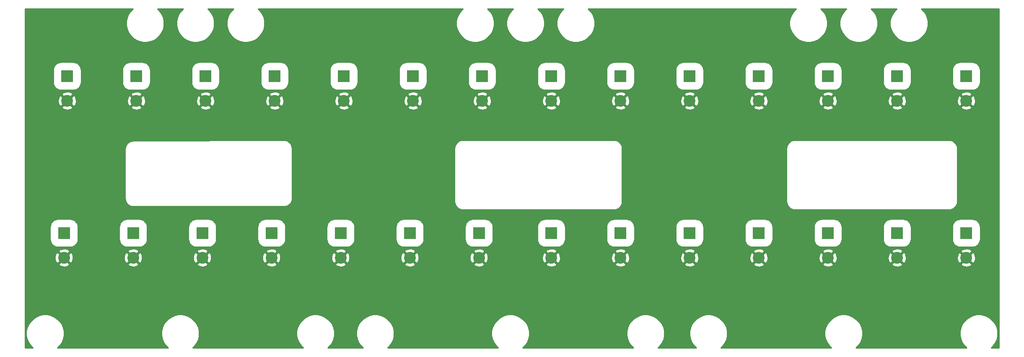
<source format=gbr>
%TF.GenerationSoftware,KiCad,Pcbnew,(5.1.9)-1*%
%TF.CreationDate,2021-04-16T14:49:35+02:00*%
%TF.ProjectId,dc_link,64635f6c-696e-46b2-9e6b-696361645f70,rev?*%
%TF.SameCoordinates,Original*%
%TF.FileFunction,Copper,L2,Bot*%
%TF.FilePolarity,Positive*%
%FSLAX46Y46*%
G04 Gerber Fmt 4.6, Leading zero omitted, Abs format (unit mm)*
G04 Created by KiCad (PCBNEW (5.1.9)-1) date 2021-04-16 14:49:35*
%MOMM*%
%LPD*%
G01*
G04 APERTURE LIST*
%TA.AperFunction,ComponentPad*%
%ADD10C,2.400000*%
%TD*%
%TA.AperFunction,ComponentPad*%
%ADD11R,2.400000X2.400000*%
%TD*%
%TA.AperFunction,ViaPad*%
%ADD12C,0.800000*%
%TD*%
%TA.AperFunction,Conductor*%
%ADD13C,0.254000*%
%TD*%
%TA.AperFunction,Conductor*%
%ADD14C,0.100000*%
%TD*%
G04 APERTURE END LIST*
D10*
%TO.P,C2,2*%
%TO.N,GND*%
X62865000Y-103425000D03*
D11*
%TO.P,C2,1*%
%TO.N,+BATT*%
X62865000Y-98425000D03*
%TD*%
D10*
%TO.P,C14,2*%
%TO.N,GND*%
X48895000Y-103425000D03*
D11*
%TO.P,C14,1*%
%TO.N,+BATT*%
X48895000Y-98425000D03*
%TD*%
D10*
%TO.P,C28,2*%
%TO.N,GND*%
X132715000Y-103425000D03*
D11*
%TO.P,C28,1*%
%TO.N,+BATT*%
X132715000Y-98425000D03*
%TD*%
D10*
%TO.P,C27,2*%
%TO.N,GND*%
X203200000Y-103425000D03*
D11*
%TO.P,C27,1*%
%TO.N,+BATT*%
X203200000Y-98425000D03*
%TD*%
D10*
%TO.P,C26,2*%
%TO.N,GND*%
X118745000Y-103425000D03*
D11*
%TO.P,C26,1*%
%TO.N,+BATT*%
X118745000Y-98425000D03*
%TD*%
%TO.P,C25,1*%
%TO.N,+BATT*%
X133350000Y-66675000D03*
D10*
%TO.P,C25,2*%
%TO.N,GND*%
X133350000Y-71675000D03*
%TD*%
%TO.P,C24,2*%
%TO.N,GND*%
X104775000Y-103425000D03*
D11*
%TO.P,C24,1*%
%TO.N,+BATT*%
X104775000Y-98425000D03*
%TD*%
%TO.P,C23,1*%
%TO.N,+BATT*%
X63500000Y-66675000D03*
D10*
%TO.P,C23,2*%
%TO.N,GND*%
X63500000Y-71675000D03*
%TD*%
%TO.P,C22,2*%
%TO.N,GND*%
X231140000Y-103425000D03*
D11*
%TO.P,C22,1*%
%TO.N,+BATT*%
X231140000Y-98425000D03*
%TD*%
%TO.P,C21,1*%
%TO.N,+BATT*%
X49530000Y-66675000D03*
D10*
%TO.P,C21,2*%
%TO.N,GND*%
X49530000Y-71675000D03*
%TD*%
D11*
%TO.P,C20,1*%
%TO.N,+BATT*%
X161290000Y-66675000D03*
D10*
%TO.P,C20,2*%
%TO.N,GND*%
X161290000Y-71675000D03*
%TD*%
%TO.P,C19,2*%
%TO.N,GND*%
X217170000Y-103425000D03*
D11*
%TO.P,C19,1*%
%TO.N,+BATT*%
X217170000Y-98425000D03*
%TD*%
%TO.P,C18,1*%
%TO.N,+BATT*%
X77470000Y-66675000D03*
D10*
%TO.P,C18,2*%
%TO.N,GND*%
X77470000Y-71675000D03*
%TD*%
%TO.P,C17,2*%
%TO.N,GND*%
X147320000Y-103425000D03*
D11*
%TO.P,C17,1*%
%TO.N,+BATT*%
X147320000Y-98425000D03*
%TD*%
%TO.P,C16,1*%
%TO.N,+BATT*%
X91440000Y-66675000D03*
D10*
%TO.P,C16,2*%
%TO.N,GND*%
X91440000Y-71675000D03*
%TD*%
D11*
%TO.P,C15,1*%
%TO.N,+BATT*%
X175260000Y-66675000D03*
D10*
%TO.P,C15,2*%
%TO.N,GND*%
X175260000Y-71675000D03*
%TD*%
D11*
%TO.P,C13,1*%
%TO.N,+BATT*%
X119380000Y-66675000D03*
D10*
%TO.P,C13,2*%
%TO.N,GND*%
X119380000Y-71675000D03*
%TD*%
%TO.P,C12,2*%
%TO.N,GND*%
X90805000Y-103425000D03*
D11*
%TO.P,C12,1*%
%TO.N,+BATT*%
X90805000Y-98425000D03*
%TD*%
%TO.P,C11,1*%
%TO.N,+BATT*%
X105410000Y-66675000D03*
D10*
%TO.P,C11,2*%
%TO.N,GND*%
X105410000Y-71675000D03*
%TD*%
D11*
%TO.P,C10,1*%
%TO.N,+BATT*%
X189230000Y-66675000D03*
D10*
%TO.P,C10,2*%
%TO.N,GND*%
X189230000Y-71675000D03*
%TD*%
%TO.P,C9,2*%
%TO.N,GND*%
X161290000Y-103425000D03*
D11*
%TO.P,C9,1*%
%TO.N,+BATT*%
X161290000Y-98425000D03*
%TD*%
%TO.P,C8,1*%
%TO.N,+BATT*%
X147320000Y-66675000D03*
D10*
%TO.P,C8,2*%
%TO.N,GND*%
X147320000Y-71675000D03*
%TD*%
%TO.P,C7,2*%
%TO.N,GND*%
X76835000Y-103425000D03*
D11*
%TO.P,C7,1*%
%TO.N,+BATT*%
X76835000Y-98425000D03*
%TD*%
%TO.P,C6,1*%
%TO.N,+BATT*%
X203200000Y-66675000D03*
D10*
%TO.P,C6,2*%
%TO.N,GND*%
X203200000Y-71675000D03*
%TD*%
%TO.P,C5,2*%
%TO.N,GND*%
X175260000Y-103425000D03*
D11*
%TO.P,C5,1*%
%TO.N,+BATT*%
X175260000Y-98425000D03*
%TD*%
D10*
%TO.P,C4,2*%
%TO.N,GND*%
X189230000Y-103425000D03*
D11*
%TO.P,C4,1*%
%TO.N,+BATT*%
X189230000Y-98425000D03*
%TD*%
%TO.P,C3,1*%
%TO.N,+BATT*%
X217170000Y-66675000D03*
D10*
%TO.P,C3,2*%
%TO.N,GND*%
X217170000Y-71675000D03*
%TD*%
D11*
%TO.P,C1,1*%
%TO.N,+BATT*%
X231140000Y-66675000D03*
D10*
%TO.P,C1,2*%
%TO.N,GND*%
X231140000Y-71675000D03*
%TD*%
D12*
%TO.N,GND*%
X236220000Y-113030000D03*
X231140000Y-113030000D03*
X226060000Y-113030000D03*
X228600000Y-118745000D03*
X228600000Y-114935000D03*
X226060000Y-116840000D03*
X223520000Y-118745000D03*
X226060000Y-121285000D03*
X218440000Y-114935000D03*
X215900000Y-113030000D03*
X218440000Y-118745000D03*
X220980000Y-116840000D03*
X220980000Y-121285000D03*
X215900000Y-116840000D03*
X215900000Y-121285000D03*
X220980000Y-113030000D03*
X213360000Y-114935000D03*
X223520000Y-114935000D03*
X210820000Y-121285000D03*
X213360000Y-118745000D03*
X210820000Y-113030000D03*
X210820000Y-116840000D03*
X203200000Y-114935000D03*
X200660000Y-116840000D03*
X205740000Y-113030000D03*
X200660000Y-121285000D03*
X200660000Y-113030000D03*
X195580000Y-113030000D03*
X198120000Y-114935000D03*
X195580000Y-121285000D03*
X195580000Y-116840000D03*
X193040000Y-114935000D03*
X190500000Y-113030000D03*
X190500000Y-121285000D03*
X185420000Y-113030000D03*
X185420000Y-121285000D03*
X185420000Y-116840000D03*
X187960000Y-118745000D03*
X187960000Y-114935000D03*
X180340000Y-113030000D03*
X182880000Y-114935000D03*
X172720000Y-114935000D03*
X170180000Y-113030000D03*
X172720000Y-118745000D03*
X175260000Y-113030000D03*
X165735000Y-113030000D03*
X163195000Y-114935000D03*
X153035000Y-114935000D03*
X155575000Y-116840000D03*
X145415000Y-116840000D03*
X147955000Y-114935000D03*
X147955000Y-118745000D03*
X160655000Y-121285000D03*
X160655000Y-116840000D03*
X150495000Y-113030000D03*
X150495000Y-121285000D03*
X160655000Y-113030000D03*
X145415000Y-113030000D03*
X145415000Y-121285000D03*
X142875000Y-114935000D03*
X155575000Y-121285000D03*
X158115000Y-114935000D03*
X155575000Y-113030000D03*
X134620000Y-116840000D03*
X116840000Y-114935000D03*
X134620000Y-113030000D03*
X119380000Y-116840000D03*
X121920000Y-118745000D03*
X134620000Y-121285000D03*
X129540000Y-116840000D03*
X129540000Y-121285000D03*
X116840000Y-118745000D03*
X124460000Y-121285000D03*
X132080000Y-114935000D03*
X119380000Y-121285000D03*
X129540000Y-113030000D03*
X127000000Y-114935000D03*
X124460000Y-113030000D03*
X121920000Y-114935000D03*
X119380000Y-113030000D03*
X78105000Y-116840000D03*
X80645000Y-114935000D03*
X80645000Y-118745000D03*
X90805000Y-114935000D03*
X83185000Y-121285000D03*
X93345000Y-116840000D03*
X83185000Y-113030000D03*
X93345000Y-121285000D03*
X88265000Y-113030000D03*
X85725000Y-114935000D03*
X78105000Y-113030000D03*
X78105000Y-121285000D03*
X88265000Y-116840000D03*
X88265000Y-121285000D03*
X93345000Y-113030000D03*
X65405000Y-114935000D03*
X55245000Y-114935000D03*
X57785000Y-113030000D03*
X67945000Y-113030000D03*
X52705000Y-113030000D03*
X62865000Y-113030000D03*
X62865000Y-116840000D03*
X60325000Y-114935000D03*
X50165000Y-118745000D03*
X50165000Y-114935000D03*
X55245000Y-118745000D03*
X62865000Y-121285000D03*
X52705000Y-116840000D03*
X67945000Y-121285000D03*
X67945000Y-116840000D03*
X52705000Y-121285000D03*
X57785000Y-121285000D03*
X139700000Y-113030000D03*
X113665000Y-113030000D03*
X108585000Y-113030000D03*
X102870000Y-113030000D03*
X97790000Y-113030000D03*
X105410000Y-114935000D03*
X95250000Y-114935000D03*
X105410000Y-118745000D03*
X73025000Y-113030000D03*
X46990000Y-113030000D03*
X41910000Y-113030000D03*
X127000000Y-118745000D03*
X198120000Y-118745000D03*
X193040000Y-118745000D03*
X190500000Y-116840000D03*
X158115000Y-118745000D03*
X153035000Y-118745000D03*
X150495000Y-116840000D03*
X132080000Y-118745000D03*
X124460000Y-116840000D03*
X90805000Y-118745000D03*
X85725000Y-118745000D03*
X83185000Y-116840000D03*
X65405000Y-118745000D03*
X60325000Y-118745000D03*
X57785000Y-116840000D03*
%TD*%
D13*
%TO.N,GND*%
X62305375Y-53567430D02*
X61886557Y-54194236D01*
X61598070Y-54890705D01*
X61451000Y-55630073D01*
X61451000Y-56383927D01*
X61598070Y-57123295D01*
X61886557Y-57819764D01*
X62305375Y-58446570D01*
X62838430Y-58979625D01*
X63465236Y-59398443D01*
X64161705Y-59686930D01*
X64901073Y-59834000D01*
X65654927Y-59834000D01*
X66394295Y-59686930D01*
X67090764Y-59398443D01*
X67717570Y-58979625D01*
X68250625Y-58446570D01*
X68669443Y-57819764D01*
X68957930Y-57123295D01*
X69105000Y-56383927D01*
X69105000Y-55630073D01*
X68957930Y-54890705D01*
X68669443Y-54194236D01*
X68250625Y-53567430D01*
X67770195Y-53087000D01*
X72945805Y-53087000D01*
X72465375Y-53567430D01*
X72046557Y-54194236D01*
X71758070Y-54890705D01*
X71611000Y-55630073D01*
X71611000Y-56383927D01*
X71758070Y-57123295D01*
X72046557Y-57819764D01*
X72465375Y-58446570D01*
X72998430Y-58979625D01*
X73625236Y-59398443D01*
X74321705Y-59686930D01*
X75061073Y-59834000D01*
X75814927Y-59834000D01*
X76554295Y-59686930D01*
X77250764Y-59398443D01*
X77877570Y-58979625D01*
X78410625Y-58446570D01*
X78829443Y-57819764D01*
X79117930Y-57123295D01*
X79265000Y-56383927D01*
X79265000Y-55630073D01*
X79117930Y-54890705D01*
X78829443Y-54194236D01*
X78410625Y-53567430D01*
X77930195Y-53087000D01*
X83105805Y-53087000D01*
X82625375Y-53567430D01*
X82206557Y-54194236D01*
X81918070Y-54890705D01*
X81771000Y-55630073D01*
X81771000Y-56383927D01*
X81918070Y-57123295D01*
X82206557Y-57819764D01*
X82625375Y-58446570D01*
X83158430Y-58979625D01*
X83785236Y-59398443D01*
X84481705Y-59686930D01*
X85221073Y-59834000D01*
X85974927Y-59834000D01*
X86714295Y-59686930D01*
X87410764Y-59398443D01*
X88037570Y-58979625D01*
X88570625Y-58446570D01*
X88989443Y-57819764D01*
X89277930Y-57123295D01*
X89425000Y-56383927D01*
X89425000Y-55630073D01*
X89277930Y-54890705D01*
X88989443Y-54194236D01*
X88570625Y-53567430D01*
X88090195Y-53087000D01*
X129460805Y-53087000D01*
X128980375Y-53567430D01*
X128561557Y-54194236D01*
X128273070Y-54890705D01*
X128126000Y-55630073D01*
X128126000Y-56383927D01*
X128273070Y-57123295D01*
X128561557Y-57819764D01*
X128980375Y-58446570D01*
X129513430Y-58979625D01*
X130140236Y-59398443D01*
X130836705Y-59686930D01*
X131576073Y-59834000D01*
X132329927Y-59834000D01*
X133069295Y-59686930D01*
X133765764Y-59398443D01*
X134392570Y-58979625D01*
X134925625Y-58446570D01*
X135344443Y-57819764D01*
X135632930Y-57123295D01*
X135780000Y-56383927D01*
X135780000Y-55630073D01*
X135632930Y-54890705D01*
X135344443Y-54194236D01*
X134925625Y-53567430D01*
X134445195Y-53087000D01*
X139620805Y-53087000D01*
X139140375Y-53567430D01*
X138721557Y-54194236D01*
X138433070Y-54890705D01*
X138286000Y-55630073D01*
X138286000Y-56383927D01*
X138433070Y-57123295D01*
X138721557Y-57819764D01*
X139140375Y-58446570D01*
X139673430Y-58979625D01*
X140300236Y-59398443D01*
X140996705Y-59686930D01*
X141736073Y-59834000D01*
X142489927Y-59834000D01*
X143229295Y-59686930D01*
X143925764Y-59398443D01*
X144552570Y-58979625D01*
X145085625Y-58446570D01*
X145504443Y-57819764D01*
X145792930Y-57123295D01*
X145940000Y-56383927D01*
X145940000Y-55630073D01*
X145792930Y-54890705D01*
X145504443Y-54194236D01*
X145085625Y-53567430D01*
X144605195Y-53087000D01*
X149780805Y-53087000D01*
X149300375Y-53567430D01*
X148881557Y-54194236D01*
X148593070Y-54890705D01*
X148446000Y-55630073D01*
X148446000Y-56383927D01*
X148593070Y-57123295D01*
X148881557Y-57819764D01*
X149300375Y-58446570D01*
X149833430Y-58979625D01*
X150460236Y-59398443D01*
X151156705Y-59686930D01*
X151896073Y-59834000D01*
X152649927Y-59834000D01*
X153389295Y-59686930D01*
X154085764Y-59398443D01*
X154712570Y-58979625D01*
X155245625Y-58446570D01*
X155664443Y-57819764D01*
X155952930Y-57123295D01*
X156100000Y-56383927D01*
X156100000Y-55630073D01*
X155952930Y-54890705D01*
X155664443Y-54194236D01*
X155245625Y-53567430D01*
X154765195Y-53087000D01*
X196770805Y-53087000D01*
X196290375Y-53567430D01*
X195871557Y-54194236D01*
X195583070Y-54890705D01*
X195436000Y-55630073D01*
X195436000Y-56383927D01*
X195583070Y-57123295D01*
X195871557Y-57819764D01*
X196290375Y-58446570D01*
X196823430Y-58979625D01*
X197450236Y-59398443D01*
X198146705Y-59686930D01*
X198886073Y-59834000D01*
X199639927Y-59834000D01*
X200379295Y-59686930D01*
X201075764Y-59398443D01*
X201702570Y-58979625D01*
X202235625Y-58446570D01*
X202654443Y-57819764D01*
X202942930Y-57123295D01*
X203090000Y-56383927D01*
X203090000Y-55630073D01*
X202942930Y-54890705D01*
X202654443Y-54194236D01*
X202235625Y-53567430D01*
X201755195Y-53087000D01*
X206930805Y-53087000D01*
X206450375Y-53567430D01*
X206031557Y-54194236D01*
X205743070Y-54890705D01*
X205596000Y-55630073D01*
X205596000Y-56383927D01*
X205743070Y-57123295D01*
X206031557Y-57819764D01*
X206450375Y-58446570D01*
X206983430Y-58979625D01*
X207610236Y-59398443D01*
X208306705Y-59686930D01*
X209046073Y-59834000D01*
X209799927Y-59834000D01*
X210539295Y-59686930D01*
X211235764Y-59398443D01*
X211862570Y-58979625D01*
X212395625Y-58446570D01*
X212814443Y-57819764D01*
X213102930Y-57123295D01*
X213250000Y-56383927D01*
X213250000Y-55630073D01*
X213102930Y-54890705D01*
X212814443Y-54194236D01*
X212395625Y-53567430D01*
X211915195Y-53087000D01*
X217090805Y-53087000D01*
X216610375Y-53567430D01*
X216191557Y-54194236D01*
X215903070Y-54890705D01*
X215756000Y-55630073D01*
X215756000Y-56383927D01*
X215903070Y-57123295D01*
X216191557Y-57819764D01*
X216610375Y-58446570D01*
X217143430Y-58979625D01*
X217770236Y-59398443D01*
X218466705Y-59686930D01*
X219206073Y-59834000D01*
X219959927Y-59834000D01*
X220699295Y-59686930D01*
X221395764Y-59398443D01*
X222022570Y-58979625D01*
X222555625Y-58446570D01*
X222974443Y-57819764D01*
X223262930Y-57123295D01*
X223410000Y-56383927D01*
X223410000Y-55630073D01*
X223262930Y-54890705D01*
X222974443Y-54194236D01*
X222555625Y-53567430D01*
X222075195Y-53087000D01*
X237743000Y-53087000D01*
X237743001Y-121665000D01*
X236172195Y-121665000D01*
X236652625Y-121184570D01*
X237071443Y-120557764D01*
X237359930Y-119861295D01*
X237507000Y-119121927D01*
X237507000Y-118368073D01*
X237359930Y-117628705D01*
X237071443Y-116932236D01*
X236652625Y-116305430D01*
X236119570Y-115772375D01*
X235492764Y-115353557D01*
X234796295Y-115065070D01*
X234056927Y-114918000D01*
X233303073Y-114918000D01*
X232563705Y-115065070D01*
X231867236Y-115353557D01*
X231240430Y-115772375D01*
X230707375Y-116305430D01*
X230288557Y-116932236D01*
X230000070Y-117628705D01*
X229853000Y-118368073D01*
X229853000Y-119121927D01*
X230000070Y-119861295D01*
X230288557Y-120557764D01*
X230707375Y-121184570D01*
X231187805Y-121665000D01*
X208867195Y-121665000D01*
X209347625Y-121184570D01*
X209766443Y-120557764D01*
X210054930Y-119861295D01*
X210202000Y-119121927D01*
X210202000Y-118368073D01*
X210054930Y-117628705D01*
X209766443Y-116932236D01*
X209347625Y-116305430D01*
X208814570Y-115772375D01*
X208187764Y-115353557D01*
X207491295Y-115065070D01*
X206751927Y-114918000D01*
X205998073Y-114918000D01*
X205258705Y-115065070D01*
X204562236Y-115353557D01*
X203935430Y-115772375D01*
X203402375Y-116305430D01*
X202983557Y-116932236D01*
X202695070Y-117628705D01*
X202548000Y-118368073D01*
X202548000Y-119121927D01*
X202695070Y-119861295D01*
X202983557Y-120557764D01*
X203402375Y-121184570D01*
X203882805Y-121665000D01*
X181562195Y-121665000D01*
X182042625Y-121184570D01*
X182461443Y-120557764D01*
X182749930Y-119861295D01*
X182897000Y-119121927D01*
X182897000Y-118368073D01*
X182749930Y-117628705D01*
X182461443Y-116932236D01*
X182042625Y-116305430D01*
X181509570Y-115772375D01*
X180882764Y-115353557D01*
X180186295Y-115065070D01*
X179446927Y-114918000D01*
X178693073Y-114918000D01*
X177953705Y-115065070D01*
X177257236Y-115353557D01*
X176630430Y-115772375D01*
X176097375Y-116305430D01*
X175678557Y-116932236D01*
X175390070Y-117628705D01*
X175243000Y-118368073D01*
X175243000Y-119121927D01*
X175390070Y-119861295D01*
X175678557Y-120557764D01*
X176097375Y-121184570D01*
X176577805Y-121665000D01*
X168862195Y-121665000D01*
X169342625Y-121184570D01*
X169761443Y-120557764D01*
X170049930Y-119861295D01*
X170197000Y-119121927D01*
X170197000Y-118368073D01*
X170049930Y-117628705D01*
X169761443Y-116932236D01*
X169342625Y-116305430D01*
X168809570Y-115772375D01*
X168182764Y-115353557D01*
X167486295Y-115065070D01*
X166746927Y-114918000D01*
X165993073Y-114918000D01*
X165253705Y-115065070D01*
X164557236Y-115353557D01*
X163930430Y-115772375D01*
X163397375Y-116305430D01*
X162978557Y-116932236D01*
X162690070Y-117628705D01*
X162543000Y-118368073D01*
X162543000Y-119121927D01*
X162690070Y-119861295D01*
X162978557Y-120557764D01*
X163397375Y-121184570D01*
X163877805Y-121665000D01*
X141557195Y-121665000D01*
X142037625Y-121184570D01*
X142456443Y-120557764D01*
X142744930Y-119861295D01*
X142892000Y-119121927D01*
X142892000Y-118368073D01*
X142744930Y-117628705D01*
X142456443Y-116932236D01*
X142037625Y-116305430D01*
X141504570Y-115772375D01*
X140877764Y-115353557D01*
X140181295Y-115065070D01*
X139441927Y-114918000D01*
X138688073Y-114918000D01*
X137948705Y-115065070D01*
X137252236Y-115353557D01*
X136625430Y-115772375D01*
X136092375Y-116305430D01*
X135673557Y-116932236D01*
X135385070Y-117628705D01*
X135238000Y-118368073D01*
X135238000Y-119121927D01*
X135385070Y-119861295D01*
X135673557Y-120557764D01*
X136092375Y-121184570D01*
X136572805Y-121665000D01*
X114252195Y-121665000D01*
X114732625Y-121184570D01*
X115151443Y-120557764D01*
X115439930Y-119861295D01*
X115587000Y-119121927D01*
X115587000Y-118368073D01*
X115439930Y-117628705D01*
X115151443Y-116932236D01*
X114732625Y-116305430D01*
X114199570Y-115772375D01*
X113572764Y-115353557D01*
X112876295Y-115065070D01*
X112136927Y-114918000D01*
X111383073Y-114918000D01*
X110643705Y-115065070D01*
X109947236Y-115353557D01*
X109320430Y-115772375D01*
X108787375Y-116305430D01*
X108368557Y-116932236D01*
X108080070Y-117628705D01*
X107933000Y-118368073D01*
X107933000Y-119121927D01*
X108080070Y-119861295D01*
X108368557Y-120557764D01*
X108787375Y-121184570D01*
X109267805Y-121665000D01*
X102187195Y-121665000D01*
X102667625Y-121184570D01*
X103086443Y-120557764D01*
X103374930Y-119861295D01*
X103522000Y-119121927D01*
X103522000Y-118368073D01*
X103374930Y-117628705D01*
X103086443Y-116932236D01*
X102667625Y-116305430D01*
X102134570Y-115772375D01*
X101507764Y-115353557D01*
X100811295Y-115065070D01*
X100071927Y-114918000D01*
X99318073Y-114918000D01*
X98578705Y-115065070D01*
X97882236Y-115353557D01*
X97255430Y-115772375D01*
X96722375Y-116305430D01*
X96303557Y-116932236D01*
X96015070Y-117628705D01*
X95868000Y-118368073D01*
X95868000Y-119121927D01*
X96015070Y-119861295D01*
X96303557Y-120557764D01*
X96722375Y-121184570D01*
X97202805Y-121665000D01*
X74882195Y-121665000D01*
X75362625Y-121184570D01*
X75781443Y-120557764D01*
X76069930Y-119861295D01*
X76217000Y-119121927D01*
X76217000Y-118368073D01*
X76069930Y-117628705D01*
X75781443Y-116932236D01*
X75362625Y-116305430D01*
X74829570Y-115772375D01*
X74202764Y-115353557D01*
X73506295Y-115065070D01*
X72766927Y-114918000D01*
X72013073Y-114918000D01*
X71273705Y-115065070D01*
X70577236Y-115353557D01*
X69950430Y-115772375D01*
X69417375Y-116305430D01*
X68998557Y-116932236D01*
X68710070Y-117628705D01*
X68563000Y-118368073D01*
X68563000Y-119121927D01*
X68710070Y-119861295D01*
X68998557Y-120557764D01*
X69417375Y-121184570D01*
X69897805Y-121665000D01*
X47577195Y-121665000D01*
X48057625Y-121184570D01*
X48476443Y-120557764D01*
X48764930Y-119861295D01*
X48912000Y-119121927D01*
X48912000Y-118368073D01*
X48764930Y-117628705D01*
X48476443Y-116932236D01*
X48057625Y-116305430D01*
X47524570Y-115772375D01*
X46897764Y-115353557D01*
X46201295Y-115065070D01*
X45461927Y-114918000D01*
X44708073Y-114918000D01*
X43968705Y-115065070D01*
X43272236Y-115353557D01*
X42645430Y-115772375D01*
X42112375Y-116305430D01*
X41693557Y-116932236D01*
X41405070Y-117628705D01*
X41258000Y-118368073D01*
X41258000Y-119121927D01*
X41405070Y-119861295D01*
X41693557Y-120557764D01*
X42112375Y-121184570D01*
X42592805Y-121665000D01*
X41022000Y-121665000D01*
X41022000Y-104702980D01*
X47796626Y-104702980D01*
X47916514Y-104987836D01*
X48240210Y-105148699D01*
X48589069Y-105243322D01*
X48949684Y-105268067D01*
X49308198Y-105221985D01*
X49650833Y-105106846D01*
X49873486Y-104987836D01*
X49993374Y-104702980D01*
X61766626Y-104702980D01*
X61886514Y-104987836D01*
X62210210Y-105148699D01*
X62559069Y-105243322D01*
X62919684Y-105268067D01*
X63278198Y-105221985D01*
X63620833Y-105106846D01*
X63843486Y-104987836D01*
X63963374Y-104702980D01*
X75736626Y-104702980D01*
X75856514Y-104987836D01*
X76180210Y-105148699D01*
X76529069Y-105243322D01*
X76889684Y-105268067D01*
X77248198Y-105221985D01*
X77590833Y-105106846D01*
X77813486Y-104987836D01*
X77933374Y-104702980D01*
X89706626Y-104702980D01*
X89826514Y-104987836D01*
X90150210Y-105148699D01*
X90499069Y-105243322D01*
X90859684Y-105268067D01*
X91218198Y-105221985D01*
X91560833Y-105106846D01*
X91783486Y-104987836D01*
X91903374Y-104702980D01*
X103676626Y-104702980D01*
X103796514Y-104987836D01*
X104120210Y-105148699D01*
X104469069Y-105243322D01*
X104829684Y-105268067D01*
X105188198Y-105221985D01*
X105530833Y-105106846D01*
X105753486Y-104987836D01*
X105873374Y-104702980D01*
X117646626Y-104702980D01*
X117766514Y-104987836D01*
X118090210Y-105148699D01*
X118439069Y-105243322D01*
X118799684Y-105268067D01*
X119158198Y-105221985D01*
X119500833Y-105106846D01*
X119723486Y-104987836D01*
X119843374Y-104702980D01*
X131616626Y-104702980D01*
X131736514Y-104987836D01*
X132060210Y-105148699D01*
X132409069Y-105243322D01*
X132769684Y-105268067D01*
X133128198Y-105221985D01*
X133470833Y-105106846D01*
X133693486Y-104987836D01*
X133813374Y-104702980D01*
X146221626Y-104702980D01*
X146341514Y-104987836D01*
X146665210Y-105148699D01*
X147014069Y-105243322D01*
X147374684Y-105268067D01*
X147733198Y-105221985D01*
X148075833Y-105106846D01*
X148298486Y-104987836D01*
X148418374Y-104702980D01*
X160191626Y-104702980D01*
X160311514Y-104987836D01*
X160635210Y-105148699D01*
X160984069Y-105243322D01*
X161344684Y-105268067D01*
X161703198Y-105221985D01*
X162045833Y-105106846D01*
X162268486Y-104987836D01*
X162388374Y-104702980D01*
X174161626Y-104702980D01*
X174281514Y-104987836D01*
X174605210Y-105148699D01*
X174954069Y-105243322D01*
X175314684Y-105268067D01*
X175673198Y-105221985D01*
X176015833Y-105106846D01*
X176238486Y-104987836D01*
X176358374Y-104702980D01*
X188131626Y-104702980D01*
X188251514Y-104987836D01*
X188575210Y-105148699D01*
X188924069Y-105243322D01*
X189284684Y-105268067D01*
X189643198Y-105221985D01*
X189985833Y-105106846D01*
X190208486Y-104987836D01*
X190328374Y-104702980D01*
X202101626Y-104702980D01*
X202221514Y-104987836D01*
X202545210Y-105148699D01*
X202894069Y-105243322D01*
X203254684Y-105268067D01*
X203613198Y-105221985D01*
X203955833Y-105106846D01*
X204178486Y-104987836D01*
X204298374Y-104702980D01*
X216071626Y-104702980D01*
X216191514Y-104987836D01*
X216515210Y-105148699D01*
X216864069Y-105243322D01*
X217224684Y-105268067D01*
X217583198Y-105221985D01*
X217925833Y-105106846D01*
X218148486Y-104987836D01*
X218268374Y-104702980D01*
X230041626Y-104702980D01*
X230161514Y-104987836D01*
X230485210Y-105148699D01*
X230834069Y-105243322D01*
X231194684Y-105268067D01*
X231553198Y-105221985D01*
X231895833Y-105106846D01*
X232118486Y-104987836D01*
X232238374Y-104702980D01*
X231140000Y-103604605D01*
X230041626Y-104702980D01*
X218268374Y-104702980D01*
X217170000Y-103604605D01*
X216071626Y-104702980D01*
X204298374Y-104702980D01*
X203200000Y-103604605D01*
X202101626Y-104702980D01*
X190328374Y-104702980D01*
X189230000Y-103604605D01*
X188131626Y-104702980D01*
X176358374Y-104702980D01*
X175260000Y-103604605D01*
X174161626Y-104702980D01*
X162388374Y-104702980D01*
X161290000Y-103604605D01*
X160191626Y-104702980D01*
X148418374Y-104702980D01*
X147320000Y-103604605D01*
X146221626Y-104702980D01*
X133813374Y-104702980D01*
X132715000Y-103604605D01*
X131616626Y-104702980D01*
X119843374Y-104702980D01*
X118745000Y-103604605D01*
X117646626Y-104702980D01*
X105873374Y-104702980D01*
X104775000Y-103604605D01*
X103676626Y-104702980D01*
X91903374Y-104702980D01*
X90805000Y-103604605D01*
X89706626Y-104702980D01*
X77933374Y-104702980D01*
X76835000Y-103604605D01*
X75736626Y-104702980D01*
X63963374Y-104702980D01*
X62865000Y-103604605D01*
X61766626Y-104702980D01*
X49993374Y-104702980D01*
X48895000Y-103604605D01*
X47796626Y-104702980D01*
X41022000Y-104702980D01*
X41022000Y-103479684D01*
X47051933Y-103479684D01*
X47098015Y-103838198D01*
X47213154Y-104180833D01*
X47332164Y-104403486D01*
X47617020Y-104523374D01*
X48715395Y-103425000D01*
X49074605Y-103425000D01*
X50172980Y-104523374D01*
X50457836Y-104403486D01*
X50618699Y-104079790D01*
X50713322Y-103730931D01*
X50730562Y-103479684D01*
X61021933Y-103479684D01*
X61068015Y-103838198D01*
X61183154Y-104180833D01*
X61302164Y-104403486D01*
X61587020Y-104523374D01*
X62685395Y-103425000D01*
X63044605Y-103425000D01*
X64142980Y-104523374D01*
X64427836Y-104403486D01*
X64588699Y-104079790D01*
X64683322Y-103730931D01*
X64700562Y-103479684D01*
X74991933Y-103479684D01*
X75038015Y-103838198D01*
X75153154Y-104180833D01*
X75272164Y-104403486D01*
X75557020Y-104523374D01*
X76655395Y-103425000D01*
X77014605Y-103425000D01*
X78112980Y-104523374D01*
X78397836Y-104403486D01*
X78558699Y-104079790D01*
X78653322Y-103730931D01*
X78670562Y-103479684D01*
X88961933Y-103479684D01*
X89008015Y-103838198D01*
X89123154Y-104180833D01*
X89242164Y-104403486D01*
X89527020Y-104523374D01*
X90625395Y-103425000D01*
X90984605Y-103425000D01*
X92082980Y-104523374D01*
X92367836Y-104403486D01*
X92528699Y-104079790D01*
X92623322Y-103730931D01*
X92640562Y-103479684D01*
X102931933Y-103479684D01*
X102978015Y-103838198D01*
X103093154Y-104180833D01*
X103212164Y-104403486D01*
X103497020Y-104523374D01*
X104595395Y-103425000D01*
X104954605Y-103425000D01*
X106052980Y-104523374D01*
X106337836Y-104403486D01*
X106498699Y-104079790D01*
X106593322Y-103730931D01*
X106610562Y-103479684D01*
X116901933Y-103479684D01*
X116948015Y-103838198D01*
X117063154Y-104180833D01*
X117182164Y-104403486D01*
X117467020Y-104523374D01*
X118565395Y-103425000D01*
X118924605Y-103425000D01*
X120022980Y-104523374D01*
X120307836Y-104403486D01*
X120468699Y-104079790D01*
X120563322Y-103730931D01*
X120580562Y-103479684D01*
X130871933Y-103479684D01*
X130918015Y-103838198D01*
X131033154Y-104180833D01*
X131152164Y-104403486D01*
X131437020Y-104523374D01*
X132535395Y-103425000D01*
X132894605Y-103425000D01*
X133992980Y-104523374D01*
X134277836Y-104403486D01*
X134438699Y-104079790D01*
X134533322Y-103730931D01*
X134550562Y-103479684D01*
X145476933Y-103479684D01*
X145523015Y-103838198D01*
X145638154Y-104180833D01*
X145757164Y-104403486D01*
X146042020Y-104523374D01*
X147140395Y-103425000D01*
X147499605Y-103425000D01*
X148597980Y-104523374D01*
X148882836Y-104403486D01*
X149043699Y-104079790D01*
X149138322Y-103730931D01*
X149155562Y-103479684D01*
X159446933Y-103479684D01*
X159493015Y-103838198D01*
X159608154Y-104180833D01*
X159727164Y-104403486D01*
X160012020Y-104523374D01*
X161110395Y-103425000D01*
X161469605Y-103425000D01*
X162567980Y-104523374D01*
X162852836Y-104403486D01*
X163013699Y-104079790D01*
X163108322Y-103730931D01*
X163125562Y-103479684D01*
X173416933Y-103479684D01*
X173463015Y-103838198D01*
X173578154Y-104180833D01*
X173697164Y-104403486D01*
X173982020Y-104523374D01*
X175080395Y-103425000D01*
X175439605Y-103425000D01*
X176537980Y-104523374D01*
X176822836Y-104403486D01*
X176983699Y-104079790D01*
X177078322Y-103730931D01*
X177095562Y-103479684D01*
X187386933Y-103479684D01*
X187433015Y-103838198D01*
X187548154Y-104180833D01*
X187667164Y-104403486D01*
X187952020Y-104523374D01*
X189050395Y-103425000D01*
X189409605Y-103425000D01*
X190507980Y-104523374D01*
X190792836Y-104403486D01*
X190953699Y-104079790D01*
X191048322Y-103730931D01*
X191065562Y-103479684D01*
X201356933Y-103479684D01*
X201403015Y-103838198D01*
X201518154Y-104180833D01*
X201637164Y-104403486D01*
X201922020Y-104523374D01*
X203020395Y-103425000D01*
X203379605Y-103425000D01*
X204477980Y-104523374D01*
X204762836Y-104403486D01*
X204923699Y-104079790D01*
X205018322Y-103730931D01*
X205035562Y-103479684D01*
X215326933Y-103479684D01*
X215373015Y-103838198D01*
X215488154Y-104180833D01*
X215607164Y-104403486D01*
X215892020Y-104523374D01*
X216990395Y-103425000D01*
X217349605Y-103425000D01*
X218447980Y-104523374D01*
X218732836Y-104403486D01*
X218893699Y-104079790D01*
X218988322Y-103730931D01*
X219005562Y-103479684D01*
X229296933Y-103479684D01*
X229343015Y-103838198D01*
X229458154Y-104180833D01*
X229577164Y-104403486D01*
X229862020Y-104523374D01*
X230960395Y-103425000D01*
X231319605Y-103425000D01*
X232417980Y-104523374D01*
X232702836Y-104403486D01*
X232863699Y-104079790D01*
X232958322Y-103730931D01*
X232983067Y-103370316D01*
X232936985Y-103011802D01*
X232821846Y-102669167D01*
X232702836Y-102446514D01*
X232417980Y-102326626D01*
X231319605Y-103425000D01*
X230960395Y-103425000D01*
X229862020Y-102326626D01*
X229577164Y-102446514D01*
X229416301Y-102770210D01*
X229321678Y-103119069D01*
X229296933Y-103479684D01*
X219005562Y-103479684D01*
X219013067Y-103370316D01*
X218966985Y-103011802D01*
X218851846Y-102669167D01*
X218732836Y-102446514D01*
X218447980Y-102326626D01*
X217349605Y-103425000D01*
X216990395Y-103425000D01*
X215892020Y-102326626D01*
X215607164Y-102446514D01*
X215446301Y-102770210D01*
X215351678Y-103119069D01*
X215326933Y-103479684D01*
X205035562Y-103479684D01*
X205043067Y-103370316D01*
X204996985Y-103011802D01*
X204881846Y-102669167D01*
X204762836Y-102446514D01*
X204477980Y-102326626D01*
X203379605Y-103425000D01*
X203020395Y-103425000D01*
X201922020Y-102326626D01*
X201637164Y-102446514D01*
X201476301Y-102770210D01*
X201381678Y-103119069D01*
X201356933Y-103479684D01*
X191065562Y-103479684D01*
X191073067Y-103370316D01*
X191026985Y-103011802D01*
X190911846Y-102669167D01*
X190792836Y-102446514D01*
X190507980Y-102326626D01*
X189409605Y-103425000D01*
X189050395Y-103425000D01*
X187952020Y-102326626D01*
X187667164Y-102446514D01*
X187506301Y-102770210D01*
X187411678Y-103119069D01*
X187386933Y-103479684D01*
X177095562Y-103479684D01*
X177103067Y-103370316D01*
X177056985Y-103011802D01*
X176941846Y-102669167D01*
X176822836Y-102446514D01*
X176537980Y-102326626D01*
X175439605Y-103425000D01*
X175080395Y-103425000D01*
X173982020Y-102326626D01*
X173697164Y-102446514D01*
X173536301Y-102770210D01*
X173441678Y-103119069D01*
X173416933Y-103479684D01*
X163125562Y-103479684D01*
X163133067Y-103370316D01*
X163086985Y-103011802D01*
X162971846Y-102669167D01*
X162852836Y-102446514D01*
X162567980Y-102326626D01*
X161469605Y-103425000D01*
X161110395Y-103425000D01*
X160012020Y-102326626D01*
X159727164Y-102446514D01*
X159566301Y-102770210D01*
X159471678Y-103119069D01*
X159446933Y-103479684D01*
X149155562Y-103479684D01*
X149163067Y-103370316D01*
X149116985Y-103011802D01*
X149001846Y-102669167D01*
X148882836Y-102446514D01*
X148597980Y-102326626D01*
X147499605Y-103425000D01*
X147140395Y-103425000D01*
X146042020Y-102326626D01*
X145757164Y-102446514D01*
X145596301Y-102770210D01*
X145501678Y-103119069D01*
X145476933Y-103479684D01*
X134550562Y-103479684D01*
X134558067Y-103370316D01*
X134511985Y-103011802D01*
X134396846Y-102669167D01*
X134277836Y-102446514D01*
X133992980Y-102326626D01*
X132894605Y-103425000D01*
X132535395Y-103425000D01*
X131437020Y-102326626D01*
X131152164Y-102446514D01*
X130991301Y-102770210D01*
X130896678Y-103119069D01*
X130871933Y-103479684D01*
X120580562Y-103479684D01*
X120588067Y-103370316D01*
X120541985Y-103011802D01*
X120426846Y-102669167D01*
X120307836Y-102446514D01*
X120022980Y-102326626D01*
X118924605Y-103425000D01*
X118565395Y-103425000D01*
X117467020Y-102326626D01*
X117182164Y-102446514D01*
X117021301Y-102770210D01*
X116926678Y-103119069D01*
X116901933Y-103479684D01*
X106610562Y-103479684D01*
X106618067Y-103370316D01*
X106571985Y-103011802D01*
X106456846Y-102669167D01*
X106337836Y-102446514D01*
X106052980Y-102326626D01*
X104954605Y-103425000D01*
X104595395Y-103425000D01*
X103497020Y-102326626D01*
X103212164Y-102446514D01*
X103051301Y-102770210D01*
X102956678Y-103119069D01*
X102931933Y-103479684D01*
X92640562Y-103479684D01*
X92648067Y-103370316D01*
X92601985Y-103011802D01*
X92486846Y-102669167D01*
X92367836Y-102446514D01*
X92082980Y-102326626D01*
X90984605Y-103425000D01*
X90625395Y-103425000D01*
X89527020Y-102326626D01*
X89242164Y-102446514D01*
X89081301Y-102770210D01*
X88986678Y-103119069D01*
X88961933Y-103479684D01*
X78670562Y-103479684D01*
X78678067Y-103370316D01*
X78631985Y-103011802D01*
X78516846Y-102669167D01*
X78397836Y-102446514D01*
X78112980Y-102326626D01*
X77014605Y-103425000D01*
X76655395Y-103425000D01*
X75557020Y-102326626D01*
X75272164Y-102446514D01*
X75111301Y-102770210D01*
X75016678Y-103119069D01*
X74991933Y-103479684D01*
X64700562Y-103479684D01*
X64708067Y-103370316D01*
X64661985Y-103011802D01*
X64546846Y-102669167D01*
X64427836Y-102446514D01*
X64142980Y-102326626D01*
X63044605Y-103425000D01*
X62685395Y-103425000D01*
X61587020Y-102326626D01*
X61302164Y-102446514D01*
X61141301Y-102770210D01*
X61046678Y-103119069D01*
X61021933Y-103479684D01*
X50730562Y-103479684D01*
X50738067Y-103370316D01*
X50691985Y-103011802D01*
X50576846Y-102669167D01*
X50457836Y-102446514D01*
X50172980Y-102326626D01*
X49074605Y-103425000D01*
X48715395Y-103425000D01*
X47617020Y-102326626D01*
X47332164Y-102446514D01*
X47171301Y-102770210D01*
X47076678Y-103119069D01*
X47051933Y-103479684D01*
X41022000Y-103479684D01*
X41022000Y-102147020D01*
X47796626Y-102147020D01*
X48895000Y-103245395D01*
X49993374Y-102147020D01*
X61766626Y-102147020D01*
X62865000Y-103245395D01*
X63963374Y-102147020D01*
X75736626Y-102147020D01*
X76835000Y-103245395D01*
X77933374Y-102147020D01*
X89706626Y-102147020D01*
X90805000Y-103245395D01*
X91903374Y-102147020D01*
X103676626Y-102147020D01*
X104775000Y-103245395D01*
X105873374Y-102147020D01*
X117646626Y-102147020D01*
X118745000Y-103245395D01*
X119843374Y-102147020D01*
X131616626Y-102147020D01*
X132715000Y-103245395D01*
X133813374Y-102147020D01*
X146221626Y-102147020D01*
X147320000Y-103245395D01*
X148418374Y-102147020D01*
X160191626Y-102147020D01*
X161290000Y-103245395D01*
X162388374Y-102147020D01*
X174161626Y-102147020D01*
X175260000Y-103245395D01*
X176358374Y-102147020D01*
X188131626Y-102147020D01*
X189230000Y-103245395D01*
X190328374Y-102147020D01*
X202101626Y-102147020D01*
X203200000Y-103245395D01*
X204298374Y-102147020D01*
X216071626Y-102147020D01*
X217170000Y-103245395D01*
X218268374Y-102147020D01*
X230041626Y-102147020D01*
X231140000Y-103245395D01*
X232238374Y-102147020D01*
X232118486Y-101862164D01*
X231794790Y-101701301D01*
X231445931Y-101606678D01*
X231085316Y-101581933D01*
X230726802Y-101628015D01*
X230384167Y-101743154D01*
X230161514Y-101862164D01*
X230041626Y-102147020D01*
X218268374Y-102147020D01*
X218148486Y-101862164D01*
X217824790Y-101701301D01*
X217475931Y-101606678D01*
X217115316Y-101581933D01*
X216756802Y-101628015D01*
X216414167Y-101743154D01*
X216191514Y-101862164D01*
X216071626Y-102147020D01*
X204298374Y-102147020D01*
X204178486Y-101862164D01*
X203854790Y-101701301D01*
X203505931Y-101606678D01*
X203145316Y-101581933D01*
X202786802Y-101628015D01*
X202444167Y-101743154D01*
X202221514Y-101862164D01*
X202101626Y-102147020D01*
X190328374Y-102147020D01*
X190208486Y-101862164D01*
X189884790Y-101701301D01*
X189535931Y-101606678D01*
X189175316Y-101581933D01*
X188816802Y-101628015D01*
X188474167Y-101743154D01*
X188251514Y-101862164D01*
X188131626Y-102147020D01*
X176358374Y-102147020D01*
X176238486Y-101862164D01*
X175914790Y-101701301D01*
X175565931Y-101606678D01*
X175205316Y-101581933D01*
X174846802Y-101628015D01*
X174504167Y-101743154D01*
X174281514Y-101862164D01*
X174161626Y-102147020D01*
X162388374Y-102147020D01*
X162268486Y-101862164D01*
X161944790Y-101701301D01*
X161595931Y-101606678D01*
X161235316Y-101581933D01*
X160876802Y-101628015D01*
X160534167Y-101743154D01*
X160311514Y-101862164D01*
X160191626Y-102147020D01*
X148418374Y-102147020D01*
X148298486Y-101862164D01*
X147974790Y-101701301D01*
X147625931Y-101606678D01*
X147265316Y-101581933D01*
X146906802Y-101628015D01*
X146564167Y-101743154D01*
X146341514Y-101862164D01*
X146221626Y-102147020D01*
X133813374Y-102147020D01*
X133693486Y-101862164D01*
X133369790Y-101701301D01*
X133020931Y-101606678D01*
X132660316Y-101581933D01*
X132301802Y-101628015D01*
X131959167Y-101743154D01*
X131736514Y-101862164D01*
X131616626Y-102147020D01*
X119843374Y-102147020D01*
X119723486Y-101862164D01*
X119399790Y-101701301D01*
X119050931Y-101606678D01*
X118690316Y-101581933D01*
X118331802Y-101628015D01*
X117989167Y-101743154D01*
X117766514Y-101862164D01*
X117646626Y-102147020D01*
X105873374Y-102147020D01*
X105753486Y-101862164D01*
X105429790Y-101701301D01*
X105080931Y-101606678D01*
X104720316Y-101581933D01*
X104361802Y-101628015D01*
X104019167Y-101743154D01*
X103796514Y-101862164D01*
X103676626Y-102147020D01*
X91903374Y-102147020D01*
X91783486Y-101862164D01*
X91459790Y-101701301D01*
X91110931Y-101606678D01*
X90750316Y-101581933D01*
X90391802Y-101628015D01*
X90049167Y-101743154D01*
X89826514Y-101862164D01*
X89706626Y-102147020D01*
X77933374Y-102147020D01*
X77813486Y-101862164D01*
X77489790Y-101701301D01*
X77140931Y-101606678D01*
X76780316Y-101581933D01*
X76421802Y-101628015D01*
X76079167Y-101743154D01*
X75856514Y-101862164D01*
X75736626Y-102147020D01*
X63963374Y-102147020D01*
X63843486Y-101862164D01*
X63519790Y-101701301D01*
X63170931Y-101606678D01*
X62810316Y-101581933D01*
X62451802Y-101628015D01*
X62109167Y-101743154D01*
X61886514Y-101862164D01*
X61766626Y-102147020D01*
X49993374Y-102147020D01*
X49873486Y-101862164D01*
X49549790Y-101701301D01*
X49200931Y-101606678D01*
X48840316Y-101581933D01*
X48481802Y-101628015D01*
X48139167Y-101743154D01*
X47916514Y-101862164D01*
X47796626Y-102147020D01*
X41022000Y-102147020D01*
X41022000Y-97225000D01*
X46060128Y-97225000D01*
X46060128Y-99625000D01*
X46091542Y-99943948D01*
X46184575Y-100250638D01*
X46335654Y-100533286D01*
X46538971Y-100781029D01*
X46786714Y-100984346D01*
X47069362Y-101135425D01*
X47376052Y-101228458D01*
X47695000Y-101259872D01*
X50095000Y-101259872D01*
X50413948Y-101228458D01*
X50720638Y-101135425D01*
X51003286Y-100984346D01*
X51251029Y-100781029D01*
X51454346Y-100533286D01*
X51605425Y-100250638D01*
X51698458Y-99943948D01*
X51729872Y-99625000D01*
X51729872Y-97225000D01*
X60030128Y-97225000D01*
X60030128Y-99625000D01*
X60061542Y-99943948D01*
X60154575Y-100250638D01*
X60305654Y-100533286D01*
X60508971Y-100781029D01*
X60756714Y-100984346D01*
X61039362Y-101135425D01*
X61346052Y-101228458D01*
X61665000Y-101259872D01*
X64065000Y-101259872D01*
X64383948Y-101228458D01*
X64690638Y-101135425D01*
X64973286Y-100984346D01*
X65221029Y-100781029D01*
X65424346Y-100533286D01*
X65575425Y-100250638D01*
X65668458Y-99943948D01*
X65699872Y-99625000D01*
X65699872Y-97225000D01*
X74000128Y-97225000D01*
X74000128Y-99625000D01*
X74031542Y-99943948D01*
X74124575Y-100250638D01*
X74275654Y-100533286D01*
X74478971Y-100781029D01*
X74726714Y-100984346D01*
X75009362Y-101135425D01*
X75316052Y-101228458D01*
X75635000Y-101259872D01*
X78035000Y-101259872D01*
X78353948Y-101228458D01*
X78660638Y-101135425D01*
X78943286Y-100984346D01*
X79191029Y-100781029D01*
X79394346Y-100533286D01*
X79545425Y-100250638D01*
X79638458Y-99943948D01*
X79669872Y-99625000D01*
X79669872Y-97225000D01*
X87970128Y-97225000D01*
X87970128Y-99625000D01*
X88001542Y-99943948D01*
X88094575Y-100250638D01*
X88245654Y-100533286D01*
X88448971Y-100781029D01*
X88696714Y-100984346D01*
X88979362Y-101135425D01*
X89286052Y-101228458D01*
X89605000Y-101259872D01*
X92005000Y-101259872D01*
X92323948Y-101228458D01*
X92630638Y-101135425D01*
X92913286Y-100984346D01*
X93161029Y-100781029D01*
X93364346Y-100533286D01*
X93515425Y-100250638D01*
X93608458Y-99943948D01*
X93639872Y-99625000D01*
X93639872Y-97225000D01*
X101940128Y-97225000D01*
X101940128Y-99625000D01*
X101971542Y-99943948D01*
X102064575Y-100250638D01*
X102215654Y-100533286D01*
X102418971Y-100781029D01*
X102666714Y-100984346D01*
X102949362Y-101135425D01*
X103256052Y-101228458D01*
X103575000Y-101259872D01*
X105975000Y-101259872D01*
X106293948Y-101228458D01*
X106600638Y-101135425D01*
X106883286Y-100984346D01*
X107131029Y-100781029D01*
X107334346Y-100533286D01*
X107485425Y-100250638D01*
X107578458Y-99943948D01*
X107609872Y-99625000D01*
X107609872Y-97225000D01*
X115910128Y-97225000D01*
X115910128Y-99625000D01*
X115941542Y-99943948D01*
X116034575Y-100250638D01*
X116185654Y-100533286D01*
X116388971Y-100781029D01*
X116636714Y-100984346D01*
X116919362Y-101135425D01*
X117226052Y-101228458D01*
X117545000Y-101259872D01*
X119945000Y-101259872D01*
X120263948Y-101228458D01*
X120570638Y-101135425D01*
X120853286Y-100984346D01*
X121101029Y-100781029D01*
X121304346Y-100533286D01*
X121455425Y-100250638D01*
X121548458Y-99943948D01*
X121579872Y-99625000D01*
X121579872Y-97225000D01*
X129880128Y-97225000D01*
X129880128Y-99625000D01*
X129911542Y-99943948D01*
X130004575Y-100250638D01*
X130155654Y-100533286D01*
X130358971Y-100781029D01*
X130606714Y-100984346D01*
X130889362Y-101135425D01*
X131196052Y-101228458D01*
X131515000Y-101259872D01*
X133915000Y-101259872D01*
X134233948Y-101228458D01*
X134540638Y-101135425D01*
X134823286Y-100984346D01*
X135071029Y-100781029D01*
X135274346Y-100533286D01*
X135425425Y-100250638D01*
X135518458Y-99943948D01*
X135549872Y-99625000D01*
X135549872Y-97225000D01*
X144485128Y-97225000D01*
X144485128Y-99625000D01*
X144516542Y-99943948D01*
X144609575Y-100250638D01*
X144760654Y-100533286D01*
X144963971Y-100781029D01*
X145211714Y-100984346D01*
X145494362Y-101135425D01*
X145801052Y-101228458D01*
X146120000Y-101259872D01*
X148520000Y-101259872D01*
X148838948Y-101228458D01*
X149145638Y-101135425D01*
X149428286Y-100984346D01*
X149676029Y-100781029D01*
X149879346Y-100533286D01*
X150030425Y-100250638D01*
X150123458Y-99943948D01*
X150154872Y-99625000D01*
X150154872Y-97225000D01*
X158455128Y-97225000D01*
X158455128Y-99625000D01*
X158486542Y-99943948D01*
X158579575Y-100250638D01*
X158730654Y-100533286D01*
X158933971Y-100781029D01*
X159181714Y-100984346D01*
X159464362Y-101135425D01*
X159771052Y-101228458D01*
X160090000Y-101259872D01*
X162490000Y-101259872D01*
X162808948Y-101228458D01*
X163115638Y-101135425D01*
X163398286Y-100984346D01*
X163646029Y-100781029D01*
X163849346Y-100533286D01*
X164000425Y-100250638D01*
X164093458Y-99943948D01*
X164124872Y-99625000D01*
X164124872Y-97225000D01*
X172425128Y-97225000D01*
X172425128Y-99625000D01*
X172456542Y-99943948D01*
X172549575Y-100250638D01*
X172700654Y-100533286D01*
X172903971Y-100781029D01*
X173151714Y-100984346D01*
X173434362Y-101135425D01*
X173741052Y-101228458D01*
X174060000Y-101259872D01*
X176460000Y-101259872D01*
X176778948Y-101228458D01*
X177085638Y-101135425D01*
X177368286Y-100984346D01*
X177616029Y-100781029D01*
X177819346Y-100533286D01*
X177970425Y-100250638D01*
X178063458Y-99943948D01*
X178094872Y-99625000D01*
X178094872Y-97225000D01*
X186395128Y-97225000D01*
X186395128Y-99625000D01*
X186426542Y-99943948D01*
X186519575Y-100250638D01*
X186670654Y-100533286D01*
X186873971Y-100781029D01*
X187121714Y-100984346D01*
X187404362Y-101135425D01*
X187711052Y-101228458D01*
X188030000Y-101259872D01*
X190430000Y-101259872D01*
X190748948Y-101228458D01*
X191055638Y-101135425D01*
X191338286Y-100984346D01*
X191586029Y-100781029D01*
X191789346Y-100533286D01*
X191940425Y-100250638D01*
X192033458Y-99943948D01*
X192064872Y-99625000D01*
X192064872Y-97225000D01*
X200365128Y-97225000D01*
X200365128Y-99625000D01*
X200396542Y-99943948D01*
X200489575Y-100250638D01*
X200640654Y-100533286D01*
X200843971Y-100781029D01*
X201091714Y-100984346D01*
X201374362Y-101135425D01*
X201681052Y-101228458D01*
X202000000Y-101259872D01*
X204400000Y-101259872D01*
X204718948Y-101228458D01*
X205025638Y-101135425D01*
X205308286Y-100984346D01*
X205556029Y-100781029D01*
X205759346Y-100533286D01*
X205910425Y-100250638D01*
X206003458Y-99943948D01*
X206034872Y-99625000D01*
X206034872Y-97225000D01*
X214335128Y-97225000D01*
X214335128Y-99625000D01*
X214366542Y-99943948D01*
X214459575Y-100250638D01*
X214610654Y-100533286D01*
X214813971Y-100781029D01*
X215061714Y-100984346D01*
X215344362Y-101135425D01*
X215651052Y-101228458D01*
X215970000Y-101259872D01*
X218370000Y-101259872D01*
X218688948Y-101228458D01*
X218995638Y-101135425D01*
X219278286Y-100984346D01*
X219526029Y-100781029D01*
X219729346Y-100533286D01*
X219880425Y-100250638D01*
X219973458Y-99943948D01*
X220004872Y-99625000D01*
X220004872Y-97225000D01*
X228305128Y-97225000D01*
X228305128Y-99625000D01*
X228336542Y-99943948D01*
X228429575Y-100250638D01*
X228580654Y-100533286D01*
X228783971Y-100781029D01*
X229031714Y-100984346D01*
X229314362Y-101135425D01*
X229621052Y-101228458D01*
X229940000Y-101259872D01*
X232340000Y-101259872D01*
X232658948Y-101228458D01*
X232965638Y-101135425D01*
X233248286Y-100984346D01*
X233496029Y-100781029D01*
X233699346Y-100533286D01*
X233850425Y-100250638D01*
X233943458Y-99943948D01*
X233974872Y-99625000D01*
X233974872Y-97225000D01*
X233943458Y-96906052D01*
X233850425Y-96599362D01*
X233699346Y-96316714D01*
X233496029Y-96068971D01*
X233248286Y-95865654D01*
X232965638Y-95714575D01*
X232658948Y-95621542D01*
X232340000Y-95590128D01*
X229940000Y-95590128D01*
X229621052Y-95621542D01*
X229314362Y-95714575D01*
X229031714Y-95865654D01*
X228783971Y-96068971D01*
X228580654Y-96316714D01*
X228429575Y-96599362D01*
X228336542Y-96906052D01*
X228305128Y-97225000D01*
X220004872Y-97225000D01*
X219973458Y-96906052D01*
X219880425Y-96599362D01*
X219729346Y-96316714D01*
X219526029Y-96068971D01*
X219278286Y-95865654D01*
X218995638Y-95714575D01*
X218688948Y-95621542D01*
X218370000Y-95590128D01*
X215970000Y-95590128D01*
X215651052Y-95621542D01*
X215344362Y-95714575D01*
X215061714Y-95865654D01*
X214813971Y-96068971D01*
X214610654Y-96316714D01*
X214459575Y-96599362D01*
X214366542Y-96906052D01*
X214335128Y-97225000D01*
X206034872Y-97225000D01*
X206003458Y-96906052D01*
X205910425Y-96599362D01*
X205759346Y-96316714D01*
X205556029Y-96068971D01*
X205308286Y-95865654D01*
X205025638Y-95714575D01*
X204718948Y-95621542D01*
X204400000Y-95590128D01*
X202000000Y-95590128D01*
X201681052Y-95621542D01*
X201374362Y-95714575D01*
X201091714Y-95865654D01*
X200843971Y-96068971D01*
X200640654Y-96316714D01*
X200489575Y-96599362D01*
X200396542Y-96906052D01*
X200365128Y-97225000D01*
X192064872Y-97225000D01*
X192033458Y-96906052D01*
X191940425Y-96599362D01*
X191789346Y-96316714D01*
X191586029Y-96068971D01*
X191338286Y-95865654D01*
X191055638Y-95714575D01*
X190748948Y-95621542D01*
X190430000Y-95590128D01*
X188030000Y-95590128D01*
X187711052Y-95621542D01*
X187404362Y-95714575D01*
X187121714Y-95865654D01*
X186873971Y-96068971D01*
X186670654Y-96316714D01*
X186519575Y-96599362D01*
X186426542Y-96906052D01*
X186395128Y-97225000D01*
X178094872Y-97225000D01*
X178063458Y-96906052D01*
X177970425Y-96599362D01*
X177819346Y-96316714D01*
X177616029Y-96068971D01*
X177368286Y-95865654D01*
X177085638Y-95714575D01*
X176778948Y-95621542D01*
X176460000Y-95590128D01*
X174060000Y-95590128D01*
X173741052Y-95621542D01*
X173434362Y-95714575D01*
X173151714Y-95865654D01*
X172903971Y-96068971D01*
X172700654Y-96316714D01*
X172549575Y-96599362D01*
X172456542Y-96906052D01*
X172425128Y-97225000D01*
X164124872Y-97225000D01*
X164093458Y-96906052D01*
X164000425Y-96599362D01*
X163849346Y-96316714D01*
X163646029Y-96068971D01*
X163398286Y-95865654D01*
X163115638Y-95714575D01*
X162808948Y-95621542D01*
X162490000Y-95590128D01*
X160090000Y-95590128D01*
X159771052Y-95621542D01*
X159464362Y-95714575D01*
X159181714Y-95865654D01*
X158933971Y-96068971D01*
X158730654Y-96316714D01*
X158579575Y-96599362D01*
X158486542Y-96906052D01*
X158455128Y-97225000D01*
X150154872Y-97225000D01*
X150123458Y-96906052D01*
X150030425Y-96599362D01*
X149879346Y-96316714D01*
X149676029Y-96068971D01*
X149428286Y-95865654D01*
X149145638Y-95714575D01*
X148838948Y-95621542D01*
X148520000Y-95590128D01*
X146120000Y-95590128D01*
X145801052Y-95621542D01*
X145494362Y-95714575D01*
X145211714Y-95865654D01*
X144963971Y-96068971D01*
X144760654Y-96316714D01*
X144609575Y-96599362D01*
X144516542Y-96906052D01*
X144485128Y-97225000D01*
X135549872Y-97225000D01*
X135518458Y-96906052D01*
X135425425Y-96599362D01*
X135274346Y-96316714D01*
X135071029Y-96068971D01*
X134823286Y-95865654D01*
X134540638Y-95714575D01*
X134233948Y-95621542D01*
X133915000Y-95590128D01*
X131515000Y-95590128D01*
X131196052Y-95621542D01*
X130889362Y-95714575D01*
X130606714Y-95865654D01*
X130358971Y-96068971D01*
X130155654Y-96316714D01*
X130004575Y-96599362D01*
X129911542Y-96906052D01*
X129880128Y-97225000D01*
X121579872Y-97225000D01*
X121548458Y-96906052D01*
X121455425Y-96599362D01*
X121304346Y-96316714D01*
X121101029Y-96068971D01*
X120853286Y-95865654D01*
X120570638Y-95714575D01*
X120263948Y-95621542D01*
X119945000Y-95590128D01*
X117545000Y-95590128D01*
X117226052Y-95621542D01*
X116919362Y-95714575D01*
X116636714Y-95865654D01*
X116388971Y-96068971D01*
X116185654Y-96316714D01*
X116034575Y-96599362D01*
X115941542Y-96906052D01*
X115910128Y-97225000D01*
X107609872Y-97225000D01*
X107578458Y-96906052D01*
X107485425Y-96599362D01*
X107334346Y-96316714D01*
X107131029Y-96068971D01*
X106883286Y-95865654D01*
X106600638Y-95714575D01*
X106293948Y-95621542D01*
X105975000Y-95590128D01*
X103575000Y-95590128D01*
X103256052Y-95621542D01*
X102949362Y-95714575D01*
X102666714Y-95865654D01*
X102418971Y-96068971D01*
X102215654Y-96316714D01*
X102064575Y-96599362D01*
X101971542Y-96906052D01*
X101940128Y-97225000D01*
X93639872Y-97225000D01*
X93608458Y-96906052D01*
X93515425Y-96599362D01*
X93364346Y-96316714D01*
X93161029Y-96068971D01*
X92913286Y-95865654D01*
X92630638Y-95714575D01*
X92323948Y-95621542D01*
X92005000Y-95590128D01*
X89605000Y-95590128D01*
X89286052Y-95621542D01*
X88979362Y-95714575D01*
X88696714Y-95865654D01*
X88448971Y-96068971D01*
X88245654Y-96316714D01*
X88094575Y-96599362D01*
X88001542Y-96906052D01*
X87970128Y-97225000D01*
X79669872Y-97225000D01*
X79638458Y-96906052D01*
X79545425Y-96599362D01*
X79394346Y-96316714D01*
X79191029Y-96068971D01*
X78943286Y-95865654D01*
X78660638Y-95714575D01*
X78353948Y-95621542D01*
X78035000Y-95590128D01*
X75635000Y-95590128D01*
X75316052Y-95621542D01*
X75009362Y-95714575D01*
X74726714Y-95865654D01*
X74478971Y-96068971D01*
X74275654Y-96316714D01*
X74124575Y-96599362D01*
X74031542Y-96906052D01*
X74000128Y-97225000D01*
X65699872Y-97225000D01*
X65668458Y-96906052D01*
X65575425Y-96599362D01*
X65424346Y-96316714D01*
X65221029Y-96068971D01*
X64973286Y-95865654D01*
X64690638Y-95714575D01*
X64383948Y-95621542D01*
X64065000Y-95590128D01*
X61665000Y-95590128D01*
X61346052Y-95621542D01*
X61039362Y-95714575D01*
X60756714Y-95865654D01*
X60508971Y-96068971D01*
X60305654Y-96316714D01*
X60154575Y-96599362D01*
X60061542Y-96906052D01*
X60030128Y-97225000D01*
X51729872Y-97225000D01*
X51698458Y-96906052D01*
X51605425Y-96599362D01*
X51454346Y-96316714D01*
X51251029Y-96068971D01*
X51003286Y-95865654D01*
X50720638Y-95714575D01*
X50413948Y-95621542D01*
X50095000Y-95590128D01*
X47695000Y-95590128D01*
X47376052Y-95621542D01*
X47069362Y-95714575D01*
X46786714Y-95865654D01*
X46538971Y-96068971D01*
X46335654Y-96316714D01*
X46184575Y-96599362D01*
X46091542Y-96906052D01*
X46060128Y-97225000D01*
X41022000Y-97225000D01*
X41022000Y-81407000D01*
X61238000Y-81407000D01*
X61238000Y-91440000D01*
X61269236Y-91757280D01*
X61361796Y-92062501D01*
X61512124Y-92343801D01*
X61714442Y-92590367D01*
X61960975Y-92792726D01*
X62242249Y-92943100D01*
X62547456Y-93035711D01*
X62864865Y-93067000D01*
X93344865Y-93069529D01*
X93662412Y-93038267D01*
X93967626Y-92945681D01*
X94248913Y-92795330D01*
X94495463Y-92592992D01*
X94697801Y-92346442D01*
X94848152Y-92065155D01*
X94940738Y-91759941D01*
X94972000Y-91442529D01*
X94972000Y-81280000D01*
X127786000Y-81280000D01*
X127786000Y-92075000D01*
X127817262Y-92392412D01*
X127909848Y-92697626D01*
X128060199Y-92978913D01*
X128262537Y-93225463D01*
X128509087Y-93427801D01*
X128790374Y-93578152D01*
X129095588Y-93670738D01*
X129413000Y-93702000D01*
X160020000Y-93702000D01*
X160337412Y-93670738D01*
X160642626Y-93578152D01*
X160923913Y-93427801D01*
X161170463Y-93225463D01*
X161372801Y-92978913D01*
X161523152Y-92697626D01*
X161615738Y-92392412D01*
X161647000Y-92075000D01*
X161647000Y-81280000D01*
X194842000Y-81280000D01*
X194842000Y-92075000D01*
X194873262Y-92392412D01*
X194965848Y-92697626D01*
X195116199Y-92978913D01*
X195318537Y-93225463D01*
X195565087Y-93427801D01*
X195846374Y-93578152D01*
X196151588Y-93670738D01*
X196469000Y-93702000D01*
X227711000Y-93702000D01*
X228028412Y-93670738D01*
X228333626Y-93578152D01*
X228614913Y-93427801D01*
X228861463Y-93225463D01*
X229063801Y-92978913D01*
X229214152Y-92697626D01*
X229306738Y-92392412D01*
X229338000Y-92075000D01*
X229338000Y-81280000D01*
X229306738Y-80962588D01*
X229214152Y-80657374D01*
X229063801Y-80376087D01*
X228861463Y-80129537D01*
X228614913Y-79927199D01*
X228333626Y-79776848D01*
X228028412Y-79684262D01*
X227711000Y-79653000D01*
X196469000Y-79653000D01*
X196151588Y-79684262D01*
X195846374Y-79776848D01*
X195565087Y-79927199D01*
X195318537Y-80129537D01*
X195116199Y-80376087D01*
X194965848Y-80657374D01*
X194873262Y-80962588D01*
X194842000Y-81280000D01*
X161647000Y-81280000D01*
X161615738Y-80962588D01*
X161523152Y-80657374D01*
X161372801Y-80376087D01*
X161170463Y-80129537D01*
X160923913Y-79927199D01*
X160642626Y-79776848D01*
X160337412Y-79684262D01*
X160020000Y-79653000D01*
X129413000Y-79653000D01*
X129095588Y-79684262D01*
X128790374Y-79776848D01*
X128509087Y-79927199D01*
X128262537Y-80129537D01*
X128060199Y-80376087D01*
X127909848Y-80657374D01*
X127817262Y-80962588D01*
X127786000Y-81280000D01*
X94972000Y-81280000D01*
X94972000Y-81277472D01*
X94939374Y-80953282D01*
X94845493Y-80648464D01*
X94693948Y-80367819D01*
X94490563Y-80122131D01*
X94243156Y-79920842D01*
X93961233Y-79771688D01*
X93655628Y-79680400D01*
X93338086Y-79650487D01*
X62858086Y-79780015D01*
X62547588Y-79811262D01*
X62242374Y-79903848D01*
X61961087Y-80054199D01*
X61714537Y-80256537D01*
X61512199Y-80503087D01*
X61361848Y-80784374D01*
X61269262Y-81089588D01*
X61238000Y-81407000D01*
X41022000Y-81407000D01*
X41022000Y-72952980D01*
X48431626Y-72952980D01*
X48551514Y-73237836D01*
X48875210Y-73398699D01*
X49224069Y-73493322D01*
X49584684Y-73518067D01*
X49943198Y-73471985D01*
X50285833Y-73356846D01*
X50508486Y-73237836D01*
X50628374Y-72952980D01*
X62401626Y-72952980D01*
X62521514Y-73237836D01*
X62845210Y-73398699D01*
X63194069Y-73493322D01*
X63554684Y-73518067D01*
X63913198Y-73471985D01*
X64255833Y-73356846D01*
X64478486Y-73237836D01*
X64598374Y-72952980D01*
X76371626Y-72952980D01*
X76491514Y-73237836D01*
X76815210Y-73398699D01*
X77164069Y-73493322D01*
X77524684Y-73518067D01*
X77883198Y-73471985D01*
X78225833Y-73356846D01*
X78448486Y-73237836D01*
X78568374Y-72952980D01*
X90341626Y-72952980D01*
X90461514Y-73237836D01*
X90785210Y-73398699D01*
X91134069Y-73493322D01*
X91494684Y-73518067D01*
X91853198Y-73471985D01*
X92195833Y-73356846D01*
X92418486Y-73237836D01*
X92538374Y-72952980D01*
X104311626Y-72952980D01*
X104431514Y-73237836D01*
X104755210Y-73398699D01*
X105104069Y-73493322D01*
X105464684Y-73518067D01*
X105823198Y-73471985D01*
X106165833Y-73356846D01*
X106388486Y-73237836D01*
X106508374Y-72952980D01*
X118281626Y-72952980D01*
X118401514Y-73237836D01*
X118725210Y-73398699D01*
X119074069Y-73493322D01*
X119434684Y-73518067D01*
X119793198Y-73471985D01*
X120135833Y-73356846D01*
X120358486Y-73237836D01*
X120478374Y-72952980D01*
X132251626Y-72952980D01*
X132371514Y-73237836D01*
X132695210Y-73398699D01*
X133044069Y-73493322D01*
X133404684Y-73518067D01*
X133763198Y-73471985D01*
X134105833Y-73356846D01*
X134328486Y-73237836D01*
X134448374Y-72952980D01*
X146221626Y-72952980D01*
X146341514Y-73237836D01*
X146665210Y-73398699D01*
X147014069Y-73493322D01*
X147374684Y-73518067D01*
X147733198Y-73471985D01*
X148075833Y-73356846D01*
X148298486Y-73237836D01*
X148418374Y-72952980D01*
X160191626Y-72952980D01*
X160311514Y-73237836D01*
X160635210Y-73398699D01*
X160984069Y-73493322D01*
X161344684Y-73518067D01*
X161703198Y-73471985D01*
X162045833Y-73356846D01*
X162268486Y-73237836D01*
X162388374Y-72952980D01*
X174161626Y-72952980D01*
X174281514Y-73237836D01*
X174605210Y-73398699D01*
X174954069Y-73493322D01*
X175314684Y-73518067D01*
X175673198Y-73471985D01*
X176015833Y-73356846D01*
X176238486Y-73237836D01*
X176358374Y-72952980D01*
X188131626Y-72952980D01*
X188251514Y-73237836D01*
X188575210Y-73398699D01*
X188924069Y-73493322D01*
X189284684Y-73518067D01*
X189643198Y-73471985D01*
X189985833Y-73356846D01*
X190208486Y-73237836D01*
X190328374Y-72952980D01*
X202101626Y-72952980D01*
X202221514Y-73237836D01*
X202545210Y-73398699D01*
X202894069Y-73493322D01*
X203254684Y-73518067D01*
X203613198Y-73471985D01*
X203955833Y-73356846D01*
X204178486Y-73237836D01*
X204298374Y-72952980D01*
X216071626Y-72952980D01*
X216191514Y-73237836D01*
X216515210Y-73398699D01*
X216864069Y-73493322D01*
X217224684Y-73518067D01*
X217583198Y-73471985D01*
X217925833Y-73356846D01*
X218148486Y-73237836D01*
X218268374Y-72952980D01*
X230041626Y-72952980D01*
X230161514Y-73237836D01*
X230485210Y-73398699D01*
X230834069Y-73493322D01*
X231194684Y-73518067D01*
X231553198Y-73471985D01*
X231895833Y-73356846D01*
X232118486Y-73237836D01*
X232238374Y-72952980D01*
X231140000Y-71854605D01*
X230041626Y-72952980D01*
X218268374Y-72952980D01*
X217170000Y-71854605D01*
X216071626Y-72952980D01*
X204298374Y-72952980D01*
X203200000Y-71854605D01*
X202101626Y-72952980D01*
X190328374Y-72952980D01*
X189230000Y-71854605D01*
X188131626Y-72952980D01*
X176358374Y-72952980D01*
X175260000Y-71854605D01*
X174161626Y-72952980D01*
X162388374Y-72952980D01*
X161290000Y-71854605D01*
X160191626Y-72952980D01*
X148418374Y-72952980D01*
X147320000Y-71854605D01*
X146221626Y-72952980D01*
X134448374Y-72952980D01*
X133350000Y-71854605D01*
X132251626Y-72952980D01*
X120478374Y-72952980D01*
X119380000Y-71854605D01*
X118281626Y-72952980D01*
X106508374Y-72952980D01*
X105410000Y-71854605D01*
X104311626Y-72952980D01*
X92538374Y-72952980D01*
X91440000Y-71854605D01*
X90341626Y-72952980D01*
X78568374Y-72952980D01*
X77470000Y-71854605D01*
X76371626Y-72952980D01*
X64598374Y-72952980D01*
X63500000Y-71854605D01*
X62401626Y-72952980D01*
X50628374Y-72952980D01*
X49530000Y-71854605D01*
X48431626Y-72952980D01*
X41022000Y-72952980D01*
X41022000Y-71729684D01*
X47686933Y-71729684D01*
X47733015Y-72088198D01*
X47848154Y-72430833D01*
X47967164Y-72653486D01*
X48252020Y-72773374D01*
X49350395Y-71675000D01*
X49709605Y-71675000D01*
X50807980Y-72773374D01*
X51092836Y-72653486D01*
X51253699Y-72329790D01*
X51348322Y-71980931D01*
X51365562Y-71729684D01*
X61656933Y-71729684D01*
X61703015Y-72088198D01*
X61818154Y-72430833D01*
X61937164Y-72653486D01*
X62222020Y-72773374D01*
X63320395Y-71675000D01*
X63679605Y-71675000D01*
X64777980Y-72773374D01*
X65062836Y-72653486D01*
X65223699Y-72329790D01*
X65318322Y-71980931D01*
X65335562Y-71729684D01*
X75626933Y-71729684D01*
X75673015Y-72088198D01*
X75788154Y-72430833D01*
X75907164Y-72653486D01*
X76192020Y-72773374D01*
X77290395Y-71675000D01*
X77649605Y-71675000D01*
X78747980Y-72773374D01*
X79032836Y-72653486D01*
X79193699Y-72329790D01*
X79288322Y-71980931D01*
X79305562Y-71729684D01*
X89596933Y-71729684D01*
X89643015Y-72088198D01*
X89758154Y-72430833D01*
X89877164Y-72653486D01*
X90162020Y-72773374D01*
X91260395Y-71675000D01*
X91619605Y-71675000D01*
X92717980Y-72773374D01*
X93002836Y-72653486D01*
X93163699Y-72329790D01*
X93258322Y-71980931D01*
X93275562Y-71729684D01*
X103566933Y-71729684D01*
X103613015Y-72088198D01*
X103728154Y-72430833D01*
X103847164Y-72653486D01*
X104132020Y-72773374D01*
X105230395Y-71675000D01*
X105589605Y-71675000D01*
X106687980Y-72773374D01*
X106972836Y-72653486D01*
X107133699Y-72329790D01*
X107228322Y-71980931D01*
X107245562Y-71729684D01*
X117536933Y-71729684D01*
X117583015Y-72088198D01*
X117698154Y-72430833D01*
X117817164Y-72653486D01*
X118102020Y-72773374D01*
X119200395Y-71675000D01*
X119559605Y-71675000D01*
X120657980Y-72773374D01*
X120942836Y-72653486D01*
X121103699Y-72329790D01*
X121198322Y-71980931D01*
X121215562Y-71729684D01*
X131506933Y-71729684D01*
X131553015Y-72088198D01*
X131668154Y-72430833D01*
X131787164Y-72653486D01*
X132072020Y-72773374D01*
X133170395Y-71675000D01*
X133529605Y-71675000D01*
X134627980Y-72773374D01*
X134912836Y-72653486D01*
X135073699Y-72329790D01*
X135168322Y-71980931D01*
X135185562Y-71729684D01*
X145476933Y-71729684D01*
X145523015Y-72088198D01*
X145638154Y-72430833D01*
X145757164Y-72653486D01*
X146042020Y-72773374D01*
X147140395Y-71675000D01*
X147499605Y-71675000D01*
X148597980Y-72773374D01*
X148882836Y-72653486D01*
X149043699Y-72329790D01*
X149138322Y-71980931D01*
X149155562Y-71729684D01*
X159446933Y-71729684D01*
X159493015Y-72088198D01*
X159608154Y-72430833D01*
X159727164Y-72653486D01*
X160012020Y-72773374D01*
X161110395Y-71675000D01*
X161469605Y-71675000D01*
X162567980Y-72773374D01*
X162852836Y-72653486D01*
X163013699Y-72329790D01*
X163108322Y-71980931D01*
X163125562Y-71729684D01*
X173416933Y-71729684D01*
X173463015Y-72088198D01*
X173578154Y-72430833D01*
X173697164Y-72653486D01*
X173982020Y-72773374D01*
X175080395Y-71675000D01*
X175439605Y-71675000D01*
X176537980Y-72773374D01*
X176822836Y-72653486D01*
X176983699Y-72329790D01*
X177078322Y-71980931D01*
X177095562Y-71729684D01*
X187386933Y-71729684D01*
X187433015Y-72088198D01*
X187548154Y-72430833D01*
X187667164Y-72653486D01*
X187952020Y-72773374D01*
X189050395Y-71675000D01*
X189409605Y-71675000D01*
X190507980Y-72773374D01*
X190792836Y-72653486D01*
X190953699Y-72329790D01*
X191048322Y-71980931D01*
X191065562Y-71729684D01*
X201356933Y-71729684D01*
X201403015Y-72088198D01*
X201518154Y-72430833D01*
X201637164Y-72653486D01*
X201922020Y-72773374D01*
X203020395Y-71675000D01*
X203379605Y-71675000D01*
X204477980Y-72773374D01*
X204762836Y-72653486D01*
X204923699Y-72329790D01*
X205018322Y-71980931D01*
X205035562Y-71729684D01*
X215326933Y-71729684D01*
X215373015Y-72088198D01*
X215488154Y-72430833D01*
X215607164Y-72653486D01*
X215892020Y-72773374D01*
X216990395Y-71675000D01*
X217349605Y-71675000D01*
X218447980Y-72773374D01*
X218732836Y-72653486D01*
X218893699Y-72329790D01*
X218988322Y-71980931D01*
X219005562Y-71729684D01*
X229296933Y-71729684D01*
X229343015Y-72088198D01*
X229458154Y-72430833D01*
X229577164Y-72653486D01*
X229862020Y-72773374D01*
X230960395Y-71675000D01*
X231319605Y-71675000D01*
X232417980Y-72773374D01*
X232702836Y-72653486D01*
X232863699Y-72329790D01*
X232958322Y-71980931D01*
X232983067Y-71620316D01*
X232936985Y-71261802D01*
X232821846Y-70919167D01*
X232702836Y-70696514D01*
X232417980Y-70576626D01*
X231319605Y-71675000D01*
X230960395Y-71675000D01*
X229862020Y-70576626D01*
X229577164Y-70696514D01*
X229416301Y-71020210D01*
X229321678Y-71369069D01*
X229296933Y-71729684D01*
X219005562Y-71729684D01*
X219013067Y-71620316D01*
X218966985Y-71261802D01*
X218851846Y-70919167D01*
X218732836Y-70696514D01*
X218447980Y-70576626D01*
X217349605Y-71675000D01*
X216990395Y-71675000D01*
X215892020Y-70576626D01*
X215607164Y-70696514D01*
X215446301Y-71020210D01*
X215351678Y-71369069D01*
X215326933Y-71729684D01*
X205035562Y-71729684D01*
X205043067Y-71620316D01*
X204996985Y-71261802D01*
X204881846Y-70919167D01*
X204762836Y-70696514D01*
X204477980Y-70576626D01*
X203379605Y-71675000D01*
X203020395Y-71675000D01*
X201922020Y-70576626D01*
X201637164Y-70696514D01*
X201476301Y-71020210D01*
X201381678Y-71369069D01*
X201356933Y-71729684D01*
X191065562Y-71729684D01*
X191073067Y-71620316D01*
X191026985Y-71261802D01*
X190911846Y-70919167D01*
X190792836Y-70696514D01*
X190507980Y-70576626D01*
X189409605Y-71675000D01*
X189050395Y-71675000D01*
X187952020Y-70576626D01*
X187667164Y-70696514D01*
X187506301Y-71020210D01*
X187411678Y-71369069D01*
X187386933Y-71729684D01*
X177095562Y-71729684D01*
X177103067Y-71620316D01*
X177056985Y-71261802D01*
X176941846Y-70919167D01*
X176822836Y-70696514D01*
X176537980Y-70576626D01*
X175439605Y-71675000D01*
X175080395Y-71675000D01*
X173982020Y-70576626D01*
X173697164Y-70696514D01*
X173536301Y-71020210D01*
X173441678Y-71369069D01*
X173416933Y-71729684D01*
X163125562Y-71729684D01*
X163133067Y-71620316D01*
X163086985Y-71261802D01*
X162971846Y-70919167D01*
X162852836Y-70696514D01*
X162567980Y-70576626D01*
X161469605Y-71675000D01*
X161110395Y-71675000D01*
X160012020Y-70576626D01*
X159727164Y-70696514D01*
X159566301Y-71020210D01*
X159471678Y-71369069D01*
X159446933Y-71729684D01*
X149155562Y-71729684D01*
X149163067Y-71620316D01*
X149116985Y-71261802D01*
X149001846Y-70919167D01*
X148882836Y-70696514D01*
X148597980Y-70576626D01*
X147499605Y-71675000D01*
X147140395Y-71675000D01*
X146042020Y-70576626D01*
X145757164Y-70696514D01*
X145596301Y-71020210D01*
X145501678Y-71369069D01*
X145476933Y-71729684D01*
X135185562Y-71729684D01*
X135193067Y-71620316D01*
X135146985Y-71261802D01*
X135031846Y-70919167D01*
X134912836Y-70696514D01*
X134627980Y-70576626D01*
X133529605Y-71675000D01*
X133170395Y-71675000D01*
X132072020Y-70576626D01*
X131787164Y-70696514D01*
X131626301Y-71020210D01*
X131531678Y-71369069D01*
X131506933Y-71729684D01*
X121215562Y-71729684D01*
X121223067Y-71620316D01*
X121176985Y-71261802D01*
X121061846Y-70919167D01*
X120942836Y-70696514D01*
X120657980Y-70576626D01*
X119559605Y-71675000D01*
X119200395Y-71675000D01*
X118102020Y-70576626D01*
X117817164Y-70696514D01*
X117656301Y-71020210D01*
X117561678Y-71369069D01*
X117536933Y-71729684D01*
X107245562Y-71729684D01*
X107253067Y-71620316D01*
X107206985Y-71261802D01*
X107091846Y-70919167D01*
X106972836Y-70696514D01*
X106687980Y-70576626D01*
X105589605Y-71675000D01*
X105230395Y-71675000D01*
X104132020Y-70576626D01*
X103847164Y-70696514D01*
X103686301Y-71020210D01*
X103591678Y-71369069D01*
X103566933Y-71729684D01*
X93275562Y-71729684D01*
X93283067Y-71620316D01*
X93236985Y-71261802D01*
X93121846Y-70919167D01*
X93002836Y-70696514D01*
X92717980Y-70576626D01*
X91619605Y-71675000D01*
X91260395Y-71675000D01*
X90162020Y-70576626D01*
X89877164Y-70696514D01*
X89716301Y-71020210D01*
X89621678Y-71369069D01*
X89596933Y-71729684D01*
X79305562Y-71729684D01*
X79313067Y-71620316D01*
X79266985Y-71261802D01*
X79151846Y-70919167D01*
X79032836Y-70696514D01*
X78747980Y-70576626D01*
X77649605Y-71675000D01*
X77290395Y-71675000D01*
X76192020Y-70576626D01*
X75907164Y-70696514D01*
X75746301Y-71020210D01*
X75651678Y-71369069D01*
X75626933Y-71729684D01*
X65335562Y-71729684D01*
X65343067Y-71620316D01*
X65296985Y-71261802D01*
X65181846Y-70919167D01*
X65062836Y-70696514D01*
X64777980Y-70576626D01*
X63679605Y-71675000D01*
X63320395Y-71675000D01*
X62222020Y-70576626D01*
X61937164Y-70696514D01*
X61776301Y-71020210D01*
X61681678Y-71369069D01*
X61656933Y-71729684D01*
X51365562Y-71729684D01*
X51373067Y-71620316D01*
X51326985Y-71261802D01*
X51211846Y-70919167D01*
X51092836Y-70696514D01*
X50807980Y-70576626D01*
X49709605Y-71675000D01*
X49350395Y-71675000D01*
X48252020Y-70576626D01*
X47967164Y-70696514D01*
X47806301Y-71020210D01*
X47711678Y-71369069D01*
X47686933Y-71729684D01*
X41022000Y-71729684D01*
X41022000Y-70397020D01*
X48431626Y-70397020D01*
X49530000Y-71495395D01*
X50628374Y-70397020D01*
X62401626Y-70397020D01*
X63500000Y-71495395D01*
X64598374Y-70397020D01*
X76371626Y-70397020D01*
X77470000Y-71495395D01*
X78568374Y-70397020D01*
X90341626Y-70397020D01*
X91440000Y-71495395D01*
X92538374Y-70397020D01*
X104311626Y-70397020D01*
X105410000Y-71495395D01*
X106508374Y-70397020D01*
X118281626Y-70397020D01*
X119380000Y-71495395D01*
X120478374Y-70397020D01*
X132251626Y-70397020D01*
X133350000Y-71495395D01*
X134448374Y-70397020D01*
X146221626Y-70397020D01*
X147320000Y-71495395D01*
X148418374Y-70397020D01*
X160191626Y-70397020D01*
X161290000Y-71495395D01*
X162388374Y-70397020D01*
X174161626Y-70397020D01*
X175260000Y-71495395D01*
X176358374Y-70397020D01*
X188131626Y-70397020D01*
X189230000Y-71495395D01*
X190328374Y-70397020D01*
X202101626Y-70397020D01*
X203200000Y-71495395D01*
X204298374Y-70397020D01*
X216071626Y-70397020D01*
X217170000Y-71495395D01*
X218268374Y-70397020D01*
X230041626Y-70397020D01*
X231140000Y-71495395D01*
X232238374Y-70397020D01*
X232118486Y-70112164D01*
X231794790Y-69951301D01*
X231445931Y-69856678D01*
X231085316Y-69831933D01*
X230726802Y-69878015D01*
X230384167Y-69993154D01*
X230161514Y-70112164D01*
X230041626Y-70397020D01*
X218268374Y-70397020D01*
X218148486Y-70112164D01*
X217824790Y-69951301D01*
X217475931Y-69856678D01*
X217115316Y-69831933D01*
X216756802Y-69878015D01*
X216414167Y-69993154D01*
X216191514Y-70112164D01*
X216071626Y-70397020D01*
X204298374Y-70397020D01*
X204178486Y-70112164D01*
X203854790Y-69951301D01*
X203505931Y-69856678D01*
X203145316Y-69831933D01*
X202786802Y-69878015D01*
X202444167Y-69993154D01*
X202221514Y-70112164D01*
X202101626Y-70397020D01*
X190328374Y-70397020D01*
X190208486Y-70112164D01*
X189884790Y-69951301D01*
X189535931Y-69856678D01*
X189175316Y-69831933D01*
X188816802Y-69878015D01*
X188474167Y-69993154D01*
X188251514Y-70112164D01*
X188131626Y-70397020D01*
X176358374Y-70397020D01*
X176238486Y-70112164D01*
X175914790Y-69951301D01*
X175565931Y-69856678D01*
X175205316Y-69831933D01*
X174846802Y-69878015D01*
X174504167Y-69993154D01*
X174281514Y-70112164D01*
X174161626Y-70397020D01*
X162388374Y-70397020D01*
X162268486Y-70112164D01*
X161944790Y-69951301D01*
X161595931Y-69856678D01*
X161235316Y-69831933D01*
X160876802Y-69878015D01*
X160534167Y-69993154D01*
X160311514Y-70112164D01*
X160191626Y-70397020D01*
X148418374Y-70397020D01*
X148298486Y-70112164D01*
X147974790Y-69951301D01*
X147625931Y-69856678D01*
X147265316Y-69831933D01*
X146906802Y-69878015D01*
X146564167Y-69993154D01*
X146341514Y-70112164D01*
X146221626Y-70397020D01*
X134448374Y-70397020D01*
X134328486Y-70112164D01*
X134004790Y-69951301D01*
X133655931Y-69856678D01*
X133295316Y-69831933D01*
X132936802Y-69878015D01*
X132594167Y-69993154D01*
X132371514Y-70112164D01*
X132251626Y-70397020D01*
X120478374Y-70397020D01*
X120358486Y-70112164D01*
X120034790Y-69951301D01*
X119685931Y-69856678D01*
X119325316Y-69831933D01*
X118966802Y-69878015D01*
X118624167Y-69993154D01*
X118401514Y-70112164D01*
X118281626Y-70397020D01*
X106508374Y-70397020D01*
X106388486Y-70112164D01*
X106064790Y-69951301D01*
X105715931Y-69856678D01*
X105355316Y-69831933D01*
X104996802Y-69878015D01*
X104654167Y-69993154D01*
X104431514Y-70112164D01*
X104311626Y-70397020D01*
X92538374Y-70397020D01*
X92418486Y-70112164D01*
X92094790Y-69951301D01*
X91745931Y-69856678D01*
X91385316Y-69831933D01*
X91026802Y-69878015D01*
X90684167Y-69993154D01*
X90461514Y-70112164D01*
X90341626Y-70397020D01*
X78568374Y-70397020D01*
X78448486Y-70112164D01*
X78124790Y-69951301D01*
X77775931Y-69856678D01*
X77415316Y-69831933D01*
X77056802Y-69878015D01*
X76714167Y-69993154D01*
X76491514Y-70112164D01*
X76371626Y-70397020D01*
X64598374Y-70397020D01*
X64478486Y-70112164D01*
X64154790Y-69951301D01*
X63805931Y-69856678D01*
X63445316Y-69831933D01*
X63086802Y-69878015D01*
X62744167Y-69993154D01*
X62521514Y-70112164D01*
X62401626Y-70397020D01*
X50628374Y-70397020D01*
X50508486Y-70112164D01*
X50184790Y-69951301D01*
X49835931Y-69856678D01*
X49475316Y-69831933D01*
X49116802Y-69878015D01*
X48774167Y-69993154D01*
X48551514Y-70112164D01*
X48431626Y-70397020D01*
X41022000Y-70397020D01*
X41022000Y-65475000D01*
X46695128Y-65475000D01*
X46695128Y-67875000D01*
X46726542Y-68193948D01*
X46819575Y-68500638D01*
X46970654Y-68783286D01*
X47173971Y-69031029D01*
X47421714Y-69234346D01*
X47704362Y-69385425D01*
X48011052Y-69478458D01*
X48330000Y-69509872D01*
X50730000Y-69509872D01*
X51048948Y-69478458D01*
X51355638Y-69385425D01*
X51638286Y-69234346D01*
X51886029Y-69031029D01*
X52089346Y-68783286D01*
X52240425Y-68500638D01*
X52333458Y-68193948D01*
X52364872Y-67875000D01*
X52364872Y-65475000D01*
X60665128Y-65475000D01*
X60665128Y-67875000D01*
X60696542Y-68193948D01*
X60789575Y-68500638D01*
X60940654Y-68783286D01*
X61143971Y-69031029D01*
X61391714Y-69234346D01*
X61674362Y-69385425D01*
X61981052Y-69478458D01*
X62300000Y-69509872D01*
X64700000Y-69509872D01*
X65018948Y-69478458D01*
X65325638Y-69385425D01*
X65608286Y-69234346D01*
X65856029Y-69031029D01*
X66059346Y-68783286D01*
X66210425Y-68500638D01*
X66303458Y-68193948D01*
X66334872Y-67875000D01*
X66334872Y-65475000D01*
X74635128Y-65475000D01*
X74635128Y-67875000D01*
X74666542Y-68193948D01*
X74759575Y-68500638D01*
X74910654Y-68783286D01*
X75113971Y-69031029D01*
X75361714Y-69234346D01*
X75644362Y-69385425D01*
X75951052Y-69478458D01*
X76270000Y-69509872D01*
X78670000Y-69509872D01*
X78988948Y-69478458D01*
X79295638Y-69385425D01*
X79578286Y-69234346D01*
X79826029Y-69031029D01*
X80029346Y-68783286D01*
X80180425Y-68500638D01*
X80273458Y-68193948D01*
X80304872Y-67875000D01*
X80304872Y-65475000D01*
X88605128Y-65475000D01*
X88605128Y-67875000D01*
X88636542Y-68193948D01*
X88729575Y-68500638D01*
X88880654Y-68783286D01*
X89083971Y-69031029D01*
X89331714Y-69234346D01*
X89614362Y-69385425D01*
X89921052Y-69478458D01*
X90240000Y-69509872D01*
X92640000Y-69509872D01*
X92958948Y-69478458D01*
X93265638Y-69385425D01*
X93548286Y-69234346D01*
X93796029Y-69031029D01*
X93999346Y-68783286D01*
X94150425Y-68500638D01*
X94243458Y-68193948D01*
X94274872Y-67875000D01*
X94274872Y-65475000D01*
X102575128Y-65475000D01*
X102575128Y-67875000D01*
X102606542Y-68193948D01*
X102699575Y-68500638D01*
X102850654Y-68783286D01*
X103053971Y-69031029D01*
X103301714Y-69234346D01*
X103584362Y-69385425D01*
X103891052Y-69478458D01*
X104210000Y-69509872D01*
X106610000Y-69509872D01*
X106928948Y-69478458D01*
X107235638Y-69385425D01*
X107518286Y-69234346D01*
X107766029Y-69031029D01*
X107969346Y-68783286D01*
X108120425Y-68500638D01*
X108213458Y-68193948D01*
X108244872Y-67875000D01*
X108244872Y-65475000D01*
X116545128Y-65475000D01*
X116545128Y-67875000D01*
X116576542Y-68193948D01*
X116669575Y-68500638D01*
X116820654Y-68783286D01*
X117023971Y-69031029D01*
X117271714Y-69234346D01*
X117554362Y-69385425D01*
X117861052Y-69478458D01*
X118180000Y-69509872D01*
X120580000Y-69509872D01*
X120898948Y-69478458D01*
X121205638Y-69385425D01*
X121488286Y-69234346D01*
X121736029Y-69031029D01*
X121939346Y-68783286D01*
X122090425Y-68500638D01*
X122183458Y-68193948D01*
X122214872Y-67875000D01*
X122214872Y-65475000D01*
X130515128Y-65475000D01*
X130515128Y-67875000D01*
X130546542Y-68193948D01*
X130639575Y-68500638D01*
X130790654Y-68783286D01*
X130993971Y-69031029D01*
X131241714Y-69234346D01*
X131524362Y-69385425D01*
X131831052Y-69478458D01*
X132150000Y-69509872D01*
X134550000Y-69509872D01*
X134868948Y-69478458D01*
X135175638Y-69385425D01*
X135458286Y-69234346D01*
X135706029Y-69031029D01*
X135909346Y-68783286D01*
X136060425Y-68500638D01*
X136153458Y-68193948D01*
X136184872Y-67875000D01*
X136184872Y-65475000D01*
X144485128Y-65475000D01*
X144485128Y-67875000D01*
X144516542Y-68193948D01*
X144609575Y-68500638D01*
X144760654Y-68783286D01*
X144963971Y-69031029D01*
X145211714Y-69234346D01*
X145494362Y-69385425D01*
X145801052Y-69478458D01*
X146120000Y-69509872D01*
X148520000Y-69509872D01*
X148838948Y-69478458D01*
X149145638Y-69385425D01*
X149428286Y-69234346D01*
X149676029Y-69031029D01*
X149879346Y-68783286D01*
X150030425Y-68500638D01*
X150123458Y-68193948D01*
X150154872Y-67875000D01*
X150154872Y-65475000D01*
X158455128Y-65475000D01*
X158455128Y-67875000D01*
X158486542Y-68193948D01*
X158579575Y-68500638D01*
X158730654Y-68783286D01*
X158933971Y-69031029D01*
X159181714Y-69234346D01*
X159464362Y-69385425D01*
X159771052Y-69478458D01*
X160090000Y-69509872D01*
X162490000Y-69509872D01*
X162808948Y-69478458D01*
X163115638Y-69385425D01*
X163398286Y-69234346D01*
X163646029Y-69031029D01*
X163849346Y-68783286D01*
X164000425Y-68500638D01*
X164093458Y-68193948D01*
X164124872Y-67875000D01*
X164124872Y-65475000D01*
X172425128Y-65475000D01*
X172425128Y-67875000D01*
X172456542Y-68193948D01*
X172549575Y-68500638D01*
X172700654Y-68783286D01*
X172903971Y-69031029D01*
X173151714Y-69234346D01*
X173434362Y-69385425D01*
X173741052Y-69478458D01*
X174060000Y-69509872D01*
X176460000Y-69509872D01*
X176778948Y-69478458D01*
X177085638Y-69385425D01*
X177368286Y-69234346D01*
X177616029Y-69031029D01*
X177819346Y-68783286D01*
X177970425Y-68500638D01*
X178063458Y-68193948D01*
X178094872Y-67875000D01*
X178094872Y-65475000D01*
X186395128Y-65475000D01*
X186395128Y-67875000D01*
X186426542Y-68193948D01*
X186519575Y-68500638D01*
X186670654Y-68783286D01*
X186873971Y-69031029D01*
X187121714Y-69234346D01*
X187404362Y-69385425D01*
X187711052Y-69478458D01*
X188030000Y-69509872D01*
X190430000Y-69509872D01*
X190748948Y-69478458D01*
X191055638Y-69385425D01*
X191338286Y-69234346D01*
X191586029Y-69031029D01*
X191789346Y-68783286D01*
X191940425Y-68500638D01*
X192033458Y-68193948D01*
X192064872Y-67875000D01*
X192064872Y-65475000D01*
X200365128Y-65475000D01*
X200365128Y-67875000D01*
X200396542Y-68193948D01*
X200489575Y-68500638D01*
X200640654Y-68783286D01*
X200843971Y-69031029D01*
X201091714Y-69234346D01*
X201374362Y-69385425D01*
X201681052Y-69478458D01*
X202000000Y-69509872D01*
X204400000Y-69509872D01*
X204718948Y-69478458D01*
X205025638Y-69385425D01*
X205308286Y-69234346D01*
X205556029Y-69031029D01*
X205759346Y-68783286D01*
X205910425Y-68500638D01*
X206003458Y-68193948D01*
X206034872Y-67875000D01*
X206034872Y-65475000D01*
X214335128Y-65475000D01*
X214335128Y-67875000D01*
X214366542Y-68193948D01*
X214459575Y-68500638D01*
X214610654Y-68783286D01*
X214813971Y-69031029D01*
X215061714Y-69234346D01*
X215344362Y-69385425D01*
X215651052Y-69478458D01*
X215970000Y-69509872D01*
X218370000Y-69509872D01*
X218688948Y-69478458D01*
X218995638Y-69385425D01*
X219278286Y-69234346D01*
X219526029Y-69031029D01*
X219729346Y-68783286D01*
X219880425Y-68500638D01*
X219973458Y-68193948D01*
X220004872Y-67875000D01*
X220004872Y-65475000D01*
X228305128Y-65475000D01*
X228305128Y-67875000D01*
X228336542Y-68193948D01*
X228429575Y-68500638D01*
X228580654Y-68783286D01*
X228783971Y-69031029D01*
X229031714Y-69234346D01*
X229314362Y-69385425D01*
X229621052Y-69478458D01*
X229940000Y-69509872D01*
X232340000Y-69509872D01*
X232658948Y-69478458D01*
X232965638Y-69385425D01*
X233248286Y-69234346D01*
X233496029Y-69031029D01*
X233699346Y-68783286D01*
X233850425Y-68500638D01*
X233943458Y-68193948D01*
X233974872Y-67875000D01*
X233974872Y-65475000D01*
X233943458Y-65156052D01*
X233850425Y-64849362D01*
X233699346Y-64566714D01*
X233496029Y-64318971D01*
X233248286Y-64115654D01*
X232965638Y-63964575D01*
X232658948Y-63871542D01*
X232340000Y-63840128D01*
X229940000Y-63840128D01*
X229621052Y-63871542D01*
X229314362Y-63964575D01*
X229031714Y-64115654D01*
X228783971Y-64318971D01*
X228580654Y-64566714D01*
X228429575Y-64849362D01*
X228336542Y-65156052D01*
X228305128Y-65475000D01*
X220004872Y-65475000D01*
X219973458Y-65156052D01*
X219880425Y-64849362D01*
X219729346Y-64566714D01*
X219526029Y-64318971D01*
X219278286Y-64115654D01*
X218995638Y-63964575D01*
X218688948Y-63871542D01*
X218370000Y-63840128D01*
X215970000Y-63840128D01*
X215651052Y-63871542D01*
X215344362Y-63964575D01*
X215061714Y-64115654D01*
X214813971Y-64318971D01*
X214610654Y-64566714D01*
X214459575Y-64849362D01*
X214366542Y-65156052D01*
X214335128Y-65475000D01*
X206034872Y-65475000D01*
X206003458Y-65156052D01*
X205910425Y-64849362D01*
X205759346Y-64566714D01*
X205556029Y-64318971D01*
X205308286Y-64115654D01*
X205025638Y-63964575D01*
X204718948Y-63871542D01*
X204400000Y-63840128D01*
X202000000Y-63840128D01*
X201681052Y-63871542D01*
X201374362Y-63964575D01*
X201091714Y-64115654D01*
X200843971Y-64318971D01*
X200640654Y-64566714D01*
X200489575Y-64849362D01*
X200396542Y-65156052D01*
X200365128Y-65475000D01*
X192064872Y-65475000D01*
X192033458Y-65156052D01*
X191940425Y-64849362D01*
X191789346Y-64566714D01*
X191586029Y-64318971D01*
X191338286Y-64115654D01*
X191055638Y-63964575D01*
X190748948Y-63871542D01*
X190430000Y-63840128D01*
X188030000Y-63840128D01*
X187711052Y-63871542D01*
X187404362Y-63964575D01*
X187121714Y-64115654D01*
X186873971Y-64318971D01*
X186670654Y-64566714D01*
X186519575Y-64849362D01*
X186426542Y-65156052D01*
X186395128Y-65475000D01*
X178094872Y-65475000D01*
X178063458Y-65156052D01*
X177970425Y-64849362D01*
X177819346Y-64566714D01*
X177616029Y-64318971D01*
X177368286Y-64115654D01*
X177085638Y-63964575D01*
X176778948Y-63871542D01*
X176460000Y-63840128D01*
X174060000Y-63840128D01*
X173741052Y-63871542D01*
X173434362Y-63964575D01*
X173151714Y-64115654D01*
X172903971Y-64318971D01*
X172700654Y-64566714D01*
X172549575Y-64849362D01*
X172456542Y-65156052D01*
X172425128Y-65475000D01*
X164124872Y-65475000D01*
X164093458Y-65156052D01*
X164000425Y-64849362D01*
X163849346Y-64566714D01*
X163646029Y-64318971D01*
X163398286Y-64115654D01*
X163115638Y-63964575D01*
X162808948Y-63871542D01*
X162490000Y-63840128D01*
X160090000Y-63840128D01*
X159771052Y-63871542D01*
X159464362Y-63964575D01*
X159181714Y-64115654D01*
X158933971Y-64318971D01*
X158730654Y-64566714D01*
X158579575Y-64849362D01*
X158486542Y-65156052D01*
X158455128Y-65475000D01*
X150154872Y-65475000D01*
X150123458Y-65156052D01*
X150030425Y-64849362D01*
X149879346Y-64566714D01*
X149676029Y-64318971D01*
X149428286Y-64115654D01*
X149145638Y-63964575D01*
X148838948Y-63871542D01*
X148520000Y-63840128D01*
X146120000Y-63840128D01*
X145801052Y-63871542D01*
X145494362Y-63964575D01*
X145211714Y-64115654D01*
X144963971Y-64318971D01*
X144760654Y-64566714D01*
X144609575Y-64849362D01*
X144516542Y-65156052D01*
X144485128Y-65475000D01*
X136184872Y-65475000D01*
X136153458Y-65156052D01*
X136060425Y-64849362D01*
X135909346Y-64566714D01*
X135706029Y-64318971D01*
X135458286Y-64115654D01*
X135175638Y-63964575D01*
X134868948Y-63871542D01*
X134550000Y-63840128D01*
X132150000Y-63840128D01*
X131831052Y-63871542D01*
X131524362Y-63964575D01*
X131241714Y-64115654D01*
X130993971Y-64318971D01*
X130790654Y-64566714D01*
X130639575Y-64849362D01*
X130546542Y-65156052D01*
X130515128Y-65475000D01*
X122214872Y-65475000D01*
X122183458Y-65156052D01*
X122090425Y-64849362D01*
X121939346Y-64566714D01*
X121736029Y-64318971D01*
X121488286Y-64115654D01*
X121205638Y-63964575D01*
X120898948Y-63871542D01*
X120580000Y-63840128D01*
X118180000Y-63840128D01*
X117861052Y-63871542D01*
X117554362Y-63964575D01*
X117271714Y-64115654D01*
X117023971Y-64318971D01*
X116820654Y-64566714D01*
X116669575Y-64849362D01*
X116576542Y-65156052D01*
X116545128Y-65475000D01*
X108244872Y-65475000D01*
X108213458Y-65156052D01*
X108120425Y-64849362D01*
X107969346Y-64566714D01*
X107766029Y-64318971D01*
X107518286Y-64115654D01*
X107235638Y-63964575D01*
X106928948Y-63871542D01*
X106610000Y-63840128D01*
X104210000Y-63840128D01*
X103891052Y-63871542D01*
X103584362Y-63964575D01*
X103301714Y-64115654D01*
X103053971Y-64318971D01*
X102850654Y-64566714D01*
X102699575Y-64849362D01*
X102606542Y-65156052D01*
X102575128Y-65475000D01*
X94274872Y-65475000D01*
X94243458Y-65156052D01*
X94150425Y-64849362D01*
X93999346Y-64566714D01*
X93796029Y-64318971D01*
X93548286Y-64115654D01*
X93265638Y-63964575D01*
X92958948Y-63871542D01*
X92640000Y-63840128D01*
X90240000Y-63840128D01*
X89921052Y-63871542D01*
X89614362Y-63964575D01*
X89331714Y-64115654D01*
X89083971Y-64318971D01*
X88880654Y-64566714D01*
X88729575Y-64849362D01*
X88636542Y-65156052D01*
X88605128Y-65475000D01*
X80304872Y-65475000D01*
X80273458Y-65156052D01*
X80180425Y-64849362D01*
X80029346Y-64566714D01*
X79826029Y-64318971D01*
X79578286Y-64115654D01*
X79295638Y-63964575D01*
X78988948Y-63871542D01*
X78670000Y-63840128D01*
X76270000Y-63840128D01*
X75951052Y-63871542D01*
X75644362Y-63964575D01*
X75361714Y-64115654D01*
X75113971Y-64318971D01*
X74910654Y-64566714D01*
X74759575Y-64849362D01*
X74666542Y-65156052D01*
X74635128Y-65475000D01*
X66334872Y-65475000D01*
X66303458Y-65156052D01*
X66210425Y-64849362D01*
X66059346Y-64566714D01*
X65856029Y-64318971D01*
X65608286Y-64115654D01*
X65325638Y-63964575D01*
X65018948Y-63871542D01*
X64700000Y-63840128D01*
X62300000Y-63840128D01*
X61981052Y-63871542D01*
X61674362Y-63964575D01*
X61391714Y-64115654D01*
X61143971Y-64318971D01*
X60940654Y-64566714D01*
X60789575Y-64849362D01*
X60696542Y-65156052D01*
X60665128Y-65475000D01*
X52364872Y-65475000D01*
X52333458Y-65156052D01*
X52240425Y-64849362D01*
X52089346Y-64566714D01*
X51886029Y-64318971D01*
X51638286Y-64115654D01*
X51355638Y-63964575D01*
X51048948Y-63871542D01*
X50730000Y-63840128D01*
X48330000Y-63840128D01*
X48011052Y-63871542D01*
X47704362Y-63964575D01*
X47421714Y-64115654D01*
X47173971Y-64318971D01*
X46970654Y-64566714D01*
X46819575Y-64849362D01*
X46726542Y-65156052D01*
X46695128Y-65475000D01*
X41022000Y-65475000D01*
X41022000Y-53087000D01*
X62785805Y-53087000D01*
X62305375Y-53567430D01*
%TA.AperFunction,Conductor*%
D14*
G36*
X62305375Y-53567430D02*
G01*
X61886557Y-54194236D01*
X61598070Y-54890705D01*
X61451000Y-55630073D01*
X61451000Y-56383927D01*
X61598070Y-57123295D01*
X61886557Y-57819764D01*
X62305375Y-58446570D01*
X62838430Y-58979625D01*
X63465236Y-59398443D01*
X64161705Y-59686930D01*
X64901073Y-59834000D01*
X65654927Y-59834000D01*
X66394295Y-59686930D01*
X67090764Y-59398443D01*
X67717570Y-58979625D01*
X68250625Y-58446570D01*
X68669443Y-57819764D01*
X68957930Y-57123295D01*
X69105000Y-56383927D01*
X69105000Y-55630073D01*
X68957930Y-54890705D01*
X68669443Y-54194236D01*
X68250625Y-53567430D01*
X67770195Y-53087000D01*
X72945805Y-53087000D01*
X72465375Y-53567430D01*
X72046557Y-54194236D01*
X71758070Y-54890705D01*
X71611000Y-55630073D01*
X71611000Y-56383927D01*
X71758070Y-57123295D01*
X72046557Y-57819764D01*
X72465375Y-58446570D01*
X72998430Y-58979625D01*
X73625236Y-59398443D01*
X74321705Y-59686930D01*
X75061073Y-59834000D01*
X75814927Y-59834000D01*
X76554295Y-59686930D01*
X77250764Y-59398443D01*
X77877570Y-58979625D01*
X78410625Y-58446570D01*
X78829443Y-57819764D01*
X79117930Y-57123295D01*
X79265000Y-56383927D01*
X79265000Y-55630073D01*
X79117930Y-54890705D01*
X78829443Y-54194236D01*
X78410625Y-53567430D01*
X77930195Y-53087000D01*
X83105805Y-53087000D01*
X82625375Y-53567430D01*
X82206557Y-54194236D01*
X81918070Y-54890705D01*
X81771000Y-55630073D01*
X81771000Y-56383927D01*
X81918070Y-57123295D01*
X82206557Y-57819764D01*
X82625375Y-58446570D01*
X83158430Y-58979625D01*
X83785236Y-59398443D01*
X84481705Y-59686930D01*
X85221073Y-59834000D01*
X85974927Y-59834000D01*
X86714295Y-59686930D01*
X87410764Y-59398443D01*
X88037570Y-58979625D01*
X88570625Y-58446570D01*
X88989443Y-57819764D01*
X89277930Y-57123295D01*
X89425000Y-56383927D01*
X89425000Y-55630073D01*
X89277930Y-54890705D01*
X88989443Y-54194236D01*
X88570625Y-53567430D01*
X88090195Y-53087000D01*
X129460805Y-53087000D01*
X128980375Y-53567430D01*
X128561557Y-54194236D01*
X128273070Y-54890705D01*
X128126000Y-55630073D01*
X128126000Y-56383927D01*
X128273070Y-57123295D01*
X128561557Y-57819764D01*
X128980375Y-58446570D01*
X129513430Y-58979625D01*
X130140236Y-59398443D01*
X130836705Y-59686930D01*
X131576073Y-59834000D01*
X132329927Y-59834000D01*
X133069295Y-59686930D01*
X133765764Y-59398443D01*
X134392570Y-58979625D01*
X134925625Y-58446570D01*
X135344443Y-57819764D01*
X135632930Y-57123295D01*
X135780000Y-56383927D01*
X135780000Y-55630073D01*
X135632930Y-54890705D01*
X135344443Y-54194236D01*
X134925625Y-53567430D01*
X134445195Y-53087000D01*
X139620805Y-53087000D01*
X139140375Y-53567430D01*
X138721557Y-54194236D01*
X138433070Y-54890705D01*
X138286000Y-55630073D01*
X138286000Y-56383927D01*
X138433070Y-57123295D01*
X138721557Y-57819764D01*
X139140375Y-58446570D01*
X139673430Y-58979625D01*
X140300236Y-59398443D01*
X140996705Y-59686930D01*
X141736073Y-59834000D01*
X142489927Y-59834000D01*
X143229295Y-59686930D01*
X143925764Y-59398443D01*
X144552570Y-58979625D01*
X145085625Y-58446570D01*
X145504443Y-57819764D01*
X145792930Y-57123295D01*
X145940000Y-56383927D01*
X145940000Y-55630073D01*
X145792930Y-54890705D01*
X145504443Y-54194236D01*
X145085625Y-53567430D01*
X144605195Y-53087000D01*
X149780805Y-53087000D01*
X149300375Y-53567430D01*
X148881557Y-54194236D01*
X148593070Y-54890705D01*
X148446000Y-55630073D01*
X148446000Y-56383927D01*
X148593070Y-57123295D01*
X148881557Y-57819764D01*
X149300375Y-58446570D01*
X149833430Y-58979625D01*
X150460236Y-59398443D01*
X151156705Y-59686930D01*
X151896073Y-59834000D01*
X152649927Y-59834000D01*
X153389295Y-59686930D01*
X154085764Y-59398443D01*
X154712570Y-58979625D01*
X155245625Y-58446570D01*
X155664443Y-57819764D01*
X155952930Y-57123295D01*
X156100000Y-56383927D01*
X156100000Y-55630073D01*
X155952930Y-54890705D01*
X155664443Y-54194236D01*
X155245625Y-53567430D01*
X154765195Y-53087000D01*
X196770805Y-53087000D01*
X196290375Y-53567430D01*
X195871557Y-54194236D01*
X195583070Y-54890705D01*
X195436000Y-55630073D01*
X195436000Y-56383927D01*
X195583070Y-57123295D01*
X195871557Y-57819764D01*
X196290375Y-58446570D01*
X196823430Y-58979625D01*
X197450236Y-59398443D01*
X198146705Y-59686930D01*
X198886073Y-59834000D01*
X199639927Y-59834000D01*
X200379295Y-59686930D01*
X201075764Y-59398443D01*
X201702570Y-58979625D01*
X202235625Y-58446570D01*
X202654443Y-57819764D01*
X202942930Y-57123295D01*
X203090000Y-56383927D01*
X203090000Y-55630073D01*
X202942930Y-54890705D01*
X202654443Y-54194236D01*
X202235625Y-53567430D01*
X201755195Y-53087000D01*
X206930805Y-53087000D01*
X206450375Y-53567430D01*
X206031557Y-54194236D01*
X205743070Y-54890705D01*
X205596000Y-55630073D01*
X205596000Y-56383927D01*
X205743070Y-57123295D01*
X206031557Y-57819764D01*
X206450375Y-58446570D01*
X206983430Y-58979625D01*
X207610236Y-59398443D01*
X208306705Y-59686930D01*
X209046073Y-59834000D01*
X209799927Y-59834000D01*
X210539295Y-59686930D01*
X211235764Y-59398443D01*
X211862570Y-58979625D01*
X212395625Y-58446570D01*
X212814443Y-57819764D01*
X213102930Y-57123295D01*
X213250000Y-56383927D01*
X213250000Y-55630073D01*
X213102930Y-54890705D01*
X212814443Y-54194236D01*
X212395625Y-53567430D01*
X211915195Y-53087000D01*
X217090805Y-53087000D01*
X216610375Y-53567430D01*
X216191557Y-54194236D01*
X215903070Y-54890705D01*
X215756000Y-55630073D01*
X215756000Y-56383927D01*
X215903070Y-57123295D01*
X216191557Y-57819764D01*
X216610375Y-58446570D01*
X217143430Y-58979625D01*
X217770236Y-59398443D01*
X218466705Y-59686930D01*
X219206073Y-59834000D01*
X219959927Y-59834000D01*
X220699295Y-59686930D01*
X221395764Y-59398443D01*
X222022570Y-58979625D01*
X222555625Y-58446570D01*
X222974443Y-57819764D01*
X223262930Y-57123295D01*
X223410000Y-56383927D01*
X223410000Y-55630073D01*
X223262930Y-54890705D01*
X222974443Y-54194236D01*
X222555625Y-53567430D01*
X222075195Y-53087000D01*
X237743000Y-53087000D01*
X237743001Y-121665000D01*
X236172195Y-121665000D01*
X236652625Y-121184570D01*
X237071443Y-120557764D01*
X237359930Y-119861295D01*
X237507000Y-119121927D01*
X237507000Y-118368073D01*
X237359930Y-117628705D01*
X237071443Y-116932236D01*
X236652625Y-116305430D01*
X236119570Y-115772375D01*
X235492764Y-115353557D01*
X234796295Y-115065070D01*
X234056927Y-114918000D01*
X233303073Y-114918000D01*
X232563705Y-115065070D01*
X231867236Y-115353557D01*
X231240430Y-115772375D01*
X230707375Y-116305430D01*
X230288557Y-116932236D01*
X230000070Y-117628705D01*
X229853000Y-118368073D01*
X229853000Y-119121927D01*
X230000070Y-119861295D01*
X230288557Y-120557764D01*
X230707375Y-121184570D01*
X231187805Y-121665000D01*
X208867195Y-121665000D01*
X209347625Y-121184570D01*
X209766443Y-120557764D01*
X210054930Y-119861295D01*
X210202000Y-119121927D01*
X210202000Y-118368073D01*
X210054930Y-117628705D01*
X209766443Y-116932236D01*
X209347625Y-116305430D01*
X208814570Y-115772375D01*
X208187764Y-115353557D01*
X207491295Y-115065070D01*
X206751927Y-114918000D01*
X205998073Y-114918000D01*
X205258705Y-115065070D01*
X204562236Y-115353557D01*
X203935430Y-115772375D01*
X203402375Y-116305430D01*
X202983557Y-116932236D01*
X202695070Y-117628705D01*
X202548000Y-118368073D01*
X202548000Y-119121927D01*
X202695070Y-119861295D01*
X202983557Y-120557764D01*
X203402375Y-121184570D01*
X203882805Y-121665000D01*
X181562195Y-121665000D01*
X182042625Y-121184570D01*
X182461443Y-120557764D01*
X182749930Y-119861295D01*
X182897000Y-119121927D01*
X182897000Y-118368073D01*
X182749930Y-117628705D01*
X182461443Y-116932236D01*
X182042625Y-116305430D01*
X181509570Y-115772375D01*
X180882764Y-115353557D01*
X180186295Y-115065070D01*
X179446927Y-114918000D01*
X178693073Y-114918000D01*
X177953705Y-115065070D01*
X177257236Y-115353557D01*
X176630430Y-115772375D01*
X176097375Y-116305430D01*
X175678557Y-116932236D01*
X175390070Y-117628705D01*
X175243000Y-118368073D01*
X175243000Y-119121927D01*
X175390070Y-119861295D01*
X175678557Y-120557764D01*
X176097375Y-121184570D01*
X176577805Y-121665000D01*
X168862195Y-121665000D01*
X169342625Y-121184570D01*
X169761443Y-120557764D01*
X170049930Y-119861295D01*
X170197000Y-119121927D01*
X170197000Y-118368073D01*
X170049930Y-117628705D01*
X169761443Y-116932236D01*
X169342625Y-116305430D01*
X168809570Y-115772375D01*
X168182764Y-115353557D01*
X167486295Y-115065070D01*
X166746927Y-114918000D01*
X165993073Y-114918000D01*
X165253705Y-115065070D01*
X164557236Y-115353557D01*
X163930430Y-115772375D01*
X163397375Y-116305430D01*
X162978557Y-116932236D01*
X162690070Y-117628705D01*
X162543000Y-118368073D01*
X162543000Y-119121927D01*
X162690070Y-119861295D01*
X162978557Y-120557764D01*
X163397375Y-121184570D01*
X163877805Y-121665000D01*
X141557195Y-121665000D01*
X142037625Y-121184570D01*
X142456443Y-120557764D01*
X142744930Y-119861295D01*
X142892000Y-119121927D01*
X142892000Y-118368073D01*
X142744930Y-117628705D01*
X142456443Y-116932236D01*
X142037625Y-116305430D01*
X141504570Y-115772375D01*
X140877764Y-115353557D01*
X140181295Y-115065070D01*
X139441927Y-114918000D01*
X138688073Y-114918000D01*
X137948705Y-115065070D01*
X137252236Y-115353557D01*
X136625430Y-115772375D01*
X136092375Y-116305430D01*
X135673557Y-116932236D01*
X135385070Y-117628705D01*
X135238000Y-118368073D01*
X135238000Y-119121927D01*
X135385070Y-119861295D01*
X135673557Y-120557764D01*
X136092375Y-121184570D01*
X136572805Y-121665000D01*
X114252195Y-121665000D01*
X114732625Y-121184570D01*
X115151443Y-120557764D01*
X115439930Y-119861295D01*
X115587000Y-119121927D01*
X115587000Y-118368073D01*
X115439930Y-117628705D01*
X115151443Y-116932236D01*
X114732625Y-116305430D01*
X114199570Y-115772375D01*
X113572764Y-115353557D01*
X112876295Y-115065070D01*
X112136927Y-114918000D01*
X111383073Y-114918000D01*
X110643705Y-115065070D01*
X109947236Y-115353557D01*
X109320430Y-115772375D01*
X108787375Y-116305430D01*
X108368557Y-116932236D01*
X108080070Y-117628705D01*
X107933000Y-118368073D01*
X107933000Y-119121927D01*
X108080070Y-119861295D01*
X108368557Y-120557764D01*
X108787375Y-121184570D01*
X109267805Y-121665000D01*
X102187195Y-121665000D01*
X102667625Y-121184570D01*
X103086443Y-120557764D01*
X103374930Y-119861295D01*
X103522000Y-119121927D01*
X103522000Y-118368073D01*
X103374930Y-117628705D01*
X103086443Y-116932236D01*
X102667625Y-116305430D01*
X102134570Y-115772375D01*
X101507764Y-115353557D01*
X100811295Y-115065070D01*
X100071927Y-114918000D01*
X99318073Y-114918000D01*
X98578705Y-115065070D01*
X97882236Y-115353557D01*
X97255430Y-115772375D01*
X96722375Y-116305430D01*
X96303557Y-116932236D01*
X96015070Y-117628705D01*
X95868000Y-118368073D01*
X95868000Y-119121927D01*
X96015070Y-119861295D01*
X96303557Y-120557764D01*
X96722375Y-121184570D01*
X97202805Y-121665000D01*
X74882195Y-121665000D01*
X75362625Y-121184570D01*
X75781443Y-120557764D01*
X76069930Y-119861295D01*
X76217000Y-119121927D01*
X76217000Y-118368073D01*
X76069930Y-117628705D01*
X75781443Y-116932236D01*
X75362625Y-116305430D01*
X74829570Y-115772375D01*
X74202764Y-115353557D01*
X73506295Y-115065070D01*
X72766927Y-114918000D01*
X72013073Y-114918000D01*
X71273705Y-115065070D01*
X70577236Y-115353557D01*
X69950430Y-115772375D01*
X69417375Y-116305430D01*
X68998557Y-116932236D01*
X68710070Y-117628705D01*
X68563000Y-118368073D01*
X68563000Y-119121927D01*
X68710070Y-119861295D01*
X68998557Y-120557764D01*
X69417375Y-121184570D01*
X69897805Y-121665000D01*
X47577195Y-121665000D01*
X48057625Y-121184570D01*
X48476443Y-120557764D01*
X48764930Y-119861295D01*
X48912000Y-119121927D01*
X48912000Y-118368073D01*
X48764930Y-117628705D01*
X48476443Y-116932236D01*
X48057625Y-116305430D01*
X47524570Y-115772375D01*
X46897764Y-115353557D01*
X46201295Y-115065070D01*
X45461927Y-114918000D01*
X44708073Y-114918000D01*
X43968705Y-115065070D01*
X43272236Y-115353557D01*
X42645430Y-115772375D01*
X42112375Y-116305430D01*
X41693557Y-116932236D01*
X41405070Y-117628705D01*
X41258000Y-118368073D01*
X41258000Y-119121927D01*
X41405070Y-119861295D01*
X41693557Y-120557764D01*
X42112375Y-121184570D01*
X42592805Y-121665000D01*
X41022000Y-121665000D01*
X41022000Y-104702980D01*
X47796626Y-104702980D01*
X47916514Y-104987836D01*
X48240210Y-105148699D01*
X48589069Y-105243322D01*
X48949684Y-105268067D01*
X49308198Y-105221985D01*
X49650833Y-105106846D01*
X49873486Y-104987836D01*
X49993374Y-104702980D01*
X61766626Y-104702980D01*
X61886514Y-104987836D01*
X62210210Y-105148699D01*
X62559069Y-105243322D01*
X62919684Y-105268067D01*
X63278198Y-105221985D01*
X63620833Y-105106846D01*
X63843486Y-104987836D01*
X63963374Y-104702980D01*
X75736626Y-104702980D01*
X75856514Y-104987836D01*
X76180210Y-105148699D01*
X76529069Y-105243322D01*
X76889684Y-105268067D01*
X77248198Y-105221985D01*
X77590833Y-105106846D01*
X77813486Y-104987836D01*
X77933374Y-104702980D01*
X89706626Y-104702980D01*
X89826514Y-104987836D01*
X90150210Y-105148699D01*
X90499069Y-105243322D01*
X90859684Y-105268067D01*
X91218198Y-105221985D01*
X91560833Y-105106846D01*
X91783486Y-104987836D01*
X91903374Y-104702980D01*
X103676626Y-104702980D01*
X103796514Y-104987836D01*
X104120210Y-105148699D01*
X104469069Y-105243322D01*
X104829684Y-105268067D01*
X105188198Y-105221985D01*
X105530833Y-105106846D01*
X105753486Y-104987836D01*
X105873374Y-104702980D01*
X117646626Y-104702980D01*
X117766514Y-104987836D01*
X118090210Y-105148699D01*
X118439069Y-105243322D01*
X118799684Y-105268067D01*
X119158198Y-105221985D01*
X119500833Y-105106846D01*
X119723486Y-104987836D01*
X119843374Y-104702980D01*
X131616626Y-104702980D01*
X131736514Y-104987836D01*
X132060210Y-105148699D01*
X132409069Y-105243322D01*
X132769684Y-105268067D01*
X133128198Y-105221985D01*
X133470833Y-105106846D01*
X133693486Y-104987836D01*
X133813374Y-104702980D01*
X146221626Y-104702980D01*
X146341514Y-104987836D01*
X146665210Y-105148699D01*
X147014069Y-105243322D01*
X147374684Y-105268067D01*
X147733198Y-105221985D01*
X148075833Y-105106846D01*
X148298486Y-104987836D01*
X148418374Y-104702980D01*
X160191626Y-104702980D01*
X160311514Y-104987836D01*
X160635210Y-105148699D01*
X160984069Y-105243322D01*
X161344684Y-105268067D01*
X161703198Y-105221985D01*
X162045833Y-105106846D01*
X162268486Y-104987836D01*
X162388374Y-104702980D01*
X174161626Y-104702980D01*
X174281514Y-104987836D01*
X174605210Y-105148699D01*
X174954069Y-105243322D01*
X175314684Y-105268067D01*
X175673198Y-105221985D01*
X176015833Y-105106846D01*
X176238486Y-104987836D01*
X176358374Y-104702980D01*
X188131626Y-104702980D01*
X188251514Y-104987836D01*
X188575210Y-105148699D01*
X188924069Y-105243322D01*
X189284684Y-105268067D01*
X189643198Y-105221985D01*
X189985833Y-105106846D01*
X190208486Y-104987836D01*
X190328374Y-104702980D01*
X202101626Y-104702980D01*
X202221514Y-104987836D01*
X202545210Y-105148699D01*
X202894069Y-105243322D01*
X203254684Y-105268067D01*
X203613198Y-105221985D01*
X203955833Y-105106846D01*
X204178486Y-104987836D01*
X204298374Y-104702980D01*
X216071626Y-104702980D01*
X216191514Y-104987836D01*
X216515210Y-105148699D01*
X216864069Y-105243322D01*
X217224684Y-105268067D01*
X217583198Y-105221985D01*
X217925833Y-105106846D01*
X218148486Y-104987836D01*
X218268374Y-104702980D01*
X230041626Y-104702980D01*
X230161514Y-104987836D01*
X230485210Y-105148699D01*
X230834069Y-105243322D01*
X231194684Y-105268067D01*
X231553198Y-105221985D01*
X231895833Y-105106846D01*
X232118486Y-104987836D01*
X232238374Y-104702980D01*
X231140000Y-103604605D01*
X230041626Y-104702980D01*
X218268374Y-104702980D01*
X217170000Y-103604605D01*
X216071626Y-104702980D01*
X204298374Y-104702980D01*
X203200000Y-103604605D01*
X202101626Y-104702980D01*
X190328374Y-104702980D01*
X189230000Y-103604605D01*
X188131626Y-104702980D01*
X176358374Y-104702980D01*
X175260000Y-103604605D01*
X174161626Y-104702980D01*
X162388374Y-104702980D01*
X161290000Y-103604605D01*
X160191626Y-104702980D01*
X148418374Y-104702980D01*
X147320000Y-103604605D01*
X146221626Y-104702980D01*
X133813374Y-104702980D01*
X132715000Y-103604605D01*
X131616626Y-104702980D01*
X119843374Y-104702980D01*
X118745000Y-103604605D01*
X117646626Y-104702980D01*
X105873374Y-104702980D01*
X104775000Y-103604605D01*
X103676626Y-104702980D01*
X91903374Y-104702980D01*
X90805000Y-103604605D01*
X89706626Y-104702980D01*
X77933374Y-104702980D01*
X76835000Y-103604605D01*
X75736626Y-104702980D01*
X63963374Y-104702980D01*
X62865000Y-103604605D01*
X61766626Y-104702980D01*
X49993374Y-104702980D01*
X48895000Y-103604605D01*
X47796626Y-104702980D01*
X41022000Y-104702980D01*
X41022000Y-103479684D01*
X47051933Y-103479684D01*
X47098015Y-103838198D01*
X47213154Y-104180833D01*
X47332164Y-104403486D01*
X47617020Y-104523374D01*
X48715395Y-103425000D01*
X49074605Y-103425000D01*
X50172980Y-104523374D01*
X50457836Y-104403486D01*
X50618699Y-104079790D01*
X50713322Y-103730931D01*
X50730562Y-103479684D01*
X61021933Y-103479684D01*
X61068015Y-103838198D01*
X61183154Y-104180833D01*
X61302164Y-104403486D01*
X61587020Y-104523374D01*
X62685395Y-103425000D01*
X63044605Y-103425000D01*
X64142980Y-104523374D01*
X64427836Y-104403486D01*
X64588699Y-104079790D01*
X64683322Y-103730931D01*
X64700562Y-103479684D01*
X74991933Y-103479684D01*
X75038015Y-103838198D01*
X75153154Y-104180833D01*
X75272164Y-104403486D01*
X75557020Y-104523374D01*
X76655395Y-103425000D01*
X77014605Y-103425000D01*
X78112980Y-104523374D01*
X78397836Y-104403486D01*
X78558699Y-104079790D01*
X78653322Y-103730931D01*
X78670562Y-103479684D01*
X88961933Y-103479684D01*
X89008015Y-103838198D01*
X89123154Y-104180833D01*
X89242164Y-104403486D01*
X89527020Y-104523374D01*
X90625395Y-103425000D01*
X90984605Y-103425000D01*
X92082980Y-104523374D01*
X92367836Y-104403486D01*
X92528699Y-104079790D01*
X92623322Y-103730931D01*
X92640562Y-103479684D01*
X102931933Y-103479684D01*
X102978015Y-103838198D01*
X103093154Y-104180833D01*
X103212164Y-104403486D01*
X103497020Y-104523374D01*
X104595395Y-103425000D01*
X104954605Y-103425000D01*
X106052980Y-104523374D01*
X106337836Y-104403486D01*
X106498699Y-104079790D01*
X106593322Y-103730931D01*
X106610562Y-103479684D01*
X116901933Y-103479684D01*
X116948015Y-103838198D01*
X117063154Y-104180833D01*
X117182164Y-104403486D01*
X117467020Y-104523374D01*
X118565395Y-103425000D01*
X118924605Y-103425000D01*
X120022980Y-104523374D01*
X120307836Y-104403486D01*
X120468699Y-104079790D01*
X120563322Y-103730931D01*
X120580562Y-103479684D01*
X130871933Y-103479684D01*
X130918015Y-103838198D01*
X131033154Y-104180833D01*
X131152164Y-104403486D01*
X131437020Y-104523374D01*
X132535395Y-103425000D01*
X132894605Y-103425000D01*
X133992980Y-104523374D01*
X134277836Y-104403486D01*
X134438699Y-104079790D01*
X134533322Y-103730931D01*
X134550562Y-103479684D01*
X145476933Y-103479684D01*
X145523015Y-103838198D01*
X145638154Y-104180833D01*
X145757164Y-104403486D01*
X146042020Y-104523374D01*
X147140395Y-103425000D01*
X147499605Y-103425000D01*
X148597980Y-104523374D01*
X148882836Y-104403486D01*
X149043699Y-104079790D01*
X149138322Y-103730931D01*
X149155562Y-103479684D01*
X159446933Y-103479684D01*
X159493015Y-103838198D01*
X159608154Y-104180833D01*
X159727164Y-104403486D01*
X160012020Y-104523374D01*
X161110395Y-103425000D01*
X161469605Y-103425000D01*
X162567980Y-104523374D01*
X162852836Y-104403486D01*
X163013699Y-104079790D01*
X163108322Y-103730931D01*
X163125562Y-103479684D01*
X173416933Y-103479684D01*
X173463015Y-103838198D01*
X173578154Y-104180833D01*
X173697164Y-104403486D01*
X173982020Y-104523374D01*
X175080395Y-103425000D01*
X175439605Y-103425000D01*
X176537980Y-104523374D01*
X176822836Y-104403486D01*
X176983699Y-104079790D01*
X177078322Y-103730931D01*
X177095562Y-103479684D01*
X187386933Y-103479684D01*
X187433015Y-103838198D01*
X187548154Y-104180833D01*
X187667164Y-104403486D01*
X187952020Y-104523374D01*
X189050395Y-103425000D01*
X189409605Y-103425000D01*
X190507980Y-104523374D01*
X190792836Y-104403486D01*
X190953699Y-104079790D01*
X191048322Y-103730931D01*
X191065562Y-103479684D01*
X201356933Y-103479684D01*
X201403015Y-103838198D01*
X201518154Y-104180833D01*
X201637164Y-104403486D01*
X201922020Y-104523374D01*
X203020395Y-103425000D01*
X203379605Y-103425000D01*
X204477980Y-104523374D01*
X204762836Y-104403486D01*
X204923699Y-104079790D01*
X205018322Y-103730931D01*
X205035562Y-103479684D01*
X215326933Y-103479684D01*
X215373015Y-103838198D01*
X215488154Y-104180833D01*
X215607164Y-104403486D01*
X215892020Y-104523374D01*
X216990395Y-103425000D01*
X217349605Y-103425000D01*
X218447980Y-104523374D01*
X218732836Y-104403486D01*
X218893699Y-104079790D01*
X218988322Y-103730931D01*
X219005562Y-103479684D01*
X229296933Y-103479684D01*
X229343015Y-103838198D01*
X229458154Y-104180833D01*
X229577164Y-104403486D01*
X229862020Y-104523374D01*
X230960395Y-103425000D01*
X231319605Y-103425000D01*
X232417980Y-104523374D01*
X232702836Y-104403486D01*
X232863699Y-104079790D01*
X232958322Y-103730931D01*
X232983067Y-103370316D01*
X232936985Y-103011802D01*
X232821846Y-102669167D01*
X232702836Y-102446514D01*
X232417980Y-102326626D01*
X231319605Y-103425000D01*
X230960395Y-103425000D01*
X229862020Y-102326626D01*
X229577164Y-102446514D01*
X229416301Y-102770210D01*
X229321678Y-103119069D01*
X229296933Y-103479684D01*
X219005562Y-103479684D01*
X219013067Y-103370316D01*
X218966985Y-103011802D01*
X218851846Y-102669167D01*
X218732836Y-102446514D01*
X218447980Y-102326626D01*
X217349605Y-103425000D01*
X216990395Y-103425000D01*
X215892020Y-102326626D01*
X215607164Y-102446514D01*
X215446301Y-102770210D01*
X215351678Y-103119069D01*
X215326933Y-103479684D01*
X205035562Y-103479684D01*
X205043067Y-103370316D01*
X204996985Y-103011802D01*
X204881846Y-102669167D01*
X204762836Y-102446514D01*
X204477980Y-102326626D01*
X203379605Y-103425000D01*
X203020395Y-103425000D01*
X201922020Y-102326626D01*
X201637164Y-102446514D01*
X201476301Y-102770210D01*
X201381678Y-103119069D01*
X201356933Y-103479684D01*
X191065562Y-103479684D01*
X191073067Y-103370316D01*
X191026985Y-103011802D01*
X190911846Y-102669167D01*
X190792836Y-102446514D01*
X190507980Y-102326626D01*
X189409605Y-103425000D01*
X189050395Y-103425000D01*
X187952020Y-102326626D01*
X187667164Y-102446514D01*
X187506301Y-102770210D01*
X187411678Y-103119069D01*
X187386933Y-103479684D01*
X177095562Y-103479684D01*
X177103067Y-103370316D01*
X177056985Y-103011802D01*
X176941846Y-102669167D01*
X176822836Y-102446514D01*
X176537980Y-102326626D01*
X175439605Y-103425000D01*
X175080395Y-103425000D01*
X173982020Y-102326626D01*
X173697164Y-102446514D01*
X173536301Y-102770210D01*
X173441678Y-103119069D01*
X173416933Y-103479684D01*
X163125562Y-103479684D01*
X163133067Y-103370316D01*
X163086985Y-103011802D01*
X162971846Y-102669167D01*
X162852836Y-102446514D01*
X162567980Y-102326626D01*
X161469605Y-103425000D01*
X161110395Y-103425000D01*
X160012020Y-102326626D01*
X159727164Y-102446514D01*
X159566301Y-102770210D01*
X159471678Y-103119069D01*
X159446933Y-103479684D01*
X149155562Y-103479684D01*
X149163067Y-103370316D01*
X149116985Y-103011802D01*
X149001846Y-102669167D01*
X148882836Y-102446514D01*
X148597980Y-102326626D01*
X147499605Y-103425000D01*
X147140395Y-103425000D01*
X146042020Y-102326626D01*
X145757164Y-102446514D01*
X145596301Y-102770210D01*
X145501678Y-103119069D01*
X145476933Y-103479684D01*
X134550562Y-103479684D01*
X134558067Y-103370316D01*
X134511985Y-103011802D01*
X134396846Y-102669167D01*
X134277836Y-102446514D01*
X133992980Y-102326626D01*
X132894605Y-103425000D01*
X132535395Y-103425000D01*
X131437020Y-102326626D01*
X131152164Y-102446514D01*
X130991301Y-102770210D01*
X130896678Y-103119069D01*
X130871933Y-103479684D01*
X120580562Y-103479684D01*
X120588067Y-103370316D01*
X120541985Y-103011802D01*
X120426846Y-102669167D01*
X120307836Y-102446514D01*
X120022980Y-102326626D01*
X118924605Y-103425000D01*
X118565395Y-103425000D01*
X117467020Y-102326626D01*
X117182164Y-102446514D01*
X117021301Y-102770210D01*
X116926678Y-103119069D01*
X116901933Y-103479684D01*
X106610562Y-103479684D01*
X106618067Y-103370316D01*
X106571985Y-103011802D01*
X106456846Y-102669167D01*
X106337836Y-102446514D01*
X106052980Y-102326626D01*
X104954605Y-103425000D01*
X104595395Y-103425000D01*
X103497020Y-102326626D01*
X103212164Y-102446514D01*
X103051301Y-102770210D01*
X102956678Y-103119069D01*
X102931933Y-103479684D01*
X92640562Y-103479684D01*
X92648067Y-103370316D01*
X92601985Y-103011802D01*
X92486846Y-102669167D01*
X92367836Y-102446514D01*
X92082980Y-102326626D01*
X90984605Y-103425000D01*
X90625395Y-103425000D01*
X89527020Y-102326626D01*
X89242164Y-102446514D01*
X89081301Y-102770210D01*
X88986678Y-103119069D01*
X88961933Y-103479684D01*
X78670562Y-103479684D01*
X78678067Y-103370316D01*
X78631985Y-103011802D01*
X78516846Y-102669167D01*
X78397836Y-102446514D01*
X78112980Y-102326626D01*
X77014605Y-103425000D01*
X76655395Y-103425000D01*
X75557020Y-102326626D01*
X75272164Y-102446514D01*
X75111301Y-102770210D01*
X75016678Y-103119069D01*
X74991933Y-103479684D01*
X64700562Y-103479684D01*
X64708067Y-103370316D01*
X64661985Y-103011802D01*
X64546846Y-102669167D01*
X64427836Y-102446514D01*
X64142980Y-102326626D01*
X63044605Y-103425000D01*
X62685395Y-103425000D01*
X61587020Y-102326626D01*
X61302164Y-102446514D01*
X61141301Y-102770210D01*
X61046678Y-103119069D01*
X61021933Y-103479684D01*
X50730562Y-103479684D01*
X50738067Y-103370316D01*
X50691985Y-103011802D01*
X50576846Y-102669167D01*
X50457836Y-102446514D01*
X50172980Y-102326626D01*
X49074605Y-103425000D01*
X48715395Y-103425000D01*
X47617020Y-102326626D01*
X47332164Y-102446514D01*
X47171301Y-102770210D01*
X47076678Y-103119069D01*
X47051933Y-103479684D01*
X41022000Y-103479684D01*
X41022000Y-102147020D01*
X47796626Y-102147020D01*
X48895000Y-103245395D01*
X49993374Y-102147020D01*
X61766626Y-102147020D01*
X62865000Y-103245395D01*
X63963374Y-102147020D01*
X75736626Y-102147020D01*
X76835000Y-103245395D01*
X77933374Y-102147020D01*
X89706626Y-102147020D01*
X90805000Y-103245395D01*
X91903374Y-102147020D01*
X103676626Y-102147020D01*
X104775000Y-103245395D01*
X105873374Y-102147020D01*
X117646626Y-102147020D01*
X118745000Y-103245395D01*
X119843374Y-102147020D01*
X131616626Y-102147020D01*
X132715000Y-103245395D01*
X133813374Y-102147020D01*
X146221626Y-102147020D01*
X147320000Y-103245395D01*
X148418374Y-102147020D01*
X160191626Y-102147020D01*
X161290000Y-103245395D01*
X162388374Y-102147020D01*
X174161626Y-102147020D01*
X175260000Y-103245395D01*
X176358374Y-102147020D01*
X188131626Y-102147020D01*
X189230000Y-103245395D01*
X190328374Y-102147020D01*
X202101626Y-102147020D01*
X203200000Y-103245395D01*
X204298374Y-102147020D01*
X216071626Y-102147020D01*
X217170000Y-103245395D01*
X218268374Y-102147020D01*
X230041626Y-102147020D01*
X231140000Y-103245395D01*
X232238374Y-102147020D01*
X232118486Y-101862164D01*
X231794790Y-101701301D01*
X231445931Y-101606678D01*
X231085316Y-101581933D01*
X230726802Y-101628015D01*
X230384167Y-101743154D01*
X230161514Y-101862164D01*
X230041626Y-102147020D01*
X218268374Y-102147020D01*
X218148486Y-101862164D01*
X217824790Y-101701301D01*
X217475931Y-101606678D01*
X217115316Y-101581933D01*
X216756802Y-101628015D01*
X216414167Y-101743154D01*
X216191514Y-101862164D01*
X216071626Y-102147020D01*
X204298374Y-102147020D01*
X204178486Y-101862164D01*
X203854790Y-101701301D01*
X203505931Y-101606678D01*
X203145316Y-101581933D01*
X202786802Y-101628015D01*
X202444167Y-101743154D01*
X202221514Y-101862164D01*
X202101626Y-102147020D01*
X190328374Y-102147020D01*
X190208486Y-101862164D01*
X189884790Y-101701301D01*
X189535931Y-101606678D01*
X189175316Y-101581933D01*
X188816802Y-101628015D01*
X188474167Y-101743154D01*
X188251514Y-101862164D01*
X188131626Y-102147020D01*
X176358374Y-102147020D01*
X176238486Y-101862164D01*
X175914790Y-101701301D01*
X175565931Y-101606678D01*
X175205316Y-101581933D01*
X174846802Y-101628015D01*
X174504167Y-101743154D01*
X174281514Y-101862164D01*
X174161626Y-102147020D01*
X162388374Y-102147020D01*
X162268486Y-101862164D01*
X161944790Y-101701301D01*
X161595931Y-101606678D01*
X161235316Y-101581933D01*
X160876802Y-101628015D01*
X160534167Y-101743154D01*
X160311514Y-101862164D01*
X160191626Y-102147020D01*
X148418374Y-102147020D01*
X148298486Y-101862164D01*
X147974790Y-101701301D01*
X147625931Y-101606678D01*
X147265316Y-101581933D01*
X146906802Y-101628015D01*
X146564167Y-101743154D01*
X146341514Y-101862164D01*
X146221626Y-102147020D01*
X133813374Y-102147020D01*
X133693486Y-101862164D01*
X133369790Y-101701301D01*
X133020931Y-101606678D01*
X132660316Y-101581933D01*
X132301802Y-101628015D01*
X131959167Y-101743154D01*
X131736514Y-101862164D01*
X131616626Y-102147020D01*
X119843374Y-102147020D01*
X119723486Y-101862164D01*
X119399790Y-101701301D01*
X119050931Y-101606678D01*
X118690316Y-101581933D01*
X118331802Y-101628015D01*
X117989167Y-101743154D01*
X117766514Y-101862164D01*
X117646626Y-102147020D01*
X105873374Y-102147020D01*
X105753486Y-101862164D01*
X105429790Y-101701301D01*
X105080931Y-101606678D01*
X104720316Y-101581933D01*
X104361802Y-101628015D01*
X104019167Y-101743154D01*
X103796514Y-101862164D01*
X103676626Y-102147020D01*
X91903374Y-102147020D01*
X91783486Y-101862164D01*
X91459790Y-101701301D01*
X91110931Y-101606678D01*
X90750316Y-101581933D01*
X90391802Y-101628015D01*
X90049167Y-101743154D01*
X89826514Y-101862164D01*
X89706626Y-102147020D01*
X77933374Y-102147020D01*
X77813486Y-101862164D01*
X77489790Y-101701301D01*
X77140931Y-101606678D01*
X76780316Y-101581933D01*
X76421802Y-101628015D01*
X76079167Y-101743154D01*
X75856514Y-101862164D01*
X75736626Y-102147020D01*
X63963374Y-102147020D01*
X63843486Y-101862164D01*
X63519790Y-101701301D01*
X63170931Y-101606678D01*
X62810316Y-101581933D01*
X62451802Y-101628015D01*
X62109167Y-101743154D01*
X61886514Y-101862164D01*
X61766626Y-102147020D01*
X49993374Y-102147020D01*
X49873486Y-101862164D01*
X49549790Y-101701301D01*
X49200931Y-101606678D01*
X48840316Y-101581933D01*
X48481802Y-101628015D01*
X48139167Y-101743154D01*
X47916514Y-101862164D01*
X47796626Y-102147020D01*
X41022000Y-102147020D01*
X41022000Y-97225000D01*
X46060128Y-97225000D01*
X46060128Y-99625000D01*
X46091542Y-99943948D01*
X46184575Y-100250638D01*
X46335654Y-100533286D01*
X46538971Y-100781029D01*
X46786714Y-100984346D01*
X47069362Y-101135425D01*
X47376052Y-101228458D01*
X47695000Y-101259872D01*
X50095000Y-101259872D01*
X50413948Y-101228458D01*
X50720638Y-101135425D01*
X51003286Y-100984346D01*
X51251029Y-100781029D01*
X51454346Y-100533286D01*
X51605425Y-100250638D01*
X51698458Y-99943948D01*
X51729872Y-99625000D01*
X51729872Y-97225000D01*
X60030128Y-97225000D01*
X60030128Y-99625000D01*
X60061542Y-99943948D01*
X60154575Y-100250638D01*
X60305654Y-100533286D01*
X60508971Y-100781029D01*
X60756714Y-100984346D01*
X61039362Y-101135425D01*
X61346052Y-101228458D01*
X61665000Y-101259872D01*
X64065000Y-101259872D01*
X64383948Y-101228458D01*
X64690638Y-101135425D01*
X64973286Y-100984346D01*
X65221029Y-100781029D01*
X65424346Y-100533286D01*
X65575425Y-100250638D01*
X65668458Y-99943948D01*
X65699872Y-99625000D01*
X65699872Y-97225000D01*
X74000128Y-97225000D01*
X74000128Y-99625000D01*
X74031542Y-99943948D01*
X74124575Y-100250638D01*
X74275654Y-100533286D01*
X74478971Y-100781029D01*
X74726714Y-100984346D01*
X75009362Y-101135425D01*
X75316052Y-101228458D01*
X75635000Y-101259872D01*
X78035000Y-101259872D01*
X78353948Y-101228458D01*
X78660638Y-101135425D01*
X78943286Y-100984346D01*
X79191029Y-100781029D01*
X79394346Y-100533286D01*
X79545425Y-100250638D01*
X79638458Y-99943948D01*
X79669872Y-99625000D01*
X79669872Y-97225000D01*
X87970128Y-97225000D01*
X87970128Y-99625000D01*
X88001542Y-99943948D01*
X88094575Y-100250638D01*
X88245654Y-100533286D01*
X88448971Y-100781029D01*
X88696714Y-100984346D01*
X88979362Y-101135425D01*
X89286052Y-101228458D01*
X89605000Y-101259872D01*
X92005000Y-101259872D01*
X92323948Y-101228458D01*
X92630638Y-101135425D01*
X92913286Y-100984346D01*
X93161029Y-100781029D01*
X93364346Y-100533286D01*
X93515425Y-100250638D01*
X93608458Y-99943948D01*
X93639872Y-99625000D01*
X93639872Y-97225000D01*
X101940128Y-97225000D01*
X101940128Y-99625000D01*
X101971542Y-99943948D01*
X102064575Y-100250638D01*
X102215654Y-100533286D01*
X102418971Y-100781029D01*
X102666714Y-100984346D01*
X102949362Y-101135425D01*
X103256052Y-101228458D01*
X103575000Y-101259872D01*
X105975000Y-101259872D01*
X106293948Y-101228458D01*
X106600638Y-101135425D01*
X106883286Y-100984346D01*
X107131029Y-100781029D01*
X107334346Y-100533286D01*
X107485425Y-100250638D01*
X107578458Y-99943948D01*
X107609872Y-99625000D01*
X107609872Y-97225000D01*
X115910128Y-97225000D01*
X115910128Y-99625000D01*
X115941542Y-99943948D01*
X116034575Y-100250638D01*
X116185654Y-100533286D01*
X116388971Y-100781029D01*
X116636714Y-100984346D01*
X116919362Y-101135425D01*
X117226052Y-101228458D01*
X117545000Y-101259872D01*
X119945000Y-101259872D01*
X120263948Y-101228458D01*
X120570638Y-101135425D01*
X120853286Y-100984346D01*
X121101029Y-100781029D01*
X121304346Y-100533286D01*
X121455425Y-100250638D01*
X121548458Y-99943948D01*
X121579872Y-99625000D01*
X121579872Y-97225000D01*
X129880128Y-97225000D01*
X129880128Y-99625000D01*
X129911542Y-99943948D01*
X130004575Y-100250638D01*
X130155654Y-100533286D01*
X130358971Y-100781029D01*
X130606714Y-100984346D01*
X130889362Y-101135425D01*
X131196052Y-101228458D01*
X131515000Y-101259872D01*
X133915000Y-101259872D01*
X134233948Y-101228458D01*
X134540638Y-101135425D01*
X134823286Y-100984346D01*
X135071029Y-100781029D01*
X135274346Y-100533286D01*
X135425425Y-100250638D01*
X135518458Y-99943948D01*
X135549872Y-99625000D01*
X135549872Y-97225000D01*
X144485128Y-97225000D01*
X144485128Y-99625000D01*
X144516542Y-99943948D01*
X144609575Y-100250638D01*
X144760654Y-100533286D01*
X144963971Y-100781029D01*
X145211714Y-100984346D01*
X145494362Y-101135425D01*
X145801052Y-101228458D01*
X146120000Y-101259872D01*
X148520000Y-101259872D01*
X148838948Y-101228458D01*
X149145638Y-101135425D01*
X149428286Y-100984346D01*
X149676029Y-100781029D01*
X149879346Y-100533286D01*
X150030425Y-100250638D01*
X150123458Y-99943948D01*
X150154872Y-99625000D01*
X150154872Y-97225000D01*
X158455128Y-97225000D01*
X158455128Y-99625000D01*
X158486542Y-99943948D01*
X158579575Y-100250638D01*
X158730654Y-100533286D01*
X158933971Y-100781029D01*
X159181714Y-100984346D01*
X159464362Y-101135425D01*
X159771052Y-101228458D01*
X160090000Y-101259872D01*
X162490000Y-101259872D01*
X162808948Y-101228458D01*
X163115638Y-101135425D01*
X163398286Y-100984346D01*
X163646029Y-100781029D01*
X163849346Y-100533286D01*
X164000425Y-100250638D01*
X164093458Y-99943948D01*
X164124872Y-99625000D01*
X164124872Y-97225000D01*
X172425128Y-97225000D01*
X172425128Y-99625000D01*
X172456542Y-99943948D01*
X172549575Y-100250638D01*
X172700654Y-100533286D01*
X172903971Y-100781029D01*
X173151714Y-100984346D01*
X173434362Y-101135425D01*
X173741052Y-101228458D01*
X174060000Y-101259872D01*
X176460000Y-101259872D01*
X176778948Y-101228458D01*
X177085638Y-101135425D01*
X177368286Y-100984346D01*
X177616029Y-100781029D01*
X177819346Y-100533286D01*
X177970425Y-100250638D01*
X178063458Y-99943948D01*
X178094872Y-99625000D01*
X178094872Y-97225000D01*
X186395128Y-97225000D01*
X186395128Y-99625000D01*
X186426542Y-99943948D01*
X186519575Y-100250638D01*
X186670654Y-100533286D01*
X186873971Y-100781029D01*
X187121714Y-100984346D01*
X187404362Y-101135425D01*
X187711052Y-101228458D01*
X188030000Y-101259872D01*
X190430000Y-101259872D01*
X190748948Y-101228458D01*
X191055638Y-101135425D01*
X191338286Y-100984346D01*
X191586029Y-100781029D01*
X191789346Y-100533286D01*
X191940425Y-100250638D01*
X192033458Y-99943948D01*
X192064872Y-99625000D01*
X192064872Y-97225000D01*
X200365128Y-97225000D01*
X200365128Y-99625000D01*
X200396542Y-99943948D01*
X200489575Y-100250638D01*
X200640654Y-100533286D01*
X200843971Y-100781029D01*
X201091714Y-100984346D01*
X201374362Y-101135425D01*
X201681052Y-101228458D01*
X202000000Y-101259872D01*
X204400000Y-101259872D01*
X204718948Y-101228458D01*
X205025638Y-101135425D01*
X205308286Y-100984346D01*
X205556029Y-100781029D01*
X205759346Y-100533286D01*
X205910425Y-100250638D01*
X206003458Y-99943948D01*
X206034872Y-99625000D01*
X206034872Y-97225000D01*
X214335128Y-97225000D01*
X214335128Y-99625000D01*
X214366542Y-99943948D01*
X214459575Y-100250638D01*
X214610654Y-100533286D01*
X214813971Y-100781029D01*
X215061714Y-100984346D01*
X215344362Y-101135425D01*
X215651052Y-101228458D01*
X215970000Y-101259872D01*
X218370000Y-101259872D01*
X218688948Y-101228458D01*
X218995638Y-101135425D01*
X219278286Y-100984346D01*
X219526029Y-100781029D01*
X219729346Y-100533286D01*
X219880425Y-100250638D01*
X219973458Y-99943948D01*
X220004872Y-99625000D01*
X220004872Y-97225000D01*
X228305128Y-97225000D01*
X228305128Y-99625000D01*
X228336542Y-99943948D01*
X228429575Y-100250638D01*
X228580654Y-100533286D01*
X228783971Y-100781029D01*
X229031714Y-100984346D01*
X229314362Y-101135425D01*
X229621052Y-101228458D01*
X229940000Y-101259872D01*
X232340000Y-101259872D01*
X232658948Y-101228458D01*
X232965638Y-101135425D01*
X233248286Y-100984346D01*
X233496029Y-100781029D01*
X233699346Y-100533286D01*
X233850425Y-100250638D01*
X233943458Y-99943948D01*
X233974872Y-99625000D01*
X233974872Y-97225000D01*
X233943458Y-96906052D01*
X233850425Y-96599362D01*
X233699346Y-96316714D01*
X233496029Y-96068971D01*
X233248286Y-95865654D01*
X232965638Y-95714575D01*
X232658948Y-95621542D01*
X232340000Y-95590128D01*
X229940000Y-95590128D01*
X229621052Y-95621542D01*
X229314362Y-95714575D01*
X229031714Y-95865654D01*
X228783971Y-96068971D01*
X228580654Y-96316714D01*
X228429575Y-96599362D01*
X228336542Y-96906052D01*
X228305128Y-97225000D01*
X220004872Y-97225000D01*
X219973458Y-96906052D01*
X219880425Y-96599362D01*
X219729346Y-96316714D01*
X219526029Y-96068971D01*
X219278286Y-95865654D01*
X218995638Y-95714575D01*
X218688948Y-95621542D01*
X218370000Y-95590128D01*
X215970000Y-95590128D01*
X215651052Y-95621542D01*
X215344362Y-95714575D01*
X215061714Y-95865654D01*
X214813971Y-96068971D01*
X214610654Y-96316714D01*
X214459575Y-96599362D01*
X214366542Y-96906052D01*
X214335128Y-97225000D01*
X206034872Y-97225000D01*
X206003458Y-96906052D01*
X205910425Y-96599362D01*
X205759346Y-96316714D01*
X205556029Y-96068971D01*
X205308286Y-95865654D01*
X205025638Y-95714575D01*
X204718948Y-95621542D01*
X204400000Y-95590128D01*
X202000000Y-95590128D01*
X201681052Y-95621542D01*
X201374362Y-95714575D01*
X201091714Y-95865654D01*
X200843971Y-96068971D01*
X200640654Y-96316714D01*
X200489575Y-96599362D01*
X200396542Y-96906052D01*
X200365128Y-97225000D01*
X192064872Y-97225000D01*
X192033458Y-96906052D01*
X191940425Y-96599362D01*
X191789346Y-96316714D01*
X191586029Y-96068971D01*
X191338286Y-95865654D01*
X191055638Y-95714575D01*
X190748948Y-95621542D01*
X190430000Y-95590128D01*
X188030000Y-95590128D01*
X187711052Y-95621542D01*
X187404362Y-95714575D01*
X187121714Y-95865654D01*
X186873971Y-96068971D01*
X186670654Y-96316714D01*
X186519575Y-96599362D01*
X186426542Y-96906052D01*
X186395128Y-97225000D01*
X178094872Y-97225000D01*
X178063458Y-96906052D01*
X177970425Y-96599362D01*
X177819346Y-96316714D01*
X177616029Y-96068971D01*
X177368286Y-95865654D01*
X177085638Y-95714575D01*
X176778948Y-95621542D01*
X176460000Y-95590128D01*
X174060000Y-95590128D01*
X173741052Y-95621542D01*
X173434362Y-95714575D01*
X173151714Y-95865654D01*
X172903971Y-96068971D01*
X172700654Y-96316714D01*
X172549575Y-96599362D01*
X172456542Y-96906052D01*
X172425128Y-97225000D01*
X164124872Y-97225000D01*
X164093458Y-96906052D01*
X164000425Y-96599362D01*
X163849346Y-96316714D01*
X163646029Y-96068971D01*
X163398286Y-95865654D01*
X163115638Y-95714575D01*
X162808948Y-95621542D01*
X162490000Y-95590128D01*
X160090000Y-95590128D01*
X159771052Y-95621542D01*
X159464362Y-95714575D01*
X159181714Y-95865654D01*
X158933971Y-96068971D01*
X158730654Y-96316714D01*
X158579575Y-96599362D01*
X158486542Y-96906052D01*
X158455128Y-97225000D01*
X150154872Y-97225000D01*
X150123458Y-96906052D01*
X150030425Y-96599362D01*
X149879346Y-96316714D01*
X149676029Y-96068971D01*
X149428286Y-95865654D01*
X149145638Y-95714575D01*
X148838948Y-95621542D01*
X148520000Y-95590128D01*
X146120000Y-95590128D01*
X145801052Y-95621542D01*
X145494362Y-95714575D01*
X145211714Y-95865654D01*
X144963971Y-96068971D01*
X144760654Y-96316714D01*
X144609575Y-96599362D01*
X144516542Y-96906052D01*
X144485128Y-97225000D01*
X135549872Y-97225000D01*
X135518458Y-96906052D01*
X135425425Y-96599362D01*
X135274346Y-96316714D01*
X135071029Y-96068971D01*
X134823286Y-95865654D01*
X134540638Y-95714575D01*
X134233948Y-95621542D01*
X133915000Y-95590128D01*
X131515000Y-95590128D01*
X131196052Y-95621542D01*
X130889362Y-95714575D01*
X130606714Y-95865654D01*
X130358971Y-96068971D01*
X130155654Y-96316714D01*
X130004575Y-96599362D01*
X129911542Y-96906052D01*
X129880128Y-97225000D01*
X121579872Y-97225000D01*
X121548458Y-96906052D01*
X121455425Y-96599362D01*
X121304346Y-96316714D01*
X121101029Y-96068971D01*
X120853286Y-95865654D01*
X120570638Y-95714575D01*
X120263948Y-95621542D01*
X119945000Y-95590128D01*
X117545000Y-95590128D01*
X117226052Y-95621542D01*
X116919362Y-95714575D01*
X116636714Y-95865654D01*
X116388971Y-96068971D01*
X116185654Y-96316714D01*
X116034575Y-96599362D01*
X115941542Y-96906052D01*
X115910128Y-97225000D01*
X107609872Y-97225000D01*
X107578458Y-96906052D01*
X107485425Y-96599362D01*
X107334346Y-96316714D01*
X107131029Y-96068971D01*
X106883286Y-95865654D01*
X106600638Y-95714575D01*
X106293948Y-95621542D01*
X105975000Y-95590128D01*
X103575000Y-95590128D01*
X103256052Y-95621542D01*
X102949362Y-95714575D01*
X102666714Y-95865654D01*
X102418971Y-96068971D01*
X102215654Y-96316714D01*
X102064575Y-96599362D01*
X101971542Y-96906052D01*
X101940128Y-97225000D01*
X93639872Y-97225000D01*
X93608458Y-96906052D01*
X93515425Y-96599362D01*
X93364346Y-96316714D01*
X93161029Y-96068971D01*
X92913286Y-95865654D01*
X92630638Y-95714575D01*
X92323948Y-95621542D01*
X92005000Y-95590128D01*
X89605000Y-95590128D01*
X89286052Y-95621542D01*
X88979362Y-95714575D01*
X88696714Y-95865654D01*
X88448971Y-96068971D01*
X88245654Y-96316714D01*
X88094575Y-96599362D01*
X88001542Y-96906052D01*
X87970128Y-97225000D01*
X79669872Y-97225000D01*
X79638458Y-96906052D01*
X79545425Y-96599362D01*
X79394346Y-96316714D01*
X79191029Y-96068971D01*
X78943286Y-95865654D01*
X78660638Y-95714575D01*
X78353948Y-95621542D01*
X78035000Y-95590128D01*
X75635000Y-95590128D01*
X75316052Y-95621542D01*
X75009362Y-95714575D01*
X74726714Y-95865654D01*
X74478971Y-96068971D01*
X74275654Y-96316714D01*
X74124575Y-96599362D01*
X74031542Y-96906052D01*
X74000128Y-97225000D01*
X65699872Y-97225000D01*
X65668458Y-96906052D01*
X65575425Y-96599362D01*
X65424346Y-96316714D01*
X65221029Y-96068971D01*
X64973286Y-95865654D01*
X64690638Y-95714575D01*
X64383948Y-95621542D01*
X64065000Y-95590128D01*
X61665000Y-95590128D01*
X61346052Y-95621542D01*
X61039362Y-95714575D01*
X60756714Y-95865654D01*
X60508971Y-96068971D01*
X60305654Y-96316714D01*
X60154575Y-96599362D01*
X60061542Y-96906052D01*
X60030128Y-97225000D01*
X51729872Y-97225000D01*
X51698458Y-96906052D01*
X51605425Y-96599362D01*
X51454346Y-96316714D01*
X51251029Y-96068971D01*
X51003286Y-95865654D01*
X50720638Y-95714575D01*
X50413948Y-95621542D01*
X50095000Y-95590128D01*
X47695000Y-95590128D01*
X47376052Y-95621542D01*
X47069362Y-95714575D01*
X46786714Y-95865654D01*
X46538971Y-96068971D01*
X46335654Y-96316714D01*
X46184575Y-96599362D01*
X46091542Y-96906052D01*
X46060128Y-97225000D01*
X41022000Y-97225000D01*
X41022000Y-81407000D01*
X61238000Y-81407000D01*
X61238000Y-91440000D01*
X61269236Y-91757280D01*
X61361796Y-92062501D01*
X61512124Y-92343801D01*
X61714442Y-92590367D01*
X61960975Y-92792726D01*
X62242249Y-92943100D01*
X62547456Y-93035711D01*
X62864865Y-93067000D01*
X93344865Y-93069529D01*
X93662412Y-93038267D01*
X93967626Y-92945681D01*
X94248913Y-92795330D01*
X94495463Y-92592992D01*
X94697801Y-92346442D01*
X94848152Y-92065155D01*
X94940738Y-91759941D01*
X94972000Y-91442529D01*
X94972000Y-81280000D01*
X127786000Y-81280000D01*
X127786000Y-92075000D01*
X127817262Y-92392412D01*
X127909848Y-92697626D01*
X128060199Y-92978913D01*
X128262537Y-93225463D01*
X128509087Y-93427801D01*
X128790374Y-93578152D01*
X129095588Y-93670738D01*
X129413000Y-93702000D01*
X160020000Y-93702000D01*
X160337412Y-93670738D01*
X160642626Y-93578152D01*
X160923913Y-93427801D01*
X161170463Y-93225463D01*
X161372801Y-92978913D01*
X161523152Y-92697626D01*
X161615738Y-92392412D01*
X161647000Y-92075000D01*
X161647000Y-81280000D01*
X194842000Y-81280000D01*
X194842000Y-92075000D01*
X194873262Y-92392412D01*
X194965848Y-92697626D01*
X195116199Y-92978913D01*
X195318537Y-93225463D01*
X195565087Y-93427801D01*
X195846374Y-93578152D01*
X196151588Y-93670738D01*
X196469000Y-93702000D01*
X227711000Y-93702000D01*
X228028412Y-93670738D01*
X228333626Y-93578152D01*
X228614913Y-93427801D01*
X228861463Y-93225463D01*
X229063801Y-92978913D01*
X229214152Y-92697626D01*
X229306738Y-92392412D01*
X229338000Y-92075000D01*
X229338000Y-81280000D01*
X229306738Y-80962588D01*
X229214152Y-80657374D01*
X229063801Y-80376087D01*
X228861463Y-80129537D01*
X228614913Y-79927199D01*
X228333626Y-79776848D01*
X228028412Y-79684262D01*
X227711000Y-79653000D01*
X196469000Y-79653000D01*
X196151588Y-79684262D01*
X195846374Y-79776848D01*
X195565087Y-79927199D01*
X195318537Y-80129537D01*
X195116199Y-80376087D01*
X194965848Y-80657374D01*
X194873262Y-80962588D01*
X194842000Y-81280000D01*
X161647000Y-81280000D01*
X161615738Y-80962588D01*
X161523152Y-80657374D01*
X161372801Y-80376087D01*
X161170463Y-80129537D01*
X160923913Y-79927199D01*
X160642626Y-79776848D01*
X160337412Y-79684262D01*
X160020000Y-79653000D01*
X129413000Y-79653000D01*
X129095588Y-79684262D01*
X128790374Y-79776848D01*
X128509087Y-79927199D01*
X128262537Y-80129537D01*
X128060199Y-80376087D01*
X127909848Y-80657374D01*
X127817262Y-80962588D01*
X127786000Y-81280000D01*
X94972000Y-81280000D01*
X94972000Y-81277472D01*
X94939374Y-80953282D01*
X94845493Y-80648464D01*
X94693948Y-80367819D01*
X94490563Y-80122131D01*
X94243156Y-79920842D01*
X93961233Y-79771688D01*
X93655628Y-79680400D01*
X93338086Y-79650487D01*
X62858086Y-79780015D01*
X62547588Y-79811262D01*
X62242374Y-79903848D01*
X61961087Y-80054199D01*
X61714537Y-80256537D01*
X61512199Y-80503087D01*
X61361848Y-80784374D01*
X61269262Y-81089588D01*
X61238000Y-81407000D01*
X41022000Y-81407000D01*
X41022000Y-72952980D01*
X48431626Y-72952980D01*
X48551514Y-73237836D01*
X48875210Y-73398699D01*
X49224069Y-73493322D01*
X49584684Y-73518067D01*
X49943198Y-73471985D01*
X50285833Y-73356846D01*
X50508486Y-73237836D01*
X50628374Y-72952980D01*
X62401626Y-72952980D01*
X62521514Y-73237836D01*
X62845210Y-73398699D01*
X63194069Y-73493322D01*
X63554684Y-73518067D01*
X63913198Y-73471985D01*
X64255833Y-73356846D01*
X64478486Y-73237836D01*
X64598374Y-72952980D01*
X76371626Y-72952980D01*
X76491514Y-73237836D01*
X76815210Y-73398699D01*
X77164069Y-73493322D01*
X77524684Y-73518067D01*
X77883198Y-73471985D01*
X78225833Y-73356846D01*
X78448486Y-73237836D01*
X78568374Y-72952980D01*
X90341626Y-72952980D01*
X90461514Y-73237836D01*
X90785210Y-73398699D01*
X91134069Y-73493322D01*
X91494684Y-73518067D01*
X91853198Y-73471985D01*
X92195833Y-73356846D01*
X92418486Y-73237836D01*
X92538374Y-72952980D01*
X104311626Y-72952980D01*
X104431514Y-73237836D01*
X104755210Y-73398699D01*
X105104069Y-73493322D01*
X105464684Y-73518067D01*
X105823198Y-73471985D01*
X106165833Y-73356846D01*
X106388486Y-73237836D01*
X106508374Y-72952980D01*
X118281626Y-72952980D01*
X118401514Y-73237836D01*
X118725210Y-73398699D01*
X119074069Y-73493322D01*
X119434684Y-73518067D01*
X119793198Y-73471985D01*
X120135833Y-73356846D01*
X120358486Y-73237836D01*
X120478374Y-72952980D01*
X132251626Y-72952980D01*
X132371514Y-73237836D01*
X132695210Y-73398699D01*
X133044069Y-73493322D01*
X133404684Y-73518067D01*
X133763198Y-73471985D01*
X134105833Y-73356846D01*
X134328486Y-73237836D01*
X134448374Y-72952980D01*
X146221626Y-72952980D01*
X146341514Y-73237836D01*
X146665210Y-73398699D01*
X147014069Y-73493322D01*
X147374684Y-73518067D01*
X147733198Y-73471985D01*
X148075833Y-73356846D01*
X148298486Y-73237836D01*
X148418374Y-72952980D01*
X160191626Y-72952980D01*
X160311514Y-73237836D01*
X160635210Y-73398699D01*
X160984069Y-73493322D01*
X161344684Y-73518067D01*
X161703198Y-73471985D01*
X162045833Y-73356846D01*
X162268486Y-73237836D01*
X162388374Y-72952980D01*
X174161626Y-72952980D01*
X174281514Y-73237836D01*
X174605210Y-73398699D01*
X174954069Y-73493322D01*
X175314684Y-73518067D01*
X175673198Y-73471985D01*
X176015833Y-73356846D01*
X176238486Y-73237836D01*
X176358374Y-72952980D01*
X188131626Y-72952980D01*
X188251514Y-73237836D01*
X188575210Y-73398699D01*
X188924069Y-73493322D01*
X189284684Y-73518067D01*
X189643198Y-73471985D01*
X189985833Y-73356846D01*
X190208486Y-73237836D01*
X190328374Y-72952980D01*
X202101626Y-72952980D01*
X202221514Y-73237836D01*
X202545210Y-73398699D01*
X202894069Y-73493322D01*
X203254684Y-73518067D01*
X203613198Y-73471985D01*
X203955833Y-73356846D01*
X204178486Y-73237836D01*
X204298374Y-72952980D01*
X216071626Y-72952980D01*
X216191514Y-73237836D01*
X216515210Y-73398699D01*
X216864069Y-73493322D01*
X217224684Y-73518067D01*
X217583198Y-73471985D01*
X217925833Y-73356846D01*
X218148486Y-73237836D01*
X218268374Y-72952980D01*
X230041626Y-72952980D01*
X230161514Y-73237836D01*
X230485210Y-73398699D01*
X230834069Y-73493322D01*
X231194684Y-73518067D01*
X231553198Y-73471985D01*
X231895833Y-73356846D01*
X232118486Y-73237836D01*
X232238374Y-72952980D01*
X231140000Y-71854605D01*
X230041626Y-72952980D01*
X218268374Y-72952980D01*
X217170000Y-71854605D01*
X216071626Y-72952980D01*
X204298374Y-72952980D01*
X203200000Y-71854605D01*
X202101626Y-72952980D01*
X190328374Y-72952980D01*
X189230000Y-71854605D01*
X188131626Y-72952980D01*
X176358374Y-72952980D01*
X175260000Y-71854605D01*
X174161626Y-72952980D01*
X162388374Y-72952980D01*
X161290000Y-71854605D01*
X160191626Y-72952980D01*
X148418374Y-72952980D01*
X147320000Y-71854605D01*
X146221626Y-72952980D01*
X134448374Y-72952980D01*
X133350000Y-71854605D01*
X132251626Y-72952980D01*
X120478374Y-72952980D01*
X119380000Y-71854605D01*
X118281626Y-72952980D01*
X106508374Y-72952980D01*
X105410000Y-71854605D01*
X104311626Y-72952980D01*
X92538374Y-72952980D01*
X91440000Y-71854605D01*
X90341626Y-72952980D01*
X78568374Y-72952980D01*
X77470000Y-71854605D01*
X76371626Y-72952980D01*
X64598374Y-72952980D01*
X63500000Y-71854605D01*
X62401626Y-72952980D01*
X50628374Y-72952980D01*
X49530000Y-71854605D01*
X48431626Y-72952980D01*
X41022000Y-72952980D01*
X41022000Y-71729684D01*
X47686933Y-71729684D01*
X47733015Y-72088198D01*
X47848154Y-72430833D01*
X47967164Y-72653486D01*
X48252020Y-72773374D01*
X49350395Y-71675000D01*
X49709605Y-71675000D01*
X50807980Y-72773374D01*
X51092836Y-72653486D01*
X51253699Y-72329790D01*
X51348322Y-71980931D01*
X51365562Y-71729684D01*
X61656933Y-71729684D01*
X61703015Y-72088198D01*
X61818154Y-72430833D01*
X61937164Y-72653486D01*
X62222020Y-72773374D01*
X63320395Y-71675000D01*
X63679605Y-71675000D01*
X64777980Y-72773374D01*
X65062836Y-72653486D01*
X65223699Y-72329790D01*
X65318322Y-71980931D01*
X65335562Y-71729684D01*
X75626933Y-71729684D01*
X75673015Y-72088198D01*
X75788154Y-72430833D01*
X75907164Y-72653486D01*
X76192020Y-72773374D01*
X77290395Y-71675000D01*
X77649605Y-71675000D01*
X78747980Y-72773374D01*
X79032836Y-72653486D01*
X79193699Y-72329790D01*
X79288322Y-71980931D01*
X79305562Y-71729684D01*
X89596933Y-71729684D01*
X89643015Y-72088198D01*
X89758154Y-72430833D01*
X89877164Y-72653486D01*
X90162020Y-72773374D01*
X91260395Y-71675000D01*
X91619605Y-71675000D01*
X92717980Y-72773374D01*
X93002836Y-72653486D01*
X93163699Y-72329790D01*
X93258322Y-71980931D01*
X93275562Y-71729684D01*
X103566933Y-71729684D01*
X103613015Y-72088198D01*
X103728154Y-72430833D01*
X103847164Y-72653486D01*
X104132020Y-72773374D01*
X105230395Y-71675000D01*
X105589605Y-71675000D01*
X106687980Y-72773374D01*
X106972836Y-72653486D01*
X107133699Y-72329790D01*
X107228322Y-71980931D01*
X107245562Y-71729684D01*
X117536933Y-71729684D01*
X117583015Y-72088198D01*
X117698154Y-72430833D01*
X117817164Y-72653486D01*
X118102020Y-72773374D01*
X119200395Y-71675000D01*
X119559605Y-71675000D01*
X120657980Y-72773374D01*
X120942836Y-72653486D01*
X121103699Y-72329790D01*
X121198322Y-71980931D01*
X121215562Y-71729684D01*
X131506933Y-71729684D01*
X131553015Y-72088198D01*
X131668154Y-72430833D01*
X131787164Y-72653486D01*
X132072020Y-72773374D01*
X133170395Y-71675000D01*
X133529605Y-71675000D01*
X134627980Y-72773374D01*
X134912836Y-72653486D01*
X135073699Y-72329790D01*
X135168322Y-71980931D01*
X135185562Y-71729684D01*
X145476933Y-71729684D01*
X145523015Y-72088198D01*
X145638154Y-72430833D01*
X145757164Y-72653486D01*
X146042020Y-72773374D01*
X147140395Y-71675000D01*
X147499605Y-71675000D01*
X148597980Y-72773374D01*
X148882836Y-72653486D01*
X149043699Y-72329790D01*
X149138322Y-71980931D01*
X149155562Y-71729684D01*
X159446933Y-71729684D01*
X159493015Y-72088198D01*
X159608154Y-72430833D01*
X159727164Y-72653486D01*
X160012020Y-72773374D01*
X161110395Y-71675000D01*
X161469605Y-71675000D01*
X162567980Y-72773374D01*
X162852836Y-72653486D01*
X163013699Y-72329790D01*
X163108322Y-71980931D01*
X163125562Y-71729684D01*
X173416933Y-71729684D01*
X173463015Y-72088198D01*
X173578154Y-72430833D01*
X173697164Y-72653486D01*
X173982020Y-72773374D01*
X175080395Y-71675000D01*
X175439605Y-71675000D01*
X176537980Y-72773374D01*
X176822836Y-72653486D01*
X176983699Y-72329790D01*
X177078322Y-71980931D01*
X177095562Y-71729684D01*
X187386933Y-71729684D01*
X187433015Y-72088198D01*
X187548154Y-72430833D01*
X187667164Y-72653486D01*
X187952020Y-72773374D01*
X189050395Y-71675000D01*
X189409605Y-71675000D01*
X190507980Y-72773374D01*
X190792836Y-72653486D01*
X190953699Y-72329790D01*
X191048322Y-71980931D01*
X191065562Y-71729684D01*
X201356933Y-71729684D01*
X201403015Y-72088198D01*
X201518154Y-72430833D01*
X201637164Y-72653486D01*
X201922020Y-72773374D01*
X203020395Y-71675000D01*
X203379605Y-71675000D01*
X204477980Y-72773374D01*
X204762836Y-72653486D01*
X204923699Y-72329790D01*
X205018322Y-71980931D01*
X205035562Y-71729684D01*
X215326933Y-71729684D01*
X215373015Y-72088198D01*
X215488154Y-72430833D01*
X215607164Y-72653486D01*
X215892020Y-72773374D01*
X216990395Y-71675000D01*
X217349605Y-71675000D01*
X218447980Y-72773374D01*
X218732836Y-72653486D01*
X218893699Y-72329790D01*
X218988322Y-71980931D01*
X219005562Y-71729684D01*
X229296933Y-71729684D01*
X229343015Y-72088198D01*
X229458154Y-72430833D01*
X229577164Y-72653486D01*
X229862020Y-72773374D01*
X230960395Y-71675000D01*
X231319605Y-71675000D01*
X232417980Y-72773374D01*
X232702836Y-72653486D01*
X232863699Y-72329790D01*
X232958322Y-71980931D01*
X232983067Y-71620316D01*
X232936985Y-71261802D01*
X232821846Y-70919167D01*
X232702836Y-70696514D01*
X232417980Y-70576626D01*
X231319605Y-71675000D01*
X230960395Y-71675000D01*
X229862020Y-70576626D01*
X229577164Y-70696514D01*
X229416301Y-71020210D01*
X229321678Y-71369069D01*
X229296933Y-71729684D01*
X219005562Y-71729684D01*
X219013067Y-71620316D01*
X218966985Y-71261802D01*
X218851846Y-70919167D01*
X218732836Y-70696514D01*
X218447980Y-70576626D01*
X217349605Y-71675000D01*
X216990395Y-71675000D01*
X215892020Y-70576626D01*
X215607164Y-70696514D01*
X215446301Y-71020210D01*
X215351678Y-71369069D01*
X215326933Y-71729684D01*
X205035562Y-71729684D01*
X205043067Y-71620316D01*
X204996985Y-71261802D01*
X204881846Y-70919167D01*
X204762836Y-70696514D01*
X204477980Y-70576626D01*
X203379605Y-71675000D01*
X203020395Y-71675000D01*
X201922020Y-70576626D01*
X201637164Y-70696514D01*
X201476301Y-71020210D01*
X201381678Y-71369069D01*
X201356933Y-71729684D01*
X191065562Y-71729684D01*
X191073067Y-71620316D01*
X191026985Y-71261802D01*
X190911846Y-70919167D01*
X190792836Y-70696514D01*
X190507980Y-70576626D01*
X189409605Y-71675000D01*
X189050395Y-71675000D01*
X187952020Y-70576626D01*
X187667164Y-70696514D01*
X187506301Y-71020210D01*
X187411678Y-71369069D01*
X187386933Y-71729684D01*
X177095562Y-71729684D01*
X177103067Y-71620316D01*
X177056985Y-71261802D01*
X176941846Y-70919167D01*
X176822836Y-70696514D01*
X176537980Y-70576626D01*
X175439605Y-71675000D01*
X175080395Y-71675000D01*
X173982020Y-70576626D01*
X173697164Y-70696514D01*
X173536301Y-71020210D01*
X173441678Y-71369069D01*
X173416933Y-71729684D01*
X163125562Y-71729684D01*
X163133067Y-71620316D01*
X163086985Y-71261802D01*
X162971846Y-70919167D01*
X162852836Y-70696514D01*
X162567980Y-70576626D01*
X161469605Y-71675000D01*
X161110395Y-71675000D01*
X160012020Y-70576626D01*
X159727164Y-70696514D01*
X159566301Y-71020210D01*
X159471678Y-71369069D01*
X159446933Y-71729684D01*
X149155562Y-71729684D01*
X149163067Y-71620316D01*
X149116985Y-71261802D01*
X149001846Y-70919167D01*
X148882836Y-70696514D01*
X148597980Y-70576626D01*
X147499605Y-71675000D01*
X147140395Y-71675000D01*
X146042020Y-70576626D01*
X145757164Y-70696514D01*
X145596301Y-71020210D01*
X145501678Y-71369069D01*
X145476933Y-71729684D01*
X135185562Y-71729684D01*
X135193067Y-71620316D01*
X135146985Y-71261802D01*
X135031846Y-70919167D01*
X134912836Y-70696514D01*
X134627980Y-70576626D01*
X133529605Y-71675000D01*
X133170395Y-71675000D01*
X132072020Y-70576626D01*
X131787164Y-70696514D01*
X131626301Y-71020210D01*
X131531678Y-71369069D01*
X131506933Y-71729684D01*
X121215562Y-71729684D01*
X121223067Y-71620316D01*
X121176985Y-71261802D01*
X121061846Y-70919167D01*
X120942836Y-70696514D01*
X120657980Y-70576626D01*
X119559605Y-71675000D01*
X119200395Y-71675000D01*
X118102020Y-70576626D01*
X117817164Y-70696514D01*
X117656301Y-71020210D01*
X117561678Y-71369069D01*
X117536933Y-71729684D01*
X107245562Y-71729684D01*
X107253067Y-71620316D01*
X107206985Y-71261802D01*
X107091846Y-70919167D01*
X106972836Y-70696514D01*
X106687980Y-70576626D01*
X105589605Y-71675000D01*
X105230395Y-71675000D01*
X104132020Y-70576626D01*
X103847164Y-70696514D01*
X103686301Y-71020210D01*
X103591678Y-71369069D01*
X103566933Y-71729684D01*
X93275562Y-71729684D01*
X93283067Y-71620316D01*
X93236985Y-71261802D01*
X93121846Y-70919167D01*
X93002836Y-70696514D01*
X92717980Y-70576626D01*
X91619605Y-71675000D01*
X91260395Y-71675000D01*
X90162020Y-70576626D01*
X89877164Y-70696514D01*
X89716301Y-71020210D01*
X89621678Y-71369069D01*
X89596933Y-71729684D01*
X79305562Y-71729684D01*
X79313067Y-71620316D01*
X79266985Y-71261802D01*
X79151846Y-70919167D01*
X79032836Y-70696514D01*
X78747980Y-70576626D01*
X77649605Y-71675000D01*
X77290395Y-71675000D01*
X76192020Y-70576626D01*
X75907164Y-70696514D01*
X75746301Y-71020210D01*
X75651678Y-71369069D01*
X75626933Y-71729684D01*
X65335562Y-71729684D01*
X65343067Y-71620316D01*
X65296985Y-71261802D01*
X65181846Y-70919167D01*
X65062836Y-70696514D01*
X64777980Y-70576626D01*
X63679605Y-71675000D01*
X63320395Y-71675000D01*
X62222020Y-70576626D01*
X61937164Y-70696514D01*
X61776301Y-71020210D01*
X61681678Y-71369069D01*
X61656933Y-71729684D01*
X51365562Y-71729684D01*
X51373067Y-71620316D01*
X51326985Y-71261802D01*
X51211846Y-70919167D01*
X51092836Y-70696514D01*
X50807980Y-70576626D01*
X49709605Y-71675000D01*
X49350395Y-71675000D01*
X48252020Y-70576626D01*
X47967164Y-70696514D01*
X47806301Y-71020210D01*
X47711678Y-71369069D01*
X47686933Y-71729684D01*
X41022000Y-71729684D01*
X41022000Y-70397020D01*
X48431626Y-70397020D01*
X49530000Y-71495395D01*
X50628374Y-70397020D01*
X62401626Y-70397020D01*
X63500000Y-71495395D01*
X64598374Y-70397020D01*
X76371626Y-70397020D01*
X77470000Y-71495395D01*
X78568374Y-70397020D01*
X90341626Y-70397020D01*
X91440000Y-71495395D01*
X92538374Y-70397020D01*
X104311626Y-70397020D01*
X105410000Y-71495395D01*
X106508374Y-70397020D01*
X118281626Y-70397020D01*
X119380000Y-71495395D01*
X120478374Y-70397020D01*
X132251626Y-70397020D01*
X133350000Y-71495395D01*
X134448374Y-70397020D01*
X146221626Y-70397020D01*
X147320000Y-71495395D01*
X148418374Y-70397020D01*
X160191626Y-70397020D01*
X161290000Y-71495395D01*
X162388374Y-70397020D01*
X174161626Y-70397020D01*
X175260000Y-71495395D01*
X176358374Y-70397020D01*
X188131626Y-70397020D01*
X189230000Y-71495395D01*
X190328374Y-70397020D01*
X202101626Y-70397020D01*
X203200000Y-71495395D01*
X204298374Y-70397020D01*
X216071626Y-70397020D01*
X217170000Y-71495395D01*
X218268374Y-70397020D01*
X230041626Y-70397020D01*
X231140000Y-71495395D01*
X232238374Y-70397020D01*
X232118486Y-70112164D01*
X231794790Y-69951301D01*
X231445931Y-69856678D01*
X231085316Y-69831933D01*
X230726802Y-69878015D01*
X230384167Y-69993154D01*
X230161514Y-70112164D01*
X230041626Y-70397020D01*
X218268374Y-70397020D01*
X218148486Y-70112164D01*
X217824790Y-69951301D01*
X217475931Y-69856678D01*
X217115316Y-69831933D01*
X216756802Y-69878015D01*
X216414167Y-69993154D01*
X216191514Y-70112164D01*
X216071626Y-70397020D01*
X204298374Y-70397020D01*
X204178486Y-70112164D01*
X203854790Y-69951301D01*
X203505931Y-69856678D01*
X203145316Y-69831933D01*
X202786802Y-69878015D01*
X202444167Y-69993154D01*
X202221514Y-70112164D01*
X202101626Y-70397020D01*
X190328374Y-70397020D01*
X190208486Y-70112164D01*
X189884790Y-69951301D01*
X189535931Y-69856678D01*
X189175316Y-69831933D01*
X188816802Y-69878015D01*
X188474167Y-69993154D01*
X188251514Y-70112164D01*
X188131626Y-70397020D01*
X176358374Y-70397020D01*
X176238486Y-70112164D01*
X175914790Y-69951301D01*
X175565931Y-69856678D01*
X175205316Y-69831933D01*
X174846802Y-69878015D01*
X174504167Y-69993154D01*
X174281514Y-70112164D01*
X174161626Y-70397020D01*
X162388374Y-70397020D01*
X162268486Y-70112164D01*
X161944790Y-69951301D01*
X161595931Y-69856678D01*
X161235316Y-69831933D01*
X160876802Y-69878015D01*
X160534167Y-69993154D01*
X160311514Y-70112164D01*
X160191626Y-70397020D01*
X148418374Y-70397020D01*
X148298486Y-70112164D01*
X147974790Y-69951301D01*
X147625931Y-69856678D01*
X147265316Y-69831933D01*
X146906802Y-69878015D01*
X146564167Y-69993154D01*
X146341514Y-70112164D01*
X146221626Y-70397020D01*
X134448374Y-70397020D01*
X134328486Y-70112164D01*
X134004790Y-69951301D01*
X133655931Y-69856678D01*
X133295316Y-69831933D01*
X132936802Y-69878015D01*
X132594167Y-69993154D01*
X132371514Y-70112164D01*
X132251626Y-70397020D01*
X120478374Y-70397020D01*
X120358486Y-70112164D01*
X120034790Y-69951301D01*
X119685931Y-69856678D01*
X119325316Y-69831933D01*
X118966802Y-69878015D01*
X118624167Y-69993154D01*
X118401514Y-70112164D01*
X118281626Y-70397020D01*
X106508374Y-70397020D01*
X106388486Y-70112164D01*
X106064790Y-69951301D01*
X105715931Y-69856678D01*
X105355316Y-69831933D01*
X104996802Y-69878015D01*
X104654167Y-69993154D01*
X104431514Y-70112164D01*
X104311626Y-70397020D01*
X92538374Y-70397020D01*
X92418486Y-70112164D01*
X92094790Y-69951301D01*
X91745931Y-69856678D01*
X91385316Y-69831933D01*
X91026802Y-69878015D01*
X90684167Y-69993154D01*
X90461514Y-70112164D01*
X90341626Y-70397020D01*
X78568374Y-70397020D01*
X78448486Y-70112164D01*
X78124790Y-69951301D01*
X77775931Y-69856678D01*
X77415316Y-69831933D01*
X77056802Y-69878015D01*
X76714167Y-69993154D01*
X76491514Y-70112164D01*
X76371626Y-70397020D01*
X64598374Y-70397020D01*
X64478486Y-70112164D01*
X64154790Y-69951301D01*
X63805931Y-69856678D01*
X63445316Y-69831933D01*
X63086802Y-69878015D01*
X62744167Y-69993154D01*
X62521514Y-70112164D01*
X62401626Y-70397020D01*
X50628374Y-70397020D01*
X50508486Y-70112164D01*
X50184790Y-69951301D01*
X49835931Y-69856678D01*
X49475316Y-69831933D01*
X49116802Y-69878015D01*
X48774167Y-69993154D01*
X48551514Y-70112164D01*
X48431626Y-70397020D01*
X41022000Y-70397020D01*
X41022000Y-65475000D01*
X46695128Y-65475000D01*
X46695128Y-67875000D01*
X46726542Y-68193948D01*
X46819575Y-68500638D01*
X46970654Y-68783286D01*
X47173971Y-69031029D01*
X47421714Y-69234346D01*
X47704362Y-69385425D01*
X48011052Y-69478458D01*
X48330000Y-69509872D01*
X50730000Y-69509872D01*
X51048948Y-69478458D01*
X51355638Y-69385425D01*
X51638286Y-69234346D01*
X51886029Y-69031029D01*
X52089346Y-68783286D01*
X52240425Y-68500638D01*
X52333458Y-68193948D01*
X52364872Y-67875000D01*
X52364872Y-65475000D01*
X60665128Y-65475000D01*
X60665128Y-67875000D01*
X60696542Y-68193948D01*
X60789575Y-68500638D01*
X60940654Y-68783286D01*
X61143971Y-69031029D01*
X61391714Y-69234346D01*
X61674362Y-69385425D01*
X61981052Y-69478458D01*
X62300000Y-69509872D01*
X64700000Y-69509872D01*
X65018948Y-69478458D01*
X65325638Y-69385425D01*
X65608286Y-69234346D01*
X65856029Y-69031029D01*
X66059346Y-68783286D01*
X66210425Y-68500638D01*
X66303458Y-68193948D01*
X66334872Y-67875000D01*
X66334872Y-65475000D01*
X74635128Y-65475000D01*
X74635128Y-67875000D01*
X74666542Y-68193948D01*
X74759575Y-68500638D01*
X74910654Y-68783286D01*
X75113971Y-69031029D01*
X75361714Y-69234346D01*
X75644362Y-69385425D01*
X75951052Y-69478458D01*
X76270000Y-69509872D01*
X78670000Y-69509872D01*
X78988948Y-69478458D01*
X79295638Y-69385425D01*
X79578286Y-69234346D01*
X79826029Y-69031029D01*
X80029346Y-68783286D01*
X80180425Y-68500638D01*
X80273458Y-68193948D01*
X80304872Y-67875000D01*
X80304872Y-65475000D01*
X88605128Y-65475000D01*
X88605128Y-67875000D01*
X88636542Y-68193948D01*
X88729575Y-68500638D01*
X88880654Y-68783286D01*
X89083971Y-69031029D01*
X89331714Y-69234346D01*
X89614362Y-69385425D01*
X89921052Y-69478458D01*
X90240000Y-69509872D01*
X92640000Y-69509872D01*
X92958948Y-69478458D01*
X93265638Y-69385425D01*
X93548286Y-69234346D01*
X93796029Y-69031029D01*
X93999346Y-68783286D01*
X94150425Y-68500638D01*
X94243458Y-68193948D01*
X94274872Y-67875000D01*
X94274872Y-65475000D01*
X102575128Y-65475000D01*
X102575128Y-67875000D01*
X102606542Y-68193948D01*
X102699575Y-68500638D01*
X102850654Y-68783286D01*
X103053971Y-69031029D01*
X103301714Y-69234346D01*
X103584362Y-69385425D01*
X103891052Y-69478458D01*
X104210000Y-69509872D01*
X106610000Y-69509872D01*
X106928948Y-69478458D01*
X107235638Y-69385425D01*
X107518286Y-69234346D01*
X107766029Y-69031029D01*
X107969346Y-68783286D01*
X108120425Y-68500638D01*
X108213458Y-68193948D01*
X108244872Y-67875000D01*
X108244872Y-65475000D01*
X116545128Y-65475000D01*
X116545128Y-67875000D01*
X116576542Y-68193948D01*
X116669575Y-68500638D01*
X116820654Y-68783286D01*
X117023971Y-69031029D01*
X117271714Y-69234346D01*
X117554362Y-69385425D01*
X117861052Y-69478458D01*
X118180000Y-69509872D01*
X120580000Y-69509872D01*
X120898948Y-69478458D01*
X121205638Y-69385425D01*
X121488286Y-69234346D01*
X121736029Y-69031029D01*
X121939346Y-68783286D01*
X122090425Y-68500638D01*
X122183458Y-68193948D01*
X122214872Y-67875000D01*
X122214872Y-65475000D01*
X130515128Y-65475000D01*
X130515128Y-67875000D01*
X130546542Y-68193948D01*
X130639575Y-68500638D01*
X130790654Y-68783286D01*
X130993971Y-69031029D01*
X131241714Y-69234346D01*
X131524362Y-69385425D01*
X131831052Y-69478458D01*
X132150000Y-69509872D01*
X134550000Y-69509872D01*
X134868948Y-69478458D01*
X135175638Y-69385425D01*
X135458286Y-69234346D01*
X135706029Y-69031029D01*
X135909346Y-68783286D01*
X136060425Y-68500638D01*
X136153458Y-68193948D01*
X136184872Y-67875000D01*
X136184872Y-65475000D01*
X144485128Y-65475000D01*
X144485128Y-67875000D01*
X144516542Y-68193948D01*
X144609575Y-68500638D01*
X144760654Y-68783286D01*
X144963971Y-69031029D01*
X145211714Y-69234346D01*
X145494362Y-69385425D01*
X145801052Y-69478458D01*
X146120000Y-69509872D01*
X148520000Y-69509872D01*
X148838948Y-69478458D01*
X149145638Y-69385425D01*
X149428286Y-69234346D01*
X149676029Y-69031029D01*
X149879346Y-68783286D01*
X150030425Y-68500638D01*
X150123458Y-68193948D01*
X150154872Y-67875000D01*
X150154872Y-65475000D01*
X158455128Y-65475000D01*
X158455128Y-67875000D01*
X158486542Y-68193948D01*
X158579575Y-68500638D01*
X158730654Y-68783286D01*
X158933971Y-69031029D01*
X159181714Y-69234346D01*
X159464362Y-69385425D01*
X159771052Y-69478458D01*
X160090000Y-69509872D01*
X162490000Y-69509872D01*
X162808948Y-69478458D01*
X163115638Y-69385425D01*
X163398286Y-69234346D01*
X163646029Y-69031029D01*
X163849346Y-68783286D01*
X164000425Y-68500638D01*
X164093458Y-68193948D01*
X164124872Y-67875000D01*
X164124872Y-65475000D01*
X172425128Y-65475000D01*
X172425128Y-67875000D01*
X172456542Y-68193948D01*
X172549575Y-68500638D01*
X172700654Y-68783286D01*
X172903971Y-69031029D01*
X173151714Y-69234346D01*
X173434362Y-69385425D01*
X173741052Y-69478458D01*
X174060000Y-69509872D01*
X176460000Y-69509872D01*
X176778948Y-69478458D01*
X177085638Y-69385425D01*
X177368286Y-69234346D01*
X177616029Y-69031029D01*
X177819346Y-68783286D01*
X177970425Y-68500638D01*
X178063458Y-68193948D01*
X178094872Y-67875000D01*
X178094872Y-65475000D01*
X186395128Y-65475000D01*
X186395128Y-67875000D01*
X186426542Y-68193948D01*
X186519575Y-68500638D01*
X186670654Y-68783286D01*
X186873971Y-69031029D01*
X187121714Y-69234346D01*
X187404362Y-69385425D01*
X187711052Y-69478458D01*
X188030000Y-69509872D01*
X190430000Y-69509872D01*
X190748948Y-69478458D01*
X191055638Y-69385425D01*
X191338286Y-69234346D01*
X191586029Y-69031029D01*
X191789346Y-68783286D01*
X191940425Y-68500638D01*
X192033458Y-68193948D01*
X192064872Y-67875000D01*
X192064872Y-65475000D01*
X200365128Y-65475000D01*
X200365128Y-67875000D01*
X200396542Y-68193948D01*
X200489575Y-68500638D01*
X200640654Y-68783286D01*
X200843971Y-69031029D01*
X201091714Y-69234346D01*
X201374362Y-69385425D01*
X201681052Y-69478458D01*
X202000000Y-69509872D01*
X204400000Y-69509872D01*
X204718948Y-69478458D01*
X205025638Y-69385425D01*
X205308286Y-69234346D01*
X205556029Y-69031029D01*
X205759346Y-68783286D01*
X205910425Y-68500638D01*
X206003458Y-68193948D01*
X206034872Y-67875000D01*
X206034872Y-65475000D01*
X214335128Y-65475000D01*
X214335128Y-67875000D01*
X214366542Y-68193948D01*
X214459575Y-68500638D01*
X214610654Y-68783286D01*
X214813971Y-69031029D01*
X215061714Y-69234346D01*
X215344362Y-69385425D01*
X215651052Y-69478458D01*
X215970000Y-69509872D01*
X218370000Y-69509872D01*
X218688948Y-69478458D01*
X218995638Y-69385425D01*
X219278286Y-69234346D01*
X219526029Y-69031029D01*
X219729346Y-68783286D01*
X219880425Y-68500638D01*
X219973458Y-68193948D01*
X220004872Y-67875000D01*
X220004872Y-65475000D01*
X228305128Y-65475000D01*
X228305128Y-67875000D01*
X228336542Y-68193948D01*
X228429575Y-68500638D01*
X228580654Y-68783286D01*
X228783971Y-69031029D01*
X229031714Y-69234346D01*
X229314362Y-69385425D01*
X229621052Y-69478458D01*
X229940000Y-69509872D01*
X232340000Y-69509872D01*
X232658948Y-69478458D01*
X232965638Y-69385425D01*
X233248286Y-69234346D01*
X233496029Y-69031029D01*
X233699346Y-68783286D01*
X233850425Y-68500638D01*
X233943458Y-68193948D01*
X233974872Y-67875000D01*
X233974872Y-65475000D01*
X233943458Y-65156052D01*
X233850425Y-64849362D01*
X233699346Y-64566714D01*
X233496029Y-64318971D01*
X233248286Y-64115654D01*
X232965638Y-63964575D01*
X232658948Y-63871542D01*
X232340000Y-63840128D01*
X229940000Y-63840128D01*
X229621052Y-63871542D01*
X229314362Y-63964575D01*
X229031714Y-64115654D01*
X228783971Y-64318971D01*
X228580654Y-64566714D01*
X228429575Y-64849362D01*
X228336542Y-65156052D01*
X228305128Y-65475000D01*
X220004872Y-65475000D01*
X219973458Y-65156052D01*
X219880425Y-64849362D01*
X219729346Y-64566714D01*
X219526029Y-64318971D01*
X219278286Y-64115654D01*
X218995638Y-63964575D01*
X218688948Y-63871542D01*
X218370000Y-63840128D01*
X215970000Y-63840128D01*
X215651052Y-63871542D01*
X215344362Y-63964575D01*
X215061714Y-64115654D01*
X214813971Y-64318971D01*
X214610654Y-64566714D01*
X214459575Y-64849362D01*
X214366542Y-65156052D01*
X214335128Y-65475000D01*
X206034872Y-65475000D01*
X206003458Y-65156052D01*
X205910425Y-64849362D01*
X205759346Y-64566714D01*
X205556029Y-64318971D01*
X205308286Y-64115654D01*
X205025638Y-63964575D01*
X204718948Y-63871542D01*
X204400000Y-63840128D01*
X202000000Y-63840128D01*
X201681052Y-63871542D01*
X201374362Y-63964575D01*
X201091714Y-64115654D01*
X200843971Y-64318971D01*
X200640654Y-64566714D01*
X200489575Y-64849362D01*
X200396542Y-65156052D01*
X200365128Y-65475000D01*
X192064872Y-65475000D01*
X192033458Y-65156052D01*
X191940425Y-64849362D01*
X191789346Y-64566714D01*
X191586029Y-64318971D01*
X191338286Y-64115654D01*
X191055638Y-63964575D01*
X190748948Y-63871542D01*
X190430000Y-63840128D01*
X188030000Y-63840128D01*
X187711052Y-63871542D01*
X187404362Y-63964575D01*
X187121714Y-64115654D01*
X186873971Y-64318971D01*
X186670654Y-64566714D01*
X186519575Y-64849362D01*
X186426542Y-65156052D01*
X186395128Y-65475000D01*
X178094872Y-65475000D01*
X178063458Y-65156052D01*
X177970425Y-64849362D01*
X177819346Y-64566714D01*
X177616029Y-64318971D01*
X177368286Y-64115654D01*
X177085638Y-63964575D01*
X176778948Y-63871542D01*
X176460000Y-63840128D01*
X174060000Y-63840128D01*
X173741052Y-63871542D01*
X173434362Y-63964575D01*
X173151714Y-64115654D01*
X172903971Y-64318971D01*
X172700654Y-64566714D01*
X172549575Y-64849362D01*
X172456542Y-65156052D01*
X172425128Y-65475000D01*
X164124872Y-65475000D01*
X164093458Y-65156052D01*
X164000425Y-64849362D01*
X163849346Y-64566714D01*
X163646029Y-64318971D01*
X163398286Y-64115654D01*
X163115638Y-63964575D01*
X162808948Y-63871542D01*
X162490000Y-63840128D01*
X160090000Y-63840128D01*
X159771052Y-63871542D01*
X159464362Y-63964575D01*
X159181714Y-64115654D01*
X158933971Y-64318971D01*
X158730654Y-64566714D01*
X158579575Y-64849362D01*
X158486542Y-65156052D01*
X158455128Y-65475000D01*
X150154872Y-65475000D01*
X150123458Y-65156052D01*
X150030425Y-64849362D01*
X149879346Y-64566714D01*
X149676029Y-64318971D01*
X149428286Y-64115654D01*
X149145638Y-63964575D01*
X148838948Y-63871542D01*
X148520000Y-63840128D01*
X146120000Y-63840128D01*
X145801052Y-63871542D01*
X145494362Y-63964575D01*
X145211714Y-64115654D01*
X144963971Y-64318971D01*
X144760654Y-64566714D01*
X144609575Y-64849362D01*
X144516542Y-65156052D01*
X144485128Y-65475000D01*
X136184872Y-65475000D01*
X136153458Y-65156052D01*
X136060425Y-64849362D01*
X135909346Y-64566714D01*
X135706029Y-64318971D01*
X135458286Y-64115654D01*
X135175638Y-63964575D01*
X134868948Y-63871542D01*
X134550000Y-63840128D01*
X132150000Y-63840128D01*
X131831052Y-63871542D01*
X131524362Y-63964575D01*
X131241714Y-64115654D01*
X130993971Y-64318971D01*
X130790654Y-64566714D01*
X130639575Y-64849362D01*
X130546542Y-65156052D01*
X130515128Y-65475000D01*
X122214872Y-65475000D01*
X122183458Y-65156052D01*
X122090425Y-64849362D01*
X121939346Y-64566714D01*
X121736029Y-64318971D01*
X121488286Y-64115654D01*
X121205638Y-63964575D01*
X120898948Y-63871542D01*
X120580000Y-63840128D01*
X118180000Y-63840128D01*
X117861052Y-63871542D01*
X117554362Y-63964575D01*
X117271714Y-64115654D01*
X117023971Y-64318971D01*
X116820654Y-64566714D01*
X116669575Y-64849362D01*
X116576542Y-65156052D01*
X116545128Y-65475000D01*
X108244872Y-65475000D01*
X108213458Y-65156052D01*
X108120425Y-64849362D01*
X107969346Y-64566714D01*
X107766029Y-64318971D01*
X107518286Y-64115654D01*
X107235638Y-63964575D01*
X106928948Y-63871542D01*
X106610000Y-63840128D01*
X104210000Y-63840128D01*
X103891052Y-63871542D01*
X103584362Y-63964575D01*
X103301714Y-64115654D01*
X103053971Y-64318971D01*
X102850654Y-64566714D01*
X102699575Y-64849362D01*
X102606542Y-65156052D01*
X102575128Y-65475000D01*
X94274872Y-65475000D01*
X94243458Y-65156052D01*
X94150425Y-64849362D01*
X93999346Y-64566714D01*
X93796029Y-64318971D01*
X93548286Y-64115654D01*
X93265638Y-63964575D01*
X92958948Y-63871542D01*
X92640000Y-63840128D01*
X90240000Y-63840128D01*
X89921052Y-63871542D01*
X89614362Y-63964575D01*
X89331714Y-64115654D01*
X89083971Y-64318971D01*
X88880654Y-64566714D01*
X88729575Y-64849362D01*
X88636542Y-65156052D01*
X88605128Y-65475000D01*
X80304872Y-65475000D01*
X80273458Y-65156052D01*
X80180425Y-64849362D01*
X80029346Y-64566714D01*
X79826029Y-64318971D01*
X79578286Y-64115654D01*
X79295638Y-63964575D01*
X78988948Y-63871542D01*
X78670000Y-63840128D01*
X76270000Y-63840128D01*
X75951052Y-63871542D01*
X75644362Y-63964575D01*
X75361714Y-64115654D01*
X75113971Y-64318971D01*
X74910654Y-64566714D01*
X74759575Y-64849362D01*
X74666542Y-65156052D01*
X74635128Y-65475000D01*
X66334872Y-65475000D01*
X66303458Y-65156052D01*
X66210425Y-64849362D01*
X66059346Y-64566714D01*
X65856029Y-64318971D01*
X65608286Y-64115654D01*
X65325638Y-63964575D01*
X65018948Y-63871542D01*
X64700000Y-63840128D01*
X62300000Y-63840128D01*
X61981052Y-63871542D01*
X61674362Y-63964575D01*
X61391714Y-64115654D01*
X61143971Y-64318971D01*
X60940654Y-64566714D01*
X60789575Y-64849362D01*
X60696542Y-65156052D01*
X60665128Y-65475000D01*
X52364872Y-65475000D01*
X52333458Y-65156052D01*
X52240425Y-64849362D01*
X52089346Y-64566714D01*
X51886029Y-64318971D01*
X51638286Y-64115654D01*
X51355638Y-63964575D01*
X51048948Y-63871542D01*
X50730000Y-63840128D01*
X48330000Y-63840128D01*
X48011052Y-63871542D01*
X47704362Y-63964575D01*
X47421714Y-64115654D01*
X47173971Y-64318971D01*
X46970654Y-64566714D01*
X46819575Y-64849362D01*
X46726542Y-65156052D01*
X46695128Y-65475000D01*
X41022000Y-65475000D01*
X41022000Y-53087000D01*
X62785805Y-53087000D01*
X62305375Y-53567430D01*
G37*
%TD.AperFunction*%
%TD*%
M02*

</source>
